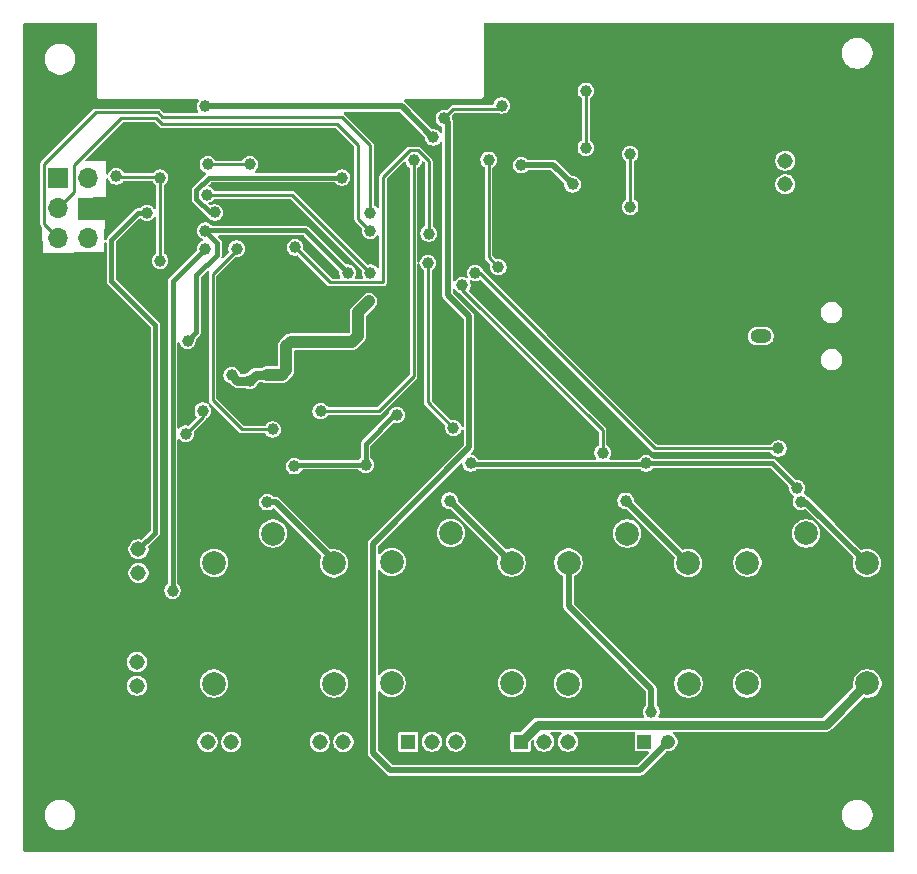
<source format=gbl>
G04 #@! TF.GenerationSoftware,KiCad,Pcbnew,9.0.3*
G04 #@! TF.CreationDate,2025-08-26T10:07:48-04:00*
G04 #@! TF.ProjectId,Water_controller_board,57617465-725f-4636-9f6e-74726f6c6c65,rev?*
G04 #@! TF.SameCoordinates,Original*
G04 #@! TF.FileFunction,Copper,L2,Bot*
G04 #@! TF.FilePolarity,Positive*
%FSLAX46Y46*%
G04 Gerber Fmt 4.6, Leading zero omitted, Abs format (unit mm)*
G04 Created by KiCad (PCBNEW 9.0.3) date 2025-08-26 10:07:48*
%MOMM*%
%LPD*%
G01*
G04 APERTURE LIST*
G04 #@! TA.AperFunction,ComponentPad*
%ADD10C,2.000000*%
G04 #@! TD*
G04 #@! TA.AperFunction,ComponentPad*
%ADD11R,1.700000X1.700000*%
G04 #@! TD*
G04 #@! TA.AperFunction,ComponentPad*
%ADD12O,1.700000X1.700000*%
G04 #@! TD*
G04 #@! TA.AperFunction,ComponentPad*
%ADD13R,1.308000X1.308000*%
G04 #@! TD*
G04 #@! TA.AperFunction,ComponentPad*
%ADD14C,1.308000*%
G04 #@! TD*
G04 #@! TA.AperFunction,ComponentPad*
%ADD15O,1.800000X1.200000*%
G04 #@! TD*
G04 #@! TA.AperFunction,ComponentPad*
%ADD16R,1.208000X1.208000*%
G04 #@! TD*
G04 #@! TA.AperFunction,ComponentPad*
%ADD17C,1.208000*%
G04 #@! TD*
G04 #@! TA.AperFunction,ViaPad*
%ADD18C,1.000000*%
G04 #@! TD*
G04 #@! TA.AperFunction,Conductor*
%ADD19C,0.250000*%
G04 #@! TD*
G04 #@! TA.AperFunction,Conductor*
%ADD20C,1.000000*%
G04 #@! TD*
G04 #@! TA.AperFunction,Conductor*
%ADD21C,0.800000*%
G04 #@! TD*
G04 #@! TA.AperFunction,Conductor*
%ADD22C,0.400000*%
G04 #@! TD*
G04 #@! TA.AperFunction,Conductor*
%ADD23C,0.500000*%
G04 #@! TD*
G04 #@! TA.AperFunction,Conductor*
%ADD24C,0.254000*%
G04 #@! TD*
G04 APERTURE END LIST*
D10*
G04 #@! TO.P,Rly2,1,+*
G04 #@! TO.N,/Vdc*
X170356254Y-101955200D03*
G04 #@! TO.P,Rly2,2,-*
G04 #@! TO.N,Net-(D6-A)*
X180490854Y-102006000D03*
G04 #@! TO.P,Rly2,3,C*
G04 #@! TO.N,/Vdc*
X175334654Y-99491400D03*
G04 #@! TO.P,Rly2,4,NO*
G04 #@! TO.N,Net-(Rly2-NO)*
X170330854Y-112191400D03*
G04 #@! TO.P,Rly2,5,NC*
G04 #@! TO.N,Net-(Rly2-NC)*
X180516254Y-112191400D03*
G04 #@! TD*
D11*
G04 #@! TO.P,Conn1,1,1*
G04 #@! TO.N,/EN*
X142083954Y-69422900D03*
D12*
G04 #@! TO.P,Conn1,2,2*
G04 #@! TO.N,unconnected-(Conn1-Pad2)*
X144623954Y-69422900D03*
G04 #@! TO.P,Conn1,3,3*
G04 #@! TO.N,/Tx*
X142083954Y-71962900D03*
G04 #@! TO.P,Conn1,4,4*
G04 #@! TO.N,GND*
X144623954Y-71962900D03*
G04 #@! TO.P,Conn1,5,5*
G04 #@! TO.N,/Rx*
X142083954Y-74502900D03*
G04 #@! TO.P,Conn1,6,6*
G04 #@! TO.N,/AUX1*
X144623954Y-74502900D03*
G04 #@! TD*
D13*
G04 #@! TO.P,Conn4,1,1*
G04 #@! TO.N,GND*
X148759656Y-108427900D03*
D14*
G04 #@! TO.P,Conn4,2,2*
G04 #@! TO.N,/Sensor2*
X148759656Y-110427900D03*
G04 #@! TO.P,Conn4,3,3*
G04 #@! TO.N,/+3V3*
X148759656Y-112427900D03*
G04 #@! TD*
D15*
G04 #@! TO.P,J1,2*
G04 #@! TO.N,GND*
X201578954Y-80817900D03*
G04 #@! TO.P,J1,3*
X201578954Y-84817900D03*
G04 #@! TO.P,J1,4*
G04 #@! TO.N,/+12V*
X201578954Y-82817900D03*
G04 #@! TD*
D13*
G04 #@! TO.P,Conn7,1,1*
G04 #@! TO.N,Net-(Rly3-NC)*
X171748954Y-117165400D03*
D14*
G04 #@! TO.P,Conn7,2,2*
G04 #@! TO.N,Net-(Rly3-C)*
X173748954Y-117165400D03*
G04 #@! TO.P,Conn7,3,3*
G04 #@! TO.N,Net-(Rly3-NO)*
X175748954Y-117165400D03*
G04 #@! TD*
D13*
G04 #@! TO.P,Conn2,1,1*
G04 #@! TO.N,GND*
X152748954Y-117185400D03*
D14*
G04 #@! TO.P,Conn2,2,2*
G04 #@! TO.N,Net-(Rly1-NC)*
X154748954Y-117185400D03*
G04 #@! TO.P,Conn2,3,3*
G04 #@! TO.N,Net-(Rly1-NO)*
X156748954Y-117185400D03*
G04 #@! TD*
D16*
G04 #@! TO.P,Conn5,1,1*
G04 #@! TO.N,/Vdc*
X191732164Y-117177900D03*
D17*
G04 #@! TO.P,Conn5,2,2*
G04 #@! TO.N,/WTR*
X193732164Y-117177900D03*
G04 #@! TO.P,Conn5,3,3*
G04 #@! TO.N,GND*
X195732164Y-117177900D03*
G04 #@! TO.P,Conn5,4,4*
X197732164Y-117177900D03*
G04 #@! TD*
D13*
G04 #@! TO.P,Conn8,1,1*
G04 #@! TO.N,Net-(Rly4-NC)*
X181248954Y-117165400D03*
D14*
G04 #@! TO.P,Conn8,2,2*
G04 #@! TO.N,Net-(Rly4-C)*
X183248954Y-117165400D03*
G04 #@! TO.P,Conn8,3,3*
G04 #@! TO.N,Net-(Rly4-NO)*
X185248954Y-117165400D03*
G04 #@! TD*
D13*
G04 #@! TO.P,Conn3,1,1*
G04 #@! TO.N,GND*
X148898954Y-98877900D03*
D14*
G04 #@! TO.P,Conn3,2,2*
G04 #@! TO.N,/Sensor1*
X148898954Y-100877900D03*
G04 #@! TO.P,Conn3,3,3*
G04 #@! TO.N,/+3V3*
X148898954Y-102877900D03*
G04 #@! TD*
D10*
G04 #@! TO.P,Rly3,1,+*
G04 #@! TO.N,/Vdc*
X185306254Y-102005200D03*
G04 #@! TO.P,Rly3,2,-*
G04 #@! TO.N,Net-(D8-A)*
X195440854Y-102056000D03*
G04 #@! TO.P,Rly3,3,C*
G04 #@! TO.N,Net-(Rly3-C)*
X190284654Y-99541400D03*
G04 #@! TO.P,Rly3,4,NO*
G04 #@! TO.N,Net-(Rly3-NO)*
X185280854Y-112241400D03*
G04 #@! TO.P,Rly3,5,NC*
G04 #@! TO.N,Net-(Rly3-NC)*
X195466254Y-112241400D03*
G04 #@! TD*
D13*
G04 #@! TO.P,Conn9,1,1*
G04 #@! TO.N,GND*
X203661454Y-71977900D03*
D14*
G04 #@! TO.P,Conn9,2,2*
G04 #@! TO.N,/Temp*
X203661454Y-69977900D03*
G04 #@! TO.P,Conn9,3,3*
G04 #@! TO.N,/+3V3*
X203661454Y-67977900D03*
G04 #@! TD*
D13*
G04 #@! TO.P,Conn6,1,1*
G04 #@! TO.N,GND*
X162248954Y-117177900D03*
D14*
G04 #@! TO.P,Conn6,2,2*
G04 #@! TO.N,Net-(Rly2-NC)*
X164248954Y-117177900D03*
G04 #@! TO.P,Conn6,3,3*
G04 #@! TO.N,Net-(Rly2-NO)*
X166248954Y-117177900D03*
G04 #@! TD*
D10*
G04 #@! TO.P,Rly1,1,+*
G04 #@! TO.N,/Vdc*
X155306254Y-102012276D03*
G04 #@! TO.P,Rly1,2,-*
G04 #@! TO.N,Net-(D1-A)*
X165440854Y-102063076D03*
G04 #@! TO.P,Rly1,3,C*
G04 #@! TO.N,/Vdc*
X160284654Y-99548476D03*
G04 #@! TO.P,Rly1,4,NO*
G04 #@! TO.N,Net-(Rly1-NO)*
X155280854Y-112248476D03*
G04 #@! TO.P,Rly1,5,NC*
G04 #@! TO.N,Net-(Rly1-NC)*
X165466254Y-112248476D03*
G04 #@! TD*
G04 #@! TO.P,Rly4,1,+*
G04 #@! TO.N,/Vdc*
X200448954Y-101997900D03*
G04 #@! TO.P,Rly4,2,-*
G04 #@! TO.N,Net-(D10-A)*
X210583554Y-102048700D03*
G04 #@! TO.P,Rly4,3,C*
G04 #@! TO.N,Net-(Rly4-C)*
X205427354Y-99534100D03*
G04 #@! TO.P,Rly4,4,NO*
G04 #@! TO.N,Net-(Rly4-NO)*
X200423554Y-112234100D03*
G04 #@! TO.P,Rly4,5,NC*
G04 #@! TO.N,Net-(Rly4-NC)*
X210608954Y-112234100D03*
G04 #@! TD*
D18*
G04 #@! TO.N,GND*
X164123954Y-79627900D03*
X162414954Y-81015900D03*
X165773954Y-79652900D03*
X162414954Y-79618900D03*
X165748954Y-81027900D03*
X164173954Y-81002900D03*
G04 #@! TO.N,Net-(U3-SW)*
X159747954Y-86095900D03*
X168398954Y-79877900D03*
X156788954Y-86127900D03*
X167448954Y-82802900D03*
X158328954Y-86607900D03*
G04 #@! TO.N,/EN*
X150730954Y-76443900D03*
X147023954Y-69302900D03*
X150723954Y-69402900D03*
G04 #@! TO.N,/+3V3*
X168129954Y-93715900D03*
X191878954Y-93588900D03*
X190528954Y-71867900D03*
X154540954Y-63362900D03*
X204650837Y-95673782D03*
X170769954Y-89497900D03*
X162098954Y-93837900D03*
X173866318Y-66008536D03*
X177019954Y-93588900D03*
X190528954Y-67397900D03*
G04 #@! TO.N,/RST*
X152908954Y-91087900D03*
X154344954Y-89143900D03*
X164328954Y-89177900D03*
X172193954Y-67934900D03*
G04 #@! TO.N,/Tx*
X168510954Y-73903900D03*
G04 #@! TO.N,/Rx*
X168510954Y-72379900D03*
G04 #@! TO.N,/Sensor1*
X149611275Y-72394536D03*
G04 #@! TO.N,/Sensor2*
X154540954Y-75427900D03*
X155363954Y-72357900D03*
X151778954Y-104367900D03*
X166128954Y-69397900D03*
G04 #@! TO.N,/WTR*
X174748954Y-64377900D03*
X179642318Y-63301264D03*
G04 #@! TO.N,Net-(D1-A)*
X159808954Y-96887900D03*
G04 #@! TO.N,Net-(D2-PadC)*
X186768954Y-62057900D03*
X186768954Y-66877900D03*
G04 #@! TO.N,/Vdc*
X178543954Y-67897900D03*
X192318954Y-114627900D03*
X179368954Y-76967900D03*
G04 #@! TO.N,Net-(D6-A)*
X175248954Y-96764100D03*
G04 #@! TO.N,/LED*
X162158954Y-75307900D03*
X158328954Y-68287900D03*
X154768954Y-68287900D03*
X173468954Y-74137900D03*
G04 #@! TO.N,/Valve1*
X157207954Y-75427900D03*
X160248954Y-90730900D03*
G04 #@! TO.N,/Valve2*
X175568954Y-90602902D03*
X173408952Y-76625902D03*
G04 #@! TO.N,/Temp*
X185648954Y-69977900D03*
X181308954Y-68347900D03*
G04 #@! TO.N,/AUX1*
X154540954Y-73903900D03*
X188195954Y-92699900D03*
X176308954Y-78507900D03*
X153048954Y-83202900D03*
X166605954Y-77459900D03*
G04 #@! TO.N,Net-(D8-A)*
X190152754Y-96767900D03*
G04 #@! TO.N,Net-(D10-A)*
X204973954Y-96834100D03*
G04 #@! TO.N,/AUX2*
X154698954Y-70837900D03*
X168510954Y-77459900D03*
X203068954Y-92337900D03*
X177398954Y-77467900D03*
G04 #@! TD*
D19*
G04 #@! TO.N,GND*
X148759656Y-108427900D02*
X152748954Y-112417198D01*
X152748954Y-118597900D02*
X154438954Y-120287900D01*
X148759656Y-108427900D02*
X148759656Y-107888602D01*
X159138954Y-120287900D02*
X162248954Y-117177900D01*
X195732164Y-117177900D02*
X197732164Y-117177900D01*
X147198954Y-100577900D02*
X148898954Y-98877900D01*
X162248954Y-117177900D02*
X165468954Y-120397900D01*
X147198954Y-106327900D02*
X147198954Y-100577900D01*
X152748954Y-112417198D02*
X152748954Y-118597900D01*
X154438954Y-120287900D02*
X159138954Y-120287900D01*
X192512164Y-120397900D02*
X195732164Y-117177900D01*
X148759656Y-107888602D02*
X147198954Y-106327900D01*
X165468954Y-120397900D02*
X192512164Y-120397900D01*
D20*
G04 #@! TO.N,Net-(U3-SW)*
X161398954Y-85714900D02*
X161017954Y-86095900D01*
X161017954Y-86095900D02*
X159747954Y-86095900D01*
X161398954Y-83682900D02*
X161398954Y-85714900D01*
D21*
X157268954Y-86607900D02*
X156788954Y-86127900D01*
X159747954Y-86095900D02*
X158840954Y-86095900D01*
X158328954Y-86607900D02*
X157268954Y-86607900D01*
D20*
X167494954Y-82756900D02*
X167494954Y-80781900D01*
X167494954Y-80781900D02*
X168398954Y-79877900D01*
D21*
X167448954Y-82802900D02*
X167494954Y-82756900D01*
D20*
X167448954Y-82802900D02*
X166949954Y-83301900D01*
X166949954Y-83301900D02*
X161779954Y-83301900D01*
D21*
X158840954Y-86095900D02*
X158328954Y-86607900D01*
D20*
X161779954Y-83301900D02*
X161398954Y-83682900D01*
D19*
G04 #@! TO.N,/EN*
X150730954Y-70973595D02*
X150730954Y-76443900D01*
X150723954Y-69402900D02*
X150652954Y-69331900D01*
X150723954Y-69402900D02*
X150723954Y-70966595D01*
X150652954Y-69331900D02*
X147052954Y-69331900D01*
X150723954Y-70966595D02*
X150730954Y-70973595D01*
X147052954Y-69331900D02*
X147023954Y-69302900D01*
G04 #@! TO.N,/+3V3*
X162098954Y-93837900D02*
X162220954Y-93715900D01*
D22*
X204650837Y-95673782D02*
X202565955Y-93588900D01*
X191789954Y-93677900D02*
X177108954Y-93677900D01*
X168129954Y-91926900D02*
X168129954Y-93715900D01*
X191878954Y-93588900D02*
X191789954Y-93677900D01*
X170558954Y-89497900D02*
X168129954Y-91926900D01*
D19*
X190528954Y-71867900D02*
X190528954Y-67397900D01*
D22*
X202565955Y-93588900D02*
X191878954Y-93588900D01*
D23*
X171177954Y-63362900D02*
X173844954Y-66029900D01*
D22*
X177108954Y-93677900D02*
X177019954Y-93588900D01*
X170769954Y-89497900D02*
X170558954Y-89497900D01*
D23*
X154540954Y-63362900D02*
X171177954Y-63362900D01*
D22*
X162220954Y-93715900D02*
X168129954Y-93715900D01*
D19*
G04 #@! TO.N,/RST*
X164328954Y-89177900D02*
X164362954Y-89143900D01*
X164362954Y-89143900D02*
X169272954Y-89143900D01*
X169272954Y-89143900D02*
X172193954Y-86222900D01*
X154344954Y-89143900D02*
X154344954Y-89651900D01*
X154344954Y-89651900D02*
X152908954Y-91087900D01*
X172193954Y-86222900D02*
X172193954Y-67934900D01*
G04 #@! TO.N,/Tx*
X165717954Y-64887900D02*
X150880096Y-64887900D01*
X167494954Y-72887900D02*
X167494954Y-66664900D01*
X150345096Y-64352900D02*
X147448954Y-64352900D01*
X147448954Y-64352900D02*
X143448954Y-68352900D01*
X168510954Y-73903900D02*
X167494954Y-72887900D01*
X143448954Y-70597900D02*
X142083954Y-71962900D01*
X167494954Y-66664900D02*
X165717954Y-64887900D01*
X143448954Y-68352900D02*
X143448954Y-70597900D01*
X150880096Y-64887900D02*
X150345096Y-64352900D01*
G04 #@! TO.N,/Rx*
X168510954Y-66664900D02*
X166097954Y-64251900D01*
X145268954Y-63887900D02*
X140908954Y-68247900D01*
X140908954Y-73327900D02*
X142083954Y-74502900D01*
X140908954Y-68247900D02*
X140908954Y-73327900D01*
X150516492Y-63887900D02*
X145268954Y-63887900D01*
X150880492Y-64251900D02*
X150516492Y-63887900D01*
X166097954Y-64251900D02*
X150880492Y-64251900D01*
X168510954Y-72379900D02*
X168510954Y-66664900D01*
D22*
G04 #@! TO.N,/Sensor1*
X146603954Y-74672900D02*
X146603954Y-78158900D01*
X146603954Y-78158900D02*
X150318954Y-81873900D01*
X150318954Y-81873900D02*
X150318954Y-99457900D01*
X150318954Y-99457900D02*
X148898954Y-100877900D01*
X148882318Y-72394536D02*
X146603954Y-74672900D01*
X149611275Y-72394536D02*
X148882318Y-72394536D01*
G04 #@! TO.N,/Sensor2*
X154946161Y-72357900D02*
X153798954Y-71210693D01*
X153798954Y-70457900D02*
X154858954Y-69397900D01*
X153798954Y-71210693D02*
X153798954Y-70457900D01*
X151778954Y-104367900D02*
X151783954Y-104362900D01*
X151783954Y-104362900D02*
X151783954Y-78184900D01*
X155363954Y-72357900D02*
X154946161Y-72357900D01*
X151783954Y-78184900D02*
X154540954Y-75427900D01*
X154858954Y-69397900D02*
X166128954Y-69397900D01*
D23*
G04 #@! TO.N,/WTR*
X168748954Y-118137900D02*
X170193954Y-119582900D01*
X170193954Y-119582900D02*
X191327164Y-119582900D01*
X176892954Y-81152205D02*
X176892954Y-92246267D01*
X175068954Y-64697900D02*
X175068954Y-79328205D01*
X175068954Y-79328205D02*
X176892954Y-81152205D01*
X168748954Y-100390267D02*
X168748954Y-118137900D01*
D19*
X179642318Y-63301264D02*
X179338605Y-63604977D01*
X175521877Y-63604977D02*
X174748954Y-64377900D01*
X179338605Y-63604977D02*
X175521877Y-63604977D01*
D23*
X176892954Y-92246267D02*
X168748954Y-100390267D01*
X174748954Y-64377900D02*
X175068954Y-64697900D01*
X191327164Y-119582900D02*
X193732164Y-117177900D01*
G04 #@! TO.N,Net-(D1-A)*
X159808954Y-96887900D02*
X160506954Y-96887900D01*
X165440854Y-101821800D02*
X165440854Y-102063076D01*
X160506954Y-96887900D02*
X165440854Y-101821800D01*
D19*
G04 #@! TO.N,Net-(D2-PadC)*
X186768954Y-66877900D02*
X186768954Y-62057900D01*
G04 #@! TO.N,/Vdc*
X178543954Y-67897900D02*
X178543954Y-76142900D01*
X178543954Y-76142900D02*
X179368954Y-76967900D01*
D23*
X185306254Y-105685200D02*
X185306254Y-102005200D01*
X192318954Y-112697900D02*
X185306254Y-105685200D01*
X192318954Y-114627900D02*
X192318954Y-112697900D01*
G04 #@! TO.N,Net-(D6-A)*
X175248954Y-96764100D02*
X180490854Y-102006000D01*
D19*
G04 #@! TO.N,/LED*
X158328954Y-68287900D02*
X154768954Y-68287900D01*
X173468954Y-74137900D02*
X173468954Y-68012900D01*
X169581954Y-69380173D02*
X169581954Y-78284900D01*
X165135954Y-78284900D02*
X162158954Y-75307900D01*
X172565954Y-67109900D02*
X171852227Y-67109900D01*
X173468954Y-68012900D02*
X172565954Y-67109900D01*
X171852227Y-67109900D02*
X169581954Y-69380173D01*
X169581954Y-78284900D02*
X165135954Y-78284900D01*
G04 #@! TO.N,/Valve1*
X157207954Y-75554900D02*
X157207954Y-75427900D01*
X155175954Y-88254900D02*
X155175954Y-77586900D01*
X157651954Y-90730900D02*
X155175954Y-88254900D01*
X160248954Y-90730900D02*
X157651954Y-90730900D01*
X155175954Y-77586900D02*
X157207954Y-75554900D01*
G04 #@! TO.N,/Valve2*
X173408952Y-76625902D02*
X173408952Y-88442900D01*
X173408952Y-88442900D02*
X175568954Y-90602902D01*
D23*
G04 #@! TO.N,/Temp*
X181308954Y-68347900D02*
X184018954Y-68347900D01*
X184018954Y-68347900D02*
X185648954Y-69977900D01*
D19*
G04 #@! TO.N,/AUX1*
X188195954Y-90794900D02*
X188195954Y-92699900D01*
X176308954Y-78907900D02*
X188195954Y-90794900D01*
D22*
X153808954Y-77683900D02*
X155556954Y-75935900D01*
X153048954Y-83202900D02*
X153808954Y-82442900D01*
D19*
X154540954Y-73903900D02*
X154566952Y-73877902D01*
D22*
X155556954Y-75935900D02*
X155556954Y-74919900D01*
X154566952Y-73877902D02*
X163023956Y-73877902D01*
X163023956Y-73877902D02*
X166605954Y-77459900D01*
D19*
X176308954Y-78507900D02*
X176308954Y-78907900D01*
D22*
X153808954Y-82442900D02*
X153808954Y-77683900D01*
X155556954Y-74919900D02*
X154540954Y-73903900D01*
D23*
G04 #@! TO.N,Net-(D8-A)*
X190152754Y-96767900D02*
X195440854Y-102056000D01*
D21*
G04 #@! TO.N,Net-(Rly4-NC)*
X210608954Y-112234100D02*
X207115154Y-115727900D01*
X182686454Y-115727900D02*
X181248954Y-117165400D01*
X207115154Y-115727900D02*
X182686454Y-115727900D01*
D23*
G04 #@! TO.N,Net-(D10-A)*
X205368954Y-96834100D02*
X210583554Y-102048700D01*
X204973954Y-96834100D02*
X205368954Y-96834100D01*
D24*
G04 #@! TO.N,/AUX2*
X154698954Y-70837900D02*
X154716954Y-70855900D01*
X161906954Y-70855900D02*
X168510954Y-77459900D01*
X192647820Y-92337900D02*
X203068954Y-92337900D01*
X177398954Y-77467900D02*
X177777820Y-77467900D01*
X154716954Y-70855900D02*
X161906954Y-70855900D01*
X177777820Y-77467900D02*
X192647820Y-92337900D01*
G04 #@! TD*
G04 #@! TA.AperFunction,Conductor*
G04 #@! TO.N,GND*
G36*
X145307645Y-56297307D02*
G01*
X145343609Y-56346807D01*
X145348454Y-56377400D01*
X145348454Y-62430627D01*
X145375747Y-62532487D01*
X145375748Y-62532489D01*
X145375748Y-62532490D01*
X145415888Y-62602014D01*
X145428474Y-62623813D01*
X145503041Y-62698380D01*
X145594367Y-62751107D01*
X145696227Y-62778400D01*
X145801681Y-62778400D01*
X153903805Y-62778400D01*
X153961996Y-62797307D01*
X153997960Y-62846807D01*
X153997960Y-62907993D01*
X153986120Y-62932402D01*
X153920182Y-63031082D01*
X153920176Y-63031093D01*
X153867374Y-63158570D01*
X153867374Y-63158572D01*
X153840454Y-63293904D01*
X153840454Y-63431895D01*
X153867374Y-63567227D01*
X153867374Y-63567229D01*
X153920176Y-63694706D01*
X153920182Y-63694717D01*
X153972088Y-63772398D01*
X153988697Y-63831286D01*
X153967520Y-63888690D01*
X153916646Y-63922683D01*
X153889773Y-63926400D01*
X151056325Y-63926400D01*
X150998134Y-63907493D01*
X150986321Y-63897403D01*
X150861316Y-63772398D01*
X150716354Y-63627435D01*
X150716349Y-63627431D01*
X150642134Y-63584583D01*
X150642136Y-63584583D01*
X150610013Y-63575976D01*
X150559345Y-63562400D01*
X145311807Y-63562400D01*
X145226101Y-63562400D01*
X145175432Y-63575976D01*
X145143310Y-63584583D01*
X145069096Y-63627431D01*
X140648485Y-68048042D01*
X140605637Y-68122257D01*
X140605635Y-68122261D01*
X140597353Y-68153168D01*
X140597354Y-68153169D01*
X140597354Y-68153170D01*
X140583454Y-68205047D01*
X140583454Y-73285047D01*
X140583454Y-73370753D01*
X140599970Y-73432394D01*
X140605637Y-73453543D01*
X140648485Y-73527757D01*
X140648489Y-73527762D01*
X140738563Y-73617837D01*
X140766340Y-73672354D01*
X140767554Y-73686822D01*
X140788953Y-75767899D01*
X140788954Y-75767899D01*
X140788954Y-75767900D01*
X145988954Y-75687900D01*
X146005478Y-74938793D01*
X146025664Y-74881035D01*
X146075945Y-74846172D01*
X146137116Y-74847521D01*
X146185811Y-74884568D01*
X146203454Y-74940978D01*
X146203454Y-78106173D01*
X146203454Y-78211627D01*
X146227524Y-78301459D01*
X146230748Y-78313492D01*
X146283470Y-78404808D01*
X146283472Y-78404810D01*
X146283474Y-78404813D01*
X149889459Y-82010798D01*
X149917235Y-82065313D01*
X149918454Y-82080800D01*
X149918454Y-99250998D01*
X149899547Y-99309189D01*
X149889458Y-99321002D01*
X149190641Y-100019818D01*
X149136124Y-100047595D01*
X149101324Y-100046912D01*
X148983120Y-100023400D01*
X148983115Y-100023400D01*
X148814793Y-100023400D01*
X148814790Y-100023400D01*
X148649705Y-100056238D01*
X148649703Y-100056238D01*
X148494198Y-100120650D01*
X148354245Y-100214163D01*
X148235217Y-100333191D01*
X148141704Y-100473144D01*
X148077292Y-100628649D01*
X148077292Y-100628651D01*
X148044454Y-100793736D01*
X148044454Y-100962063D01*
X148066346Y-101072119D01*
X148071212Y-101096585D01*
X148077292Y-101127148D01*
X148077292Y-101127150D01*
X148141704Y-101282655D01*
X148233142Y-101419503D01*
X148235220Y-101422612D01*
X148354242Y-101541634D01*
X148494196Y-101635148D01*
X148649705Y-101699562D01*
X148814793Y-101732400D01*
X148814794Y-101732400D01*
X148983114Y-101732400D01*
X148983115Y-101732400D01*
X149148203Y-101699562D01*
X149303712Y-101635148D01*
X149443666Y-101541634D01*
X149562688Y-101422612D01*
X149656202Y-101282658D01*
X149720616Y-101127149D01*
X149753454Y-100962061D01*
X149753454Y-100793739D01*
X149729940Y-100675527D01*
X149737132Y-100614768D01*
X149757031Y-100586214D01*
X150639434Y-99703813D01*
X150692161Y-99612488D01*
X150719454Y-99510627D01*
X150719454Y-99405173D01*
X150719454Y-81821173D01*
X150692161Y-81719313D01*
X150639434Y-81627987D01*
X150630904Y-81619457D01*
X150564867Y-81553419D01*
X150564867Y-81553420D01*
X147033450Y-78022003D01*
X147005673Y-77967486D01*
X147004454Y-77951999D01*
X147004454Y-74879800D01*
X147023361Y-74821609D01*
X147033444Y-74809802D01*
X148964662Y-72878583D01*
X149019177Y-72850808D01*
X149079609Y-72860379D01*
X149104668Y-72878585D01*
X149164733Y-72938650D01*
X149279457Y-73015307D01*
X149279468Y-73015313D01*
X149326558Y-73034818D01*
X149406947Y-73068116D01*
X149542282Y-73095036D01*
X149542283Y-73095036D01*
X149680267Y-73095036D01*
X149680268Y-73095036D01*
X149815603Y-73068116D01*
X149943086Y-73015311D01*
X150057817Y-72938650D01*
X150155389Y-72841078D01*
X150224139Y-72738187D01*
X150272189Y-72700308D01*
X150333327Y-72697906D01*
X150384201Y-72731899D01*
X150405378Y-72789303D01*
X150405454Y-72793189D01*
X150405454Y-75765991D01*
X150386547Y-75824182D01*
X150361456Y-75848306D01*
X150284412Y-75899785D01*
X150186839Y-75997358D01*
X150110182Y-76112082D01*
X150110176Y-76112093D01*
X150057374Y-76239570D01*
X150057374Y-76239572D01*
X150030454Y-76374904D01*
X150030454Y-76512895D01*
X150042728Y-76574598D01*
X150054959Y-76636089D01*
X150057374Y-76648227D01*
X150057374Y-76648229D01*
X150110176Y-76775706D01*
X150110182Y-76775717D01*
X150186839Y-76890441D01*
X150284412Y-76988014D01*
X150399136Y-77064671D01*
X150399147Y-77064677D01*
X150417899Y-77072444D01*
X150526626Y-77117480D01*
X150661961Y-77144400D01*
X150661962Y-77144400D01*
X150799946Y-77144400D01*
X150799947Y-77144400D01*
X150935282Y-77117480D01*
X151062765Y-77064675D01*
X151177496Y-76988014D01*
X151275068Y-76890442D01*
X151351729Y-76775711D01*
X151404534Y-76648228D01*
X151431454Y-76512893D01*
X151431454Y-76374907D01*
X151404534Y-76239572D01*
X151380610Y-76181813D01*
X151351731Y-76112093D01*
X151351725Y-76112082D01*
X151275068Y-75997358D01*
X151177495Y-75899785D01*
X151100452Y-75848306D01*
X151062573Y-75800255D01*
X151056454Y-75765991D01*
X151056454Y-70930743D01*
X151056453Y-70930739D01*
X151052827Y-70917204D01*
X151049454Y-70891583D01*
X151049454Y-70080808D01*
X151068361Y-70022617D01*
X151093452Y-69998493D01*
X151170496Y-69947014D01*
X151268068Y-69849442D01*
X151344729Y-69734711D01*
X151397534Y-69607228D01*
X151424454Y-69471893D01*
X151424454Y-69333907D01*
X151397534Y-69198572D01*
X151373274Y-69140002D01*
X151344731Y-69071093D01*
X151344725Y-69071082D01*
X151268068Y-68956358D01*
X151170495Y-68858785D01*
X151055771Y-68782128D01*
X151055760Y-68782122D01*
X150928282Y-68729320D01*
X150792949Y-68702400D01*
X150792947Y-68702400D01*
X150654961Y-68702400D01*
X150654958Y-68702400D01*
X150519626Y-68729320D01*
X150519624Y-68729320D01*
X150392147Y-68782122D01*
X150392136Y-68782128D01*
X150277412Y-68858785D01*
X150179843Y-68956354D01*
X150179840Y-68956358D01*
X150175802Y-68962402D01*
X150127752Y-69000281D01*
X150093487Y-69006400D01*
X147721240Y-69006400D01*
X147663049Y-68987493D01*
X147638925Y-68962402D01*
X147615856Y-68927877D01*
X147568068Y-68856358D01*
X147470496Y-68758786D01*
X147470495Y-68758785D01*
X147355771Y-68682128D01*
X147355760Y-68682122D01*
X147228282Y-68629320D01*
X147092949Y-68602400D01*
X147092947Y-68602400D01*
X146954961Y-68602400D01*
X146954958Y-68602400D01*
X146819626Y-68629320D01*
X146819624Y-68629320D01*
X146692147Y-68682122D01*
X146692136Y-68682128D01*
X146577412Y-68758785D01*
X146479839Y-68856358D01*
X146403182Y-68971082D01*
X146403178Y-68971090D01*
X146352484Y-69093477D01*
X146312747Y-69140002D01*
X146253252Y-69154286D01*
X146196725Y-69130871D01*
X146164755Y-69078702D01*
X146162022Y-69054946D01*
X146168954Y-67997900D01*
X146168953Y-67997899D01*
X144497397Y-68004160D01*
X144439136Y-67985471D01*
X144402987Y-67936106D01*
X144402757Y-67874921D01*
X144427020Y-67835159D01*
X147554785Y-64707396D01*
X147609302Y-64679619D01*
X147624789Y-64678400D01*
X150169261Y-64678400D01*
X150227452Y-64697307D01*
X150239264Y-64707396D01*
X150680233Y-65148364D01*
X150680238Y-65148368D01*
X150754453Y-65191216D01*
X150754451Y-65191216D01*
X150754455Y-65191217D01*
X150754457Y-65191218D01*
X150837243Y-65213400D01*
X150922949Y-65213400D01*
X165542119Y-65213400D01*
X165600310Y-65232307D01*
X165612123Y-65242396D01*
X167140458Y-66770730D01*
X167168235Y-66825247D01*
X167169454Y-66840734D01*
X167169454Y-72845047D01*
X167169454Y-72930753D01*
X167182295Y-72978677D01*
X167191637Y-73013543D01*
X167234485Y-73087757D01*
X167234486Y-73087758D01*
X167234487Y-73087759D01*
X167234489Y-73087762D01*
X167579121Y-73432394D01*
X167801437Y-73654710D01*
X167829214Y-73709227D01*
X167828531Y-73744028D01*
X167810454Y-73834904D01*
X167810454Y-73972895D01*
X167837374Y-74108227D01*
X167837374Y-74108229D01*
X167890176Y-74235706D01*
X167890182Y-74235717D01*
X167966839Y-74350441D01*
X168064412Y-74448014D01*
X168179136Y-74524671D01*
X168179147Y-74524677D01*
X168226237Y-74544182D01*
X168306626Y-74577480D01*
X168441961Y-74604400D01*
X168441962Y-74604400D01*
X168579946Y-74604400D01*
X168579947Y-74604400D01*
X168715282Y-74577480D01*
X168842765Y-74524675D01*
X168957496Y-74448014D01*
X169055068Y-74350442D01*
X169075139Y-74320402D01*
X169123189Y-74282524D01*
X169184327Y-74280122D01*
X169235201Y-74314115D01*
X169256378Y-74371519D01*
X169256454Y-74375405D01*
X169256454Y-76988394D01*
X169237547Y-77046585D01*
X169188047Y-77082549D01*
X169126861Y-77082549D01*
X169077361Y-77046585D01*
X169075139Y-77043397D01*
X169055068Y-77013358D01*
X168957496Y-76915786D01*
X168957495Y-76915785D01*
X168842771Y-76839128D01*
X168842760Y-76839122D01*
X168715282Y-76786320D01*
X168579949Y-76759400D01*
X168579947Y-76759400D01*
X168441961Y-76759400D01*
X168441955Y-76759400D01*
X168353439Y-76777007D01*
X168292678Y-76769815D01*
X168264122Y-76749913D01*
X165186563Y-73672354D01*
X162108044Y-70593835D01*
X162033364Y-70550719D01*
X162033363Y-70550718D01*
X162033360Y-70550717D01*
X161950072Y-70528400D01*
X161950070Y-70528400D01*
X155387553Y-70528400D01*
X155329362Y-70509493D01*
X155305238Y-70484402D01*
X155243068Y-70391358D01*
X155145496Y-70293786D01*
X155145495Y-70293785D01*
X155030771Y-70217128D01*
X155030760Y-70217122D01*
X154903283Y-70164320D01*
X154903277Y-70164318D01*
X154881122Y-70159911D01*
X154827739Y-70130012D01*
X154802126Y-70074446D01*
X154814065Y-70014437D01*
X154830437Y-69992810D01*
X154995852Y-69827396D01*
X155050368Y-69799619D01*
X155065855Y-69798400D01*
X165501159Y-69798400D01*
X165559350Y-69817307D01*
X165583474Y-69842398D01*
X165584840Y-69844442D01*
X165584841Y-69844443D01*
X165682403Y-69942006D01*
X165682412Y-69942014D01*
X165797136Y-70018671D01*
X165797147Y-70018677D01*
X165844237Y-70038182D01*
X165924626Y-70071480D01*
X166059961Y-70098400D01*
X166059962Y-70098400D01*
X166197946Y-70098400D01*
X166197947Y-70098400D01*
X166333282Y-70071480D01*
X166460765Y-70018675D01*
X166575496Y-69942014D01*
X166673068Y-69844442D01*
X166749729Y-69729711D01*
X166802534Y-69602228D01*
X166829454Y-69466893D01*
X166829454Y-69328907D01*
X166802534Y-69193572D01*
X166780345Y-69140002D01*
X166749731Y-69066093D01*
X166749725Y-69066082D01*
X166673068Y-68951358D01*
X166575495Y-68853785D01*
X166460771Y-68777128D01*
X166460760Y-68777122D01*
X166333282Y-68724320D01*
X166197949Y-68697400D01*
X166197947Y-68697400D01*
X166059961Y-68697400D01*
X166059958Y-68697400D01*
X165924626Y-68724320D01*
X165924624Y-68724320D01*
X165797147Y-68777122D01*
X165797136Y-68777128D01*
X165682412Y-68853785D01*
X165682403Y-68853793D01*
X165584841Y-68951356D01*
X165583476Y-68953400D01*
X165582591Y-68954097D01*
X165581752Y-68955120D01*
X165581527Y-68954935D01*
X165535427Y-68991280D01*
X165501159Y-68997400D01*
X158849118Y-68997400D01*
X158790927Y-68978493D01*
X158754963Y-68928993D01*
X158754963Y-68867807D01*
X158779114Y-68828396D01*
X158825388Y-68782122D01*
X158873068Y-68734442D01*
X158949729Y-68619711D01*
X159002534Y-68492228D01*
X159029454Y-68356893D01*
X159029454Y-68218907D01*
X159002534Y-68083572D01*
X158979903Y-68028936D01*
X158949731Y-67956093D01*
X158949725Y-67956082D01*
X158873068Y-67841358D01*
X158775495Y-67743785D01*
X158660771Y-67667128D01*
X158660760Y-67667122D01*
X158533282Y-67614320D01*
X158397949Y-67587400D01*
X158397947Y-67587400D01*
X158259961Y-67587400D01*
X158259958Y-67587400D01*
X158124626Y-67614320D01*
X158124624Y-67614320D01*
X157997147Y-67667122D01*
X157997136Y-67667128D01*
X157882412Y-67743785D01*
X157784843Y-67841354D01*
X157784840Y-67841358D01*
X157749840Y-67893740D01*
X157733361Y-67918402D01*
X157685311Y-67956281D01*
X157651046Y-67962400D01*
X155446862Y-67962400D01*
X155388671Y-67943493D01*
X155364547Y-67918402D01*
X155313068Y-67841358D01*
X155215496Y-67743786D01*
X155194442Y-67729718D01*
X155100771Y-67667128D01*
X155100760Y-67667122D01*
X154973282Y-67614320D01*
X154837949Y-67587400D01*
X154837947Y-67587400D01*
X154699961Y-67587400D01*
X154699958Y-67587400D01*
X154564626Y-67614320D01*
X154564624Y-67614320D01*
X154437147Y-67667122D01*
X154437136Y-67667128D01*
X154322412Y-67743785D01*
X154224839Y-67841358D01*
X154148182Y-67956082D01*
X154148176Y-67956093D01*
X154095374Y-68083570D01*
X154095374Y-68083572D01*
X154068454Y-68218904D01*
X154068454Y-68356895D01*
X154095374Y-68492227D01*
X154095374Y-68492229D01*
X154148176Y-68619706D01*
X154148182Y-68619717D01*
X154224839Y-68734441D01*
X154322412Y-68832014D01*
X154437136Y-68908671D01*
X154437147Y-68908677D01*
X154486195Y-68928993D01*
X154543956Y-68952918D01*
X154590482Y-68992654D01*
X154604766Y-69052149D01*
X154581352Y-69108677D01*
X154576075Y-69114386D01*
X153478470Y-70211991D01*
X153425748Y-70303308D01*
X153425746Y-70303312D01*
X153412933Y-70351129D01*
X153412934Y-70351130D01*
X153412934Y-70351131D01*
X153398454Y-70405173D01*
X153398454Y-71157966D01*
X153398454Y-71263420D01*
X153414629Y-71323786D01*
X153425748Y-71365285D01*
X153478470Y-71456601D01*
X153478472Y-71456603D01*
X153478474Y-71456606D01*
X154625679Y-72603810D01*
X154625681Y-72603813D01*
X154700248Y-72678380D01*
X154737823Y-72700073D01*
X154770641Y-72730810D01*
X154819839Y-72804441D01*
X154917403Y-72902006D01*
X154917412Y-72902014D01*
X155032136Y-72978671D01*
X155032147Y-72978677D01*
X155075348Y-72996571D01*
X155159626Y-73031480D01*
X155294961Y-73058400D01*
X155294962Y-73058400D01*
X155432946Y-73058400D01*
X155432947Y-73058400D01*
X155568282Y-73031480D01*
X155695765Y-72978675D01*
X155810496Y-72902014D01*
X155908068Y-72804442D01*
X155984729Y-72689711D01*
X156037534Y-72562228D01*
X156064454Y-72426893D01*
X156064454Y-72288907D01*
X156037534Y-72153572D01*
X155999904Y-72062725D01*
X155984731Y-72026093D01*
X155984725Y-72026082D01*
X155908068Y-71911358D01*
X155810495Y-71813785D01*
X155695771Y-71737128D01*
X155695760Y-71737122D01*
X155568282Y-71684320D01*
X155432949Y-71657400D01*
X155432947Y-71657400D01*
X155294961Y-71657400D01*
X155294958Y-71657400D01*
X155159626Y-71684320D01*
X155159624Y-71684320D01*
X155032142Y-71737124D01*
X155032140Y-71737125D01*
X155015550Y-71748210D01*
X155009756Y-71749843D01*
X155005498Y-71754102D01*
X154980758Y-71758020D01*
X154956661Y-71764815D01*
X154951013Y-71762731D01*
X154945066Y-71763673D01*
X154922749Y-71752302D01*
X154899259Y-71743635D01*
X154890549Y-71735896D01*
X154836446Y-71681793D01*
X154808669Y-71627276D01*
X154818240Y-71566844D01*
X154861505Y-71523579D01*
X154887136Y-71514691D01*
X154903282Y-71511480D01*
X155030765Y-71458675D01*
X155145496Y-71382014D01*
X155243068Y-71284442D01*
X155281183Y-71227397D01*
X155329232Y-71189519D01*
X155363498Y-71183400D01*
X161730291Y-71183400D01*
X161788482Y-71202307D01*
X161800295Y-71212396D01*
X167800967Y-77213068D01*
X167828744Y-77267585D01*
X167828061Y-77302385D01*
X167810454Y-77390901D01*
X167810454Y-77528895D01*
X167837374Y-77664227D01*
X167837374Y-77664229D01*
X167890176Y-77791706D01*
X167890183Y-77791719D01*
X167899323Y-77805397D01*
X167915933Y-77864285D01*
X167894757Y-77921689D01*
X167843884Y-77955683D01*
X167817009Y-77959400D01*
X167299899Y-77959400D01*
X167241708Y-77940493D01*
X167205744Y-77890993D01*
X167205744Y-77829807D01*
X167217585Y-77805397D01*
X167226724Y-77791719D01*
X167226725Y-77791716D01*
X167226729Y-77791711D01*
X167279534Y-77664228D01*
X167306454Y-77528893D01*
X167306454Y-77390907D01*
X167279534Y-77255572D01*
X167245012Y-77172228D01*
X167226731Y-77128093D01*
X167226725Y-77128082D01*
X167150068Y-77013358D01*
X167052495Y-76915785D01*
X166937771Y-76839128D01*
X166937760Y-76839122D01*
X166810282Y-76786320D01*
X166674949Y-76759400D01*
X166674947Y-76759400D01*
X166536961Y-76759400D01*
X166536955Y-76759400D01*
X166534545Y-76759880D01*
X166533428Y-76759747D01*
X166532117Y-76759877D01*
X166532088Y-76759589D01*
X166473784Y-76752685D01*
X166445232Y-76732785D01*
X164936017Y-75223570D01*
X163269869Y-73557422D01*
X163269866Y-73557420D01*
X163269865Y-73557419D01*
X163269864Y-73557418D01*
X163178547Y-73504696D01*
X163178549Y-73504696D01*
X163139026Y-73494106D01*
X163076683Y-73477402D01*
X163076681Y-73477402D01*
X155146120Y-73477402D01*
X155087929Y-73458495D01*
X155076116Y-73448406D01*
X154987495Y-73359785D01*
X154872771Y-73283128D01*
X154872760Y-73283122D01*
X154745282Y-73230320D01*
X154609949Y-73203400D01*
X154609947Y-73203400D01*
X154471961Y-73203400D01*
X154471958Y-73203400D01*
X154336626Y-73230320D01*
X154336624Y-73230320D01*
X154209147Y-73283122D01*
X154209136Y-73283128D01*
X154094412Y-73359785D01*
X153996839Y-73457358D01*
X153920182Y-73572082D01*
X153920176Y-73572093D01*
X153867374Y-73699570D01*
X153867374Y-73699572D01*
X153840454Y-73834904D01*
X153840454Y-73972895D01*
X153867374Y-74108227D01*
X153867374Y-74108229D01*
X153920176Y-74235706D01*
X153920182Y-74235717D01*
X153996839Y-74350441D01*
X154094412Y-74448014D01*
X154209136Y-74524671D01*
X154209147Y-74524677D01*
X154329277Y-74574436D01*
X154375803Y-74614172D01*
X154390087Y-74673667D01*
X154366672Y-74730195D01*
X154329277Y-74757364D01*
X154209147Y-74807122D01*
X154209136Y-74807128D01*
X154094412Y-74883785D01*
X153996839Y-74981358D01*
X153920182Y-75096082D01*
X153920176Y-75096093D01*
X153867374Y-75223570D01*
X153867374Y-75223572D01*
X153840454Y-75358904D01*
X153840454Y-75496891D01*
X153840455Y-75496903D01*
X153840933Y-75499306D01*
X153840801Y-75500418D01*
X153840931Y-75501737D01*
X153840641Y-75501765D01*
X153833740Y-75560067D01*
X153813839Y-75588621D01*
X151463471Y-77938990D01*
X151463470Y-77938991D01*
X151410749Y-78030306D01*
X151410745Y-78030315D01*
X151396084Y-78085037D01*
X151396084Y-78085038D01*
X151383454Y-78132173D01*
X151383454Y-103736764D01*
X151364547Y-103794955D01*
X151339458Y-103819077D01*
X151337032Y-103820699D01*
X151332410Y-103823787D01*
X151234847Y-103921349D01*
X151234839Y-103921358D01*
X151158182Y-104036082D01*
X151158176Y-104036093D01*
X151105374Y-104163570D01*
X151105374Y-104163572D01*
X151078454Y-104298904D01*
X151078454Y-104436895D01*
X151105374Y-104572227D01*
X151105374Y-104572229D01*
X151158176Y-104699706D01*
X151158182Y-104699717D01*
X151234839Y-104814441D01*
X151332412Y-104912014D01*
X151447136Y-104988671D01*
X151447147Y-104988677D01*
X151494237Y-105008182D01*
X151574626Y-105041480D01*
X151709961Y-105068400D01*
X151709962Y-105068400D01*
X151847946Y-105068400D01*
X151847947Y-105068400D01*
X151983282Y-105041480D01*
X152110765Y-104988675D01*
X152225496Y-104912014D01*
X152323068Y-104814442D01*
X152399729Y-104699711D01*
X152452534Y-104572228D01*
X152479454Y-104436893D01*
X152479454Y-104298907D01*
X152452534Y-104163572D01*
X152399729Y-104036089D01*
X152399728Y-104036087D01*
X152399725Y-104036082D01*
X152323068Y-103921358D01*
X152323060Y-103921349D01*
X152225494Y-103823784D01*
X152221735Y-103820699D01*
X152223125Y-103819004D01*
X152190573Y-103777710D01*
X152184454Y-103743446D01*
X152184454Y-101917791D01*
X154105754Y-101917791D01*
X154105754Y-102106760D01*
X154135312Y-102293389D01*
X154193707Y-102473108D01*
X154276294Y-102635196D01*
X154279494Y-102641475D01*
X154390564Y-102794349D01*
X154524181Y-102927966D01*
X154677055Y-103039036D01*
X154845422Y-103124823D01*
X155025136Y-103183216D01*
X155025137Y-103183216D01*
X155025140Y-103183217D01*
X155211770Y-103212776D01*
X155211773Y-103212776D01*
X155400738Y-103212776D01*
X155587367Y-103183217D01*
X155587368Y-103183216D01*
X155587372Y-103183216D01*
X155767086Y-103124823D01*
X155935453Y-103039036D01*
X156088327Y-102927966D01*
X156221944Y-102794349D01*
X156333014Y-102641475D01*
X156418801Y-102473108D01*
X156477194Y-102293394D01*
X156478316Y-102286313D01*
X156506754Y-102106760D01*
X156506754Y-101917791D01*
X156477195Y-101731162D01*
X156475156Y-101724886D01*
X156418801Y-101551444D01*
X156333014Y-101383077D01*
X156221944Y-101230203D01*
X156088327Y-101096586D01*
X155935453Y-100985516D01*
X155935452Y-100985515D01*
X155935450Y-100985514D01*
X155767086Y-100899729D01*
X155587367Y-100841334D01*
X155400738Y-100811776D01*
X155400735Y-100811776D01*
X155211773Y-100811776D01*
X155211770Y-100811776D01*
X155025140Y-100841334D01*
X154845421Y-100899729D01*
X154677057Y-100985514D01*
X154524182Y-101096585D01*
X154390563Y-101230204D01*
X154279492Y-101383079D01*
X154193707Y-101551443D01*
X154135312Y-101731162D01*
X154105754Y-101917791D01*
X152184454Y-101917791D01*
X152184454Y-99453991D01*
X159084154Y-99453991D01*
X159084154Y-99642960D01*
X159113712Y-99829589D01*
X159172107Y-100009308D01*
X159254288Y-100170599D01*
X159257894Y-100177675D01*
X159368964Y-100330549D01*
X159502581Y-100464166D01*
X159655455Y-100575236D01*
X159823822Y-100661023D01*
X160003536Y-100719416D01*
X160003537Y-100719416D01*
X160003540Y-100719417D01*
X160190170Y-100748976D01*
X160190173Y-100748976D01*
X160379138Y-100748976D01*
X160565767Y-100719417D01*
X160565768Y-100719416D01*
X160565772Y-100719416D01*
X160745486Y-100661023D01*
X160913853Y-100575236D01*
X161066727Y-100464166D01*
X161200344Y-100330549D01*
X161311414Y-100177675D01*
X161397201Y-100009308D01*
X161455594Y-99829594D01*
X161464635Y-99772513D01*
X161485154Y-99642960D01*
X161485154Y-99453991D01*
X161455595Y-99267362D01*
X161437050Y-99210286D01*
X161397201Y-99087644D01*
X161311414Y-98919277D01*
X161200344Y-98766403D01*
X161066727Y-98632786D01*
X160913853Y-98521716D01*
X160913852Y-98521715D01*
X160913850Y-98521714D01*
X160745486Y-98435929D01*
X160565767Y-98377534D01*
X160379138Y-98347976D01*
X160379135Y-98347976D01*
X160190173Y-98347976D01*
X160190170Y-98347976D01*
X160003540Y-98377534D01*
X159823821Y-98435929D01*
X159655457Y-98521714D01*
X159502582Y-98632785D01*
X159368963Y-98766404D01*
X159257892Y-98919279D01*
X159172107Y-99087643D01*
X159113712Y-99267362D01*
X159084154Y-99453991D01*
X152184454Y-99453991D01*
X152184454Y-96818904D01*
X159108454Y-96818904D01*
X159108454Y-96956895D01*
X159135374Y-97092227D01*
X159135374Y-97092229D01*
X159188176Y-97219706D01*
X159188182Y-97219717D01*
X159264839Y-97334441D01*
X159362412Y-97432014D01*
X159477136Y-97508671D01*
X159477147Y-97508677D01*
X159524237Y-97528182D01*
X159604626Y-97561480D01*
X159739961Y-97588400D01*
X159739962Y-97588400D01*
X159877946Y-97588400D01*
X159877947Y-97588400D01*
X160013282Y-97561480D01*
X160140765Y-97508675D01*
X160140767Y-97508673D01*
X160140772Y-97508671D01*
X160186970Y-97477801D01*
X160255496Y-97432014D01*
X160264723Y-97422786D01*
X160319234Y-97395006D01*
X160379667Y-97404573D01*
X160404733Y-97422782D01*
X164363818Y-101381867D01*
X164391595Y-101436384D01*
X164382024Y-101496815D01*
X164328308Y-101602240D01*
X164269912Y-101781962D01*
X164240354Y-101968591D01*
X164240354Y-102157560D01*
X164269912Y-102344189D01*
X164328307Y-102523908D01*
X164410488Y-102685199D01*
X164414094Y-102692275D01*
X164525164Y-102845149D01*
X164658781Y-102978766D01*
X164811655Y-103089836D01*
X164980022Y-103175623D01*
X165159736Y-103234016D01*
X165159737Y-103234016D01*
X165159740Y-103234017D01*
X165346370Y-103263576D01*
X165346373Y-103263576D01*
X165535338Y-103263576D01*
X165721967Y-103234017D01*
X165721968Y-103234016D01*
X165721972Y-103234016D01*
X165901686Y-103175623D01*
X166070053Y-103089836D01*
X166222927Y-102978766D01*
X166356544Y-102845149D01*
X166467614Y-102692275D01*
X166553401Y-102523908D01*
X166611794Y-102344194D01*
X166620961Y-102286318D01*
X166641354Y-102157560D01*
X166641354Y-101968591D01*
X166611795Y-101781962D01*
X166607123Y-101767582D01*
X166553401Y-101602244D01*
X166467614Y-101433877D01*
X166356544Y-101281003D01*
X166222927Y-101147386D01*
X166070053Y-101036316D01*
X166070052Y-101036315D01*
X166070050Y-101036314D01*
X165901686Y-100950529D01*
X165721967Y-100892134D01*
X165535338Y-100862576D01*
X165535335Y-100862576D01*
X165346373Y-100862576D01*
X165346370Y-100862576D01*
X165199680Y-100885809D01*
X165139248Y-100876238D01*
X165114189Y-100858032D01*
X162965484Y-98709327D01*
X160783568Y-96527411D01*
X160783565Y-96527409D01*
X160783564Y-96527408D01*
X160783563Y-96527407D01*
X160680844Y-96468102D01*
X160680840Y-96468100D01*
X160656627Y-96461612D01*
X160656627Y-96461613D01*
X160566263Y-96437400D01*
X160566261Y-96437400D01*
X160390118Y-96437400D01*
X160331927Y-96418493D01*
X160320114Y-96408404D01*
X160255495Y-96343785D01*
X160140771Y-96267128D01*
X160140760Y-96267122D01*
X160013282Y-96214320D01*
X159877949Y-96187400D01*
X159877947Y-96187400D01*
X159739961Y-96187400D01*
X159739958Y-96187400D01*
X159604626Y-96214320D01*
X159604624Y-96214320D01*
X159477147Y-96267122D01*
X159477136Y-96267128D01*
X159362412Y-96343785D01*
X159264839Y-96441358D01*
X159188182Y-96556082D01*
X159188176Y-96556093D01*
X159135374Y-96683570D01*
X159135374Y-96683572D01*
X159108454Y-96818904D01*
X152184454Y-96818904D01*
X152184454Y-93768904D01*
X161398454Y-93768904D01*
X161398454Y-93906895D01*
X161414866Y-93989400D01*
X161424024Y-94035443D01*
X161425374Y-94042227D01*
X161425374Y-94042229D01*
X161478176Y-94169706D01*
X161478182Y-94169717D01*
X161554839Y-94284441D01*
X161652412Y-94382014D01*
X161767136Y-94458671D01*
X161767147Y-94458677D01*
X161814237Y-94478182D01*
X161894626Y-94511480D01*
X162029961Y-94538400D01*
X162029962Y-94538400D01*
X162167946Y-94538400D01*
X162167947Y-94538400D01*
X162303282Y-94511480D01*
X162430765Y-94458675D01*
X162545496Y-94382014D01*
X162643068Y-94284442D01*
X162719729Y-94169711D01*
X162719731Y-94169704D01*
X162720250Y-94168736D01*
X162720617Y-94168382D01*
X162722432Y-94165667D01*
X162723027Y-94166065D01*
X162764354Y-94126327D01*
X162807563Y-94116400D01*
X167502159Y-94116400D01*
X167560350Y-94135307D01*
X167584474Y-94160398D01*
X167585840Y-94162442D01*
X167585841Y-94162443D01*
X167683403Y-94260006D01*
X167683412Y-94260014D01*
X167798136Y-94336671D01*
X167798147Y-94336677D01*
X167845237Y-94356182D01*
X167925626Y-94389480D01*
X168060961Y-94416400D01*
X168060962Y-94416400D01*
X168198946Y-94416400D01*
X168198947Y-94416400D01*
X168334282Y-94389480D01*
X168461765Y-94336675D01*
X168576496Y-94260014D01*
X168674068Y-94162442D01*
X168750729Y-94047711D01*
X168803534Y-93920228D01*
X168830454Y-93784893D01*
X168830454Y-93646907D01*
X168803534Y-93511572D01*
X168750729Y-93384089D01*
X168750728Y-93384087D01*
X168750725Y-93384082D01*
X168674068Y-93269358D01*
X168674060Y-93269349D01*
X168576497Y-93171787D01*
X168576496Y-93171786D01*
X168574450Y-93170419D01*
X168573752Y-93169534D01*
X168572735Y-93168699D01*
X168572918Y-93168475D01*
X168536573Y-93122369D01*
X168530454Y-93088105D01*
X168530454Y-92133799D01*
X168549361Y-92075608D01*
X168559444Y-92063801D01*
X170438341Y-90184903D01*
X170492856Y-90157128D01*
X170546227Y-90163444D01*
X170565626Y-90171480D01*
X170700961Y-90198400D01*
X170700962Y-90198400D01*
X170838946Y-90198400D01*
X170838947Y-90198400D01*
X170974282Y-90171480D01*
X171101765Y-90118675D01*
X171216496Y-90042014D01*
X171314068Y-89944442D01*
X171390729Y-89829711D01*
X171443534Y-89702228D01*
X171470454Y-89566893D01*
X171470454Y-89428907D01*
X171443534Y-89293572D01*
X171390729Y-89166089D01*
X171390728Y-89166087D01*
X171390725Y-89166082D01*
X171314068Y-89051358D01*
X171216495Y-88953785D01*
X171101771Y-88877128D01*
X171101760Y-88877122D01*
X170974282Y-88824320D01*
X170838949Y-88797400D01*
X170838947Y-88797400D01*
X170700961Y-88797400D01*
X170700958Y-88797400D01*
X170565626Y-88824320D01*
X170565624Y-88824320D01*
X170438147Y-88877122D01*
X170438136Y-88877128D01*
X170323412Y-88953785D01*
X170225839Y-89051358D01*
X170149182Y-89166082D01*
X170149176Y-89166093D01*
X170096374Y-89293570D01*
X170077274Y-89389591D01*
X170050180Y-89440280D01*
X167809471Y-91680990D01*
X167809470Y-91680991D01*
X167756748Y-91772308D01*
X167756747Y-91772310D01*
X167750992Y-91793784D01*
X167750993Y-91793785D01*
X167729454Y-91874173D01*
X167729454Y-93088105D01*
X167710547Y-93146296D01*
X167700458Y-93158109D01*
X167693565Y-93165001D01*
X167683412Y-93171786D01*
X167585840Y-93269358D01*
X167579056Y-93279510D01*
X167572163Y-93286404D01*
X167553167Y-93296082D01*
X167536427Y-93309280D01*
X167522320Y-93311799D01*
X167517646Y-93314181D01*
X167513055Y-93313453D01*
X167502159Y-93315400D01*
X162607255Y-93315400D01*
X162549064Y-93296493D01*
X162545976Y-93294107D01*
X162545494Y-93293785D01*
X162507527Y-93268416D01*
X162430771Y-93217128D01*
X162430760Y-93217122D01*
X162303282Y-93164320D01*
X162167949Y-93137400D01*
X162167947Y-93137400D01*
X162029961Y-93137400D01*
X162029958Y-93137400D01*
X161894626Y-93164320D01*
X161894624Y-93164320D01*
X161767147Y-93217122D01*
X161767136Y-93217128D01*
X161652412Y-93293785D01*
X161554839Y-93391358D01*
X161478182Y-93506082D01*
X161478176Y-93506093D01*
X161425374Y-93633570D01*
X161425374Y-93633572D01*
X161398454Y-93768904D01*
X152184454Y-93768904D01*
X152184454Y-91590833D01*
X152203361Y-91532642D01*
X152252861Y-91496678D01*
X152314047Y-91496678D01*
X152361339Y-91531038D01*
X152361763Y-91530691D01*
X152363093Y-91532312D01*
X152363547Y-91532642D01*
X152364577Y-91534121D01*
X152364837Y-91534438D01*
X152364840Y-91534442D01*
X152364843Y-91534445D01*
X152462412Y-91632014D01*
X152577136Y-91708671D01*
X152577147Y-91708677D01*
X152597543Y-91717125D01*
X152704626Y-91761480D01*
X152839961Y-91788400D01*
X152839962Y-91788400D01*
X152977946Y-91788400D01*
X152977947Y-91788400D01*
X153113282Y-91761480D01*
X153240765Y-91708675D01*
X153355496Y-91632014D01*
X153453068Y-91534442D01*
X153529729Y-91419711D01*
X153582534Y-91292228D01*
X153609454Y-91156893D01*
X153609454Y-91018907D01*
X153591376Y-90928024D01*
X153598567Y-90867265D01*
X153618467Y-90838711D01*
X154544813Y-89912366D01*
X154544816Y-89912365D01*
X154605419Y-89851762D01*
X154636069Y-89798675D01*
X154636327Y-89798227D01*
X154641459Y-89791970D01*
X154660732Y-89779622D01*
X154673229Y-89768369D01*
X154672479Y-89766965D01*
X154676758Y-89764677D01*
X154676765Y-89764675D01*
X154791496Y-89688014D01*
X154889068Y-89590442D01*
X154965729Y-89475711D01*
X155018534Y-89348228D01*
X155045454Y-89212893D01*
X155045454Y-89074907D01*
X155018534Y-88939572D01*
X154992668Y-88877125D01*
X154965731Y-88812093D01*
X154965725Y-88812082D01*
X154905795Y-88722392D01*
X154889186Y-88663504D01*
X154910363Y-88606100D01*
X154961237Y-88572107D01*
X155022375Y-88574509D01*
X155058111Y-88597384D01*
X157391487Y-90930759D01*
X157391489Y-90930762D01*
X157452092Y-90991365D01*
X157489201Y-91012789D01*
X157489203Y-91012791D01*
X157499798Y-91018908D01*
X157526315Y-91034218D01*
X157609101Y-91056400D01*
X159571046Y-91056400D01*
X159629237Y-91075307D01*
X159653360Y-91100397D01*
X159704840Y-91177442D01*
X159704843Y-91177445D01*
X159802412Y-91275014D01*
X159917136Y-91351671D01*
X159917147Y-91351677D01*
X159964237Y-91371182D01*
X160044626Y-91404480D01*
X160179961Y-91431400D01*
X160179962Y-91431400D01*
X160317946Y-91431400D01*
X160317947Y-91431400D01*
X160453282Y-91404480D01*
X160580765Y-91351675D01*
X160695496Y-91275014D01*
X160793068Y-91177442D01*
X160869729Y-91062711D01*
X160922534Y-90935228D01*
X160949454Y-90799893D01*
X160949454Y-90661907D01*
X160922534Y-90526572D01*
X160869729Y-90399089D01*
X160869728Y-90399087D01*
X160869725Y-90399082D01*
X160793068Y-90284358D01*
X160695495Y-90186785D01*
X160580771Y-90110128D01*
X160580760Y-90110122D01*
X160453282Y-90057320D01*
X160317949Y-90030400D01*
X160317947Y-90030400D01*
X160179961Y-90030400D01*
X160179958Y-90030400D01*
X160044626Y-90057320D01*
X160044624Y-90057320D01*
X159917147Y-90110122D01*
X159917136Y-90110128D01*
X159802412Y-90186785D01*
X159704843Y-90284354D01*
X159704840Y-90284358D01*
X159653361Y-90361402D01*
X159605311Y-90399281D01*
X159571046Y-90405400D01*
X157827788Y-90405400D01*
X157769597Y-90386493D01*
X157757784Y-90376404D01*
X155530450Y-88149069D01*
X155502673Y-88094552D01*
X155501454Y-88079065D01*
X155501454Y-86058904D01*
X156088454Y-86058904D01*
X156088454Y-86196895D01*
X156115374Y-86332227D01*
X156115374Y-86332229D01*
X156168176Y-86459706D01*
X156168182Y-86459717D01*
X156244839Y-86574441D01*
X156342412Y-86672014D01*
X156457136Y-86748671D01*
X156457147Y-86748677D01*
X156524162Y-86776435D01*
X156584626Y-86801480D01*
X156590957Y-86802739D01*
X156641650Y-86829833D01*
X156866259Y-87054441D01*
X156900238Y-87088420D01*
X157037170Y-87167477D01*
X157037172Y-87167477D01*
X157037173Y-87167478D01*
X157113533Y-87187939D01*
X157189894Y-87208400D01*
X157189896Y-87208401D01*
X157189897Y-87208401D01*
X157354075Y-87208401D01*
X157354091Y-87208400D01*
X157936768Y-87208400D01*
X157991770Y-87225085D01*
X157997143Y-87228675D01*
X158124626Y-87281480D01*
X158259961Y-87308400D01*
X158259962Y-87308400D01*
X158397946Y-87308400D01*
X158397947Y-87308400D01*
X158533282Y-87281480D01*
X158660765Y-87228675D01*
X158775496Y-87152014D01*
X158873068Y-87054442D01*
X158949729Y-86939711D01*
X159002534Y-86812228D01*
X159003794Y-86805891D01*
X159030889Y-86755198D01*
X159060695Y-86725394D01*
X159115212Y-86697618D01*
X159130696Y-86696400D01*
X159355768Y-86696400D01*
X159410770Y-86713085D01*
X159416143Y-86716675D01*
X159543626Y-86769480D01*
X159678961Y-86796400D01*
X159678962Y-86796400D01*
X161086947Y-86796400D01*
X161086948Y-86796400D01*
X161222282Y-86769480D01*
X161349765Y-86716675D01*
X161464497Y-86640014D01*
X161943067Y-86161443D01*
X161958878Y-86137781D01*
X161972717Y-86117069D01*
X162019725Y-86046718D01*
X162019726Y-86046714D01*
X162019729Y-86046711D01*
X162055910Y-85959363D01*
X162070735Y-85923573D01*
X162071204Y-85922438D01*
X162072534Y-85919229D01*
X162078035Y-85891572D01*
X162099454Y-85783893D01*
X162099454Y-84101400D01*
X162118361Y-84043209D01*
X162167861Y-84007245D01*
X162198454Y-84002400D01*
X167018947Y-84002400D01*
X167018948Y-84002400D01*
X167154282Y-83975480D01*
X167281765Y-83922675D01*
X167396497Y-83846014D01*
X167993068Y-83249443D01*
X167993069Y-83249440D01*
X167998711Y-83243799D01*
X167998713Y-83243795D01*
X168039068Y-83203442D01*
X168088781Y-83129042D01*
X168115725Y-83088718D01*
X168115731Y-83088706D01*
X168168534Y-82961228D01*
X168195454Y-82825893D01*
X168195454Y-81113064D01*
X168214361Y-81054873D01*
X168224444Y-81043066D01*
X168943068Y-80324443D01*
X169019729Y-80209711D01*
X169072534Y-80082228D01*
X169099454Y-79946894D01*
X169099454Y-79808906D01*
X169072534Y-79673572D01*
X169019729Y-79546089D01*
X168943068Y-79431357D01*
X168845497Y-79333786D01*
X168730765Y-79257125D01*
X168730764Y-79257124D01*
X168730762Y-79257123D01*
X168603282Y-79204320D01*
X168467950Y-79177400D01*
X168467948Y-79177400D01*
X168329960Y-79177400D01*
X168329957Y-79177400D01*
X168194626Y-79204320D01*
X168194624Y-79204320D01*
X168067145Y-79257123D01*
X167952414Y-79333783D01*
X166950837Y-80335360D01*
X166892938Y-80422014D01*
X166874177Y-80450091D01*
X166821374Y-80577570D01*
X166821374Y-80577572D01*
X166794454Y-80712904D01*
X166794454Y-82425735D01*
X166791985Y-82433332D01*
X166793235Y-82441222D01*
X166782710Y-82461877D01*
X166775547Y-82483926D01*
X166765458Y-82495739D01*
X166688793Y-82572404D01*
X166634276Y-82600181D01*
X166618789Y-82601400D01*
X161710958Y-82601400D01*
X161602545Y-82622964D01*
X161602545Y-82622965D01*
X161597191Y-82624030D01*
X161575626Y-82628319D01*
X161522818Y-82650193D01*
X161448145Y-82681123D01*
X161335557Y-82756353D01*
X161335550Y-82756358D01*
X161333411Y-82757786D01*
X161333410Y-82757787D01*
X160854844Y-83236351D01*
X160854839Y-83236357D01*
X160778177Y-83351091D01*
X160725376Y-83478565D01*
X160725373Y-83478575D01*
X160715683Y-83527293D01*
X160715683Y-83527294D01*
X160698454Y-83613906D01*
X160698454Y-85296400D01*
X160679547Y-85354591D01*
X160630047Y-85390555D01*
X160599454Y-85395400D01*
X159678958Y-85395400D01*
X159543626Y-85422320D01*
X159543624Y-85422320D01*
X159416144Y-85475124D01*
X159410770Y-85478715D01*
X159355768Y-85495400D01*
X158761896Y-85495400D01*
X158720972Y-85506365D01*
X158720971Y-85506364D01*
X158609173Y-85536321D01*
X158609172Y-85536321D01*
X158472235Y-85615382D01*
X158360433Y-85727183D01*
X158360434Y-85727184D01*
X158360432Y-85727186D01*
X158360431Y-85727186D01*
X158181651Y-85905965D01*
X158149534Y-85927425D01*
X158140522Y-85931157D01*
X158124626Y-85934320D01*
X157997143Y-85987125D01*
X157983661Y-85996132D01*
X157974654Y-85999864D01*
X157957040Y-86001250D01*
X157936768Y-86007400D01*
X157560455Y-86007400D01*
X157502264Y-85988493D01*
X157466300Y-85938993D01*
X157463359Y-85927723D01*
X157462534Y-85923572D01*
X157409729Y-85796089D01*
X157409728Y-85796087D01*
X157409725Y-85796082D01*
X157333068Y-85681358D01*
X157235495Y-85583785D01*
X157120771Y-85507128D01*
X157120760Y-85507122D01*
X156993282Y-85454320D01*
X156857949Y-85427400D01*
X156857947Y-85427400D01*
X156719961Y-85427400D01*
X156719958Y-85427400D01*
X156584626Y-85454320D01*
X156584624Y-85454320D01*
X156457147Y-85507122D01*
X156457136Y-85507128D01*
X156342412Y-85583785D01*
X156244839Y-85681358D01*
X156168182Y-85796082D01*
X156168176Y-85796093D01*
X156115374Y-85923570D01*
X156115374Y-85923572D01*
X156088454Y-86058904D01*
X155501454Y-86058904D01*
X155501454Y-77762734D01*
X155520361Y-77704543D01*
X155530444Y-77692736D01*
X157065784Y-76157395D01*
X157120301Y-76129619D01*
X157135788Y-76128400D01*
X157276946Y-76128400D01*
X157276947Y-76128400D01*
X157412282Y-76101480D01*
X157539765Y-76048675D01*
X157654496Y-75972014D01*
X157752068Y-75874442D01*
X157828729Y-75759711D01*
X157881534Y-75632228D01*
X157908454Y-75496893D01*
X157908454Y-75358907D01*
X157881534Y-75223572D01*
X157828729Y-75096089D01*
X157828728Y-75096087D01*
X157828725Y-75096082D01*
X157752068Y-74981358D01*
X157654495Y-74883785D01*
X157539771Y-74807128D01*
X157539760Y-74807122D01*
X157412282Y-74754320D01*
X157276949Y-74727400D01*
X157276947Y-74727400D01*
X157138961Y-74727400D01*
X157138958Y-74727400D01*
X157003626Y-74754320D01*
X157003624Y-74754320D01*
X156876147Y-74807122D01*
X156876136Y-74807128D01*
X156761412Y-74883785D01*
X156663839Y-74981358D01*
X156587182Y-75096082D01*
X156587176Y-75096093D01*
X156534374Y-75223570D01*
X156534374Y-75223572D01*
X156507454Y-75358904D01*
X156507454Y-75496895D01*
X156534373Y-75632226D01*
X156548871Y-75667227D01*
X156553670Y-75728224D01*
X156527410Y-75775115D01*
X156076839Y-76225686D01*
X156060625Y-76233946D01*
X156047106Y-76246121D01*
X156034033Y-76247495D01*
X156022322Y-76253463D01*
X156004352Y-76250617D01*
X155986256Y-76252520D01*
X155974872Y-76245948D01*
X155961890Y-76243892D01*
X155949023Y-76231025D01*
X155933267Y-76221929D01*
X155927920Y-76209922D01*
X155918625Y-76200627D01*
X155915778Y-76182654D01*
X155908378Y-76166035D01*
X155911110Y-76153182D01*
X155909054Y-76140195D01*
X155921094Y-76106190D01*
X155923814Y-76101480D01*
X155930161Y-76090487D01*
X155957454Y-75988627D01*
X155957454Y-74867173D01*
X155953299Y-74851666D01*
X155941953Y-74809318D01*
X155941953Y-74809317D01*
X155930161Y-74765312D01*
X155930159Y-74765308D01*
X155877437Y-74673991D01*
X155877433Y-74673986D01*
X155650853Y-74447405D01*
X155623076Y-74392889D01*
X155632647Y-74332457D01*
X155675912Y-74289192D01*
X155720857Y-74278402D01*
X162817055Y-74278402D01*
X162875246Y-74297309D01*
X162887059Y-74307398D01*
X165878839Y-77299178D01*
X165906616Y-77353695D01*
X165905934Y-77388491D01*
X165905454Y-77390901D01*
X165905454Y-77528895D01*
X165932374Y-77664227D01*
X165932374Y-77664229D01*
X165985176Y-77791706D01*
X165985183Y-77791719D01*
X165994323Y-77805397D01*
X166010933Y-77864285D01*
X165989757Y-77921689D01*
X165938884Y-77955683D01*
X165912009Y-77959400D01*
X165311788Y-77959400D01*
X165253597Y-77940493D01*
X165241784Y-77930404D01*
X162868470Y-75557090D01*
X162840693Y-75502573D01*
X162841375Y-75467777D01*
X162859454Y-75376893D01*
X162859454Y-75238907D01*
X162832534Y-75103572D01*
X162814932Y-75061077D01*
X162779731Y-74976093D01*
X162779725Y-74976082D01*
X162703068Y-74861358D01*
X162605495Y-74763785D01*
X162490771Y-74687128D01*
X162490760Y-74687122D01*
X162363282Y-74634320D01*
X162227949Y-74607400D01*
X162227947Y-74607400D01*
X162089961Y-74607400D01*
X162089958Y-74607400D01*
X161954626Y-74634320D01*
X161954624Y-74634320D01*
X161827147Y-74687122D01*
X161827136Y-74687128D01*
X161712412Y-74763785D01*
X161614839Y-74861358D01*
X161538182Y-74976082D01*
X161538176Y-74976093D01*
X161485374Y-75103570D01*
X161485374Y-75103572D01*
X161458454Y-75238904D01*
X161458454Y-75238907D01*
X161458454Y-75376893D01*
X161483453Y-75502573D01*
X161485374Y-75512227D01*
X161485374Y-75512229D01*
X161538176Y-75639706D01*
X161538182Y-75639717D01*
X161614839Y-75754441D01*
X161712412Y-75852014D01*
X161827136Y-75928671D01*
X161827147Y-75928677D01*
X161874237Y-75948182D01*
X161954626Y-75981480D01*
X162089961Y-76008400D01*
X162089962Y-76008400D01*
X162227946Y-76008400D01*
X162227947Y-76008400D01*
X162318828Y-75990322D01*
X162379586Y-75997513D01*
X162408144Y-76017416D01*
X164875487Y-78484759D01*
X164875489Y-78484762D01*
X164936092Y-78545365D01*
X164973201Y-78566789D01*
X164973203Y-78566791D01*
X165004230Y-78584705D01*
X165010315Y-78588218D01*
X165093101Y-78610401D01*
X165093103Y-78610401D01*
X165184870Y-78610401D01*
X165184886Y-78610400D01*
X169624805Y-78610400D01*
X169624807Y-78610400D01*
X169707592Y-78588218D01*
X169781816Y-78545365D01*
X169842419Y-78484762D01*
X169885272Y-78410538D01*
X169907454Y-78327753D01*
X169907454Y-69556008D01*
X169926361Y-69497817D01*
X169936450Y-69486004D01*
X170640332Y-68782122D01*
X171350062Y-68072391D01*
X171404577Y-68044616D01*
X171465009Y-68054187D01*
X171508274Y-68097452D01*
X171517161Y-68123080D01*
X171520372Y-68139222D01*
X171520374Y-68139229D01*
X171573176Y-68266706D01*
X171573182Y-68266717D01*
X171633438Y-68356895D01*
X171649840Y-68381442D01*
X171747412Y-68479014D01*
X171806769Y-68518675D01*
X171824456Y-68530493D01*
X171862335Y-68578543D01*
X171868454Y-68612808D01*
X171868454Y-86047065D01*
X171849547Y-86105256D01*
X171839458Y-86117069D01*
X169167123Y-88789404D01*
X169112606Y-88817181D01*
X169097119Y-88818400D01*
X164984144Y-88818400D01*
X164925953Y-88799493D01*
X164901829Y-88774403D01*
X164873068Y-88731358D01*
X164775496Y-88633786D01*
X164775495Y-88633785D01*
X164660771Y-88557128D01*
X164660760Y-88557122D01*
X164533282Y-88504320D01*
X164397949Y-88477400D01*
X164397947Y-88477400D01*
X164259961Y-88477400D01*
X164259958Y-88477400D01*
X164124626Y-88504320D01*
X164124624Y-88504320D01*
X163997147Y-88557122D01*
X163997136Y-88557128D01*
X163882412Y-88633785D01*
X163784839Y-88731358D01*
X163708182Y-88846082D01*
X163708176Y-88846093D01*
X163655374Y-88973570D01*
X163655374Y-88973572D01*
X163628454Y-89108904D01*
X163628454Y-89246895D01*
X163655374Y-89382227D01*
X163655374Y-89382229D01*
X163708176Y-89509706D01*
X163708182Y-89509717D01*
X163784839Y-89624441D01*
X163882412Y-89722014D01*
X163997136Y-89798671D01*
X163997147Y-89798677D01*
X164044237Y-89818182D01*
X164124626Y-89851480D01*
X164259961Y-89878400D01*
X164259962Y-89878400D01*
X164397946Y-89878400D01*
X164397947Y-89878400D01*
X164533282Y-89851480D01*
X164660765Y-89798675D01*
X164775496Y-89722014D01*
X164873068Y-89624442D01*
X164928100Y-89542080D01*
X164947266Y-89513398D01*
X164995316Y-89475519D01*
X165029581Y-89469400D01*
X169315805Y-89469400D01*
X169315807Y-89469400D01*
X169398593Y-89447218D01*
X169398595Y-89447216D01*
X169398597Y-89447216D01*
X169472811Y-89404368D01*
X169472811Y-89404367D01*
X169472816Y-89404365D01*
X172393813Y-86483366D01*
X172393816Y-86483365D01*
X172454419Y-86422762D01*
X172481351Y-86376115D01*
X172497272Y-86348539D01*
X172519454Y-86265753D01*
X172519454Y-86180047D01*
X172519454Y-76749903D01*
X172538361Y-76691712D01*
X172587861Y-76655748D01*
X172649047Y-76655748D01*
X172698547Y-76691712D01*
X172715552Y-76730589D01*
X172735372Y-76830229D01*
X172735372Y-76830231D01*
X172788174Y-76957708D01*
X172788180Y-76957719D01*
X172859644Y-77064671D01*
X172864838Y-77072444D01*
X172962410Y-77170016D01*
X173026842Y-77213068D01*
X173039454Y-77221495D01*
X173077333Y-77269545D01*
X173083452Y-77303810D01*
X173083452Y-88400047D01*
X173083452Y-88485753D01*
X173103014Y-88558763D01*
X173105635Y-88568543D01*
X173148483Y-88642757D01*
X173148484Y-88642758D01*
X173148485Y-88642759D01*
X173148487Y-88642762D01*
X174015431Y-89509706D01*
X174859437Y-90353712D01*
X174887214Y-90408229D01*
X174886531Y-90443030D01*
X174868454Y-90533906D01*
X174868454Y-90671897D01*
X174895374Y-90807229D01*
X174895374Y-90807231D01*
X174948176Y-90934708D01*
X174948182Y-90934719D01*
X175024839Y-91049443D01*
X175122412Y-91147016D01*
X175237136Y-91223673D01*
X175237147Y-91223679D01*
X175284237Y-91243184D01*
X175364626Y-91276482D01*
X175499961Y-91303402D01*
X175499962Y-91303402D01*
X175637946Y-91303402D01*
X175637947Y-91303402D01*
X175773282Y-91276482D01*
X175900765Y-91223677D01*
X176015496Y-91147016D01*
X176113068Y-91049444D01*
X176189729Y-90934713D01*
X176242534Y-90807230D01*
X176246356Y-90788014D01*
X176276253Y-90734631D01*
X176331818Y-90709015D01*
X176391828Y-90720952D01*
X176433360Y-90765882D01*
X176442454Y-90807329D01*
X176442454Y-92018656D01*
X176423547Y-92076847D01*
X176413458Y-92088660D01*
X168388461Y-100113657D01*
X168329154Y-100216379D01*
X168329154Y-100216380D01*
X168329155Y-100216381D01*
X168298454Y-100330958D01*
X168298454Y-118197209D01*
X168322667Y-118287573D01*
X168322666Y-118287573D01*
X168329154Y-118311786D01*
X168329156Y-118311790D01*
X168388461Y-118414509D01*
X168388462Y-118414510D01*
X168388463Y-118414511D01*
X168388465Y-118414514D01*
X169917340Y-119943390D01*
X170020068Y-120002699D01*
X170134645Y-120033400D01*
X170134647Y-120033400D01*
X191386473Y-120033400D01*
X191476833Y-120009187D01*
X191476836Y-120009187D01*
X191490067Y-120005641D01*
X191501051Y-120002699D01*
X191603778Y-119943389D01*
X193541978Y-118005188D01*
X193596493Y-117977413D01*
X193631295Y-117978096D01*
X193643975Y-117980619D01*
X193652922Y-117982399D01*
X193652925Y-117982399D01*
X193652928Y-117982400D01*
X193652929Y-117982400D01*
X193811399Y-117982400D01*
X193811400Y-117982400D01*
X193966828Y-117951484D01*
X194113238Y-117890839D01*
X194245003Y-117802796D01*
X194357060Y-117690739D01*
X194445103Y-117558974D01*
X194505748Y-117412564D01*
X194536664Y-117257136D01*
X194536664Y-117098664D01*
X194505748Y-116943236D01*
X194445103Y-116796826D01*
X194357060Y-116665061D01*
X194245003Y-116553004D01*
X194180215Y-116509713D01*
X194142337Y-116461665D01*
X194139935Y-116400527D01*
X194173928Y-116349653D01*
X194231332Y-116328476D01*
X194235218Y-116328400D01*
X207030018Y-116328400D01*
X207030034Y-116328401D01*
X207036097Y-116328401D01*
X207194210Y-116328401D01*
X207194211Y-116328401D01*
X207346939Y-116287477D01*
X207397058Y-116258539D01*
X207483870Y-116208420D01*
X207595674Y-116096616D01*
X207595675Y-116096613D01*
X210257130Y-113435157D01*
X210311645Y-113407382D01*
X210342619Y-113407382D01*
X210514470Y-113434600D01*
X210514473Y-113434600D01*
X210703438Y-113434600D01*
X210890067Y-113405041D01*
X210890068Y-113405040D01*
X210890072Y-113405040D01*
X211069786Y-113346647D01*
X211238153Y-113260860D01*
X211391027Y-113149790D01*
X211524644Y-113016173D01*
X211635714Y-112863299D01*
X211721501Y-112694932D01*
X211779894Y-112515218D01*
X211780394Y-112512061D01*
X211809454Y-112328584D01*
X211809454Y-112139615D01*
X211779895Y-111952986D01*
X211766021Y-111910286D01*
X211721501Y-111773268D01*
X211635714Y-111604901D01*
X211524644Y-111452027D01*
X211391027Y-111318410D01*
X211238153Y-111207340D01*
X211238152Y-111207339D01*
X211238150Y-111207338D01*
X211069786Y-111121553D01*
X210890067Y-111063158D01*
X210703438Y-111033600D01*
X210703435Y-111033600D01*
X210514473Y-111033600D01*
X210514470Y-111033600D01*
X210327840Y-111063158D01*
X210148121Y-111121553D01*
X209979757Y-111207338D01*
X209826882Y-111318409D01*
X209693263Y-111452028D01*
X209582192Y-111604903D01*
X209496407Y-111773267D01*
X209438012Y-111952986D01*
X209408454Y-112139615D01*
X209408454Y-112328585D01*
X209435671Y-112500433D01*
X209426099Y-112560865D01*
X209407894Y-112585923D01*
X206895415Y-115098404D01*
X206840898Y-115126181D01*
X206825411Y-115127400D01*
X193012899Y-115127400D01*
X192954708Y-115108493D01*
X192918744Y-115058993D01*
X192918744Y-114997807D01*
X192930585Y-114973397D01*
X192939724Y-114959719D01*
X192939725Y-114959716D01*
X192939729Y-114959711D01*
X192992534Y-114832228D01*
X193019454Y-114696893D01*
X193019454Y-114558907D01*
X192992534Y-114423572D01*
X192939729Y-114296089D01*
X192939728Y-114296087D01*
X192939725Y-114296082D01*
X192863068Y-114181358D01*
X192798450Y-114116740D01*
X192770673Y-114062223D01*
X192769454Y-114046736D01*
X192769454Y-112638592D01*
X192769454Y-112638591D01*
X192738753Y-112524014D01*
X192699042Y-112455233D01*
X192679443Y-112421286D01*
X192405072Y-112146915D01*
X194265754Y-112146915D01*
X194265754Y-112335884D01*
X194295312Y-112522513D01*
X194353707Y-112702232D01*
X194435772Y-112863296D01*
X194439494Y-112870599D01*
X194550564Y-113023473D01*
X194684181Y-113157090D01*
X194837055Y-113268160D01*
X195005422Y-113353947D01*
X195185136Y-113412340D01*
X195185137Y-113412340D01*
X195185140Y-113412341D01*
X195371770Y-113441900D01*
X195371773Y-113441900D01*
X195560738Y-113441900D01*
X195747367Y-113412341D01*
X195747368Y-113412340D01*
X195747372Y-113412340D01*
X195927086Y-113353947D01*
X196095453Y-113268160D01*
X196248327Y-113157090D01*
X196381944Y-113023473D01*
X196493014Y-112870599D01*
X196578801Y-112702232D01*
X196637194Y-112522518D01*
X196647851Y-112455232D01*
X196666754Y-112335884D01*
X196666754Y-112146915D01*
X196665598Y-112139615D01*
X199223054Y-112139615D01*
X199223054Y-112328584D01*
X199252612Y-112515213D01*
X199311007Y-112694932D01*
X199381181Y-112832658D01*
X199396794Y-112863299D01*
X199507864Y-113016173D01*
X199641481Y-113149790D01*
X199794355Y-113260860D01*
X199962722Y-113346647D01*
X200142436Y-113405040D01*
X200142437Y-113405040D01*
X200142440Y-113405041D01*
X200329070Y-113434600D01*
X200329073Y-113434600D01*
X200518038Y-113434600D01*
X200704667Y-113405041D01*
X200704668Y-113405040D01*
X200704672Y-113405040D01*
X200884386Y-113346647D01*
X201052753Y-113260860D01*
X201205627Y-113149790D01*
X201339244Y-113016173D01*
X201450314Y-112863299D01*
X201536101Y-112694932D01*
X201594494Y-112515218D01*
X201594994Y-112512061D01*
X201624054Y-112328584D01*
X201624054Y-112139615D01*
X201594495Y-111952986D01*
X201580621Y-111910286D01*
X201536101Y-111773268D01*
X201450314Y-111604901D01*
X201339244Y-111452027D01*
X201205627Y-111318410D01*
X201052753Y-111207340D01*
X201052752Y-111207339D01*
X201052750Y-111207338D01*
X200884386Y-111121553D01*
X200704667Y-111063158D01*
X200518038Y-111033600D01*
X200518035Y-111033600D01*
X200329073Y-111033600D01*
X200329070Y-111033600D01*
X200142440Y-111063158D01*
X199962721Y-111121553D01*
X199794357Y-111207338D01*
X199641482Y-111318409D01*
X199507863Y-111452028D01*
X199396792Y-111604903D01*
X199311007Y-111773267D01*
X199252612Y-111952986D01*
X199223054Y-112139615D01*
X196665598Y-112139615D01*
X196637195Y-111960286D01*
X196612144Y-111883188D01*
X196578801Y-111780568D01*
X196493014Y-111612201D01*
X196381944Y-111459327D01*
X196248327Y-111325710D01*
X196095453Y-111214640D01*
X196095452Y-111214639D01*
X196095450Y-111214638D01*
X195927086Y-111128853D01*
X195747367Y-111070458D01*
X195560738Y-111040900D01*
X195560735Y-111040900D01*
X195371773Y-111040900D01*
X195371770Y-111040900D01*
X195185140Y-111070458D01*
X195005421Y-111128853D01*
X194837057Y-111214638D01*
X194684182Y-111325709D01*
X194550563Y-111459328D01*
X194439492Y-111612203D01*
X194353707Y-111780567D01*
X194295312Y-111960286D01*
X194265754Y-112146915D01*
X192405072Y-112146915D01*
X185785750Y-105527593D01*
X185757973Y-105473076D01*
X185756754Y-105457589D01*
X185756754Y-103183679D01*
X185775661Y-103125488D01*
X185810809Y-103095469D01*
X185935453Y-103031960D01*
X186088327Y-102920890D01*
X186221944Y-102787273D01*
X186333014Y-102634399D01*
X186418801Y-102466032D01*
X186477194Y-102286318D01*
X186497587Y-102157560D01*
X186506754Y-102099684D01*
X186506754Y-101910715D01*
X186477195Y-101724086D01*
X186469227Y-101699562D01*
X186418801Y-101544368D01*
X186333014Y-101376001D01*
X186221944Y-101223127D01*
X186088327Y-101089510D01*
X185935453Y-100978440D01*
X185935452Y-100978439D01*
X185935450Y-100978438D01*
X185767086Y-100892653D01*
X185587367Y-100834258D01*
X185400738Y-100804700D01*
X185400735Y-100804700D01*
X185211773Y-100804700D01*
X185211770Y-100804700D01*
X185025140Y-100834258D01*
X184845421Y-100892653D01*
X184677057Y-100978438D01*
X184524182Y-101089509D01*
X184390563Y-101223128D01*
X184279492Y-101376003D01*
X184193707Y-101544367D01*
X184135312Y-101724086D01*
X184105754Y-101910715D01*
X184105754Y-102099684D01*
X184135312Y-102286313D01*
X184193707Y-102466032D01*
X184275772Y-102627096D01*
X184279494Y-102634399D01*
X184390564Y-102787273D01*
X184524181Y-102920890D01*
X184677055Y-103031960D01*
X184790645Y-103089837D01*
X184801699Y-103095469D01*
X184844964Y-103138734D01*
X184855754Y-103183679D01*
X184855754Y-105744509D01*
X184879967Y-105834873D01*
X184879966Y-105834873D01*
X184886454Y-105859086D01*
X184886456Y-105859090D01*
X184945761Y-105961809D01*
X184945763Y-105961811D01*
X184945765Y-105961814D01*
X191839459Y-112855508D01*
X191867235Y-112910023D01*
X191868454Y-112925510D01*
X191868454Y-114046736D01*
X191849547Y-114104927D01*
X191839458Y-114116740D01*
X191774843Y-114181354D01*
X191774839Y-114181358D01*
X191698182Y-114296082D01*
X191698176Y-114296093D01*
X191645374Y-114423570D01*
X191645374Y-114423572D01*
X191618454Y-114558904D01*
X191618454Y-114696895D01*
X191645374Y-114832227D01*
X191645374Y-114832229D01*
X191698176Y-114959706D01*
X191698183Y-114959719D01*
X191707323Y-114973397D01*
X191723933Y-115032285D01*
X191702757Y-115089689D01*
X191651884Y-115123683D01*
X191625009Y-115127400D01*
X182771590Y-115127400D01*
X182771574Y-115127399D01*
X182765511Y-115127399D01*
X182607397Y-115127399D01*
X182454669Y-115168323D01*
X182454667Y-115168323D01*
X182454663Y-115168325D01*
X182404549Y-115197259D01*
X182317738Y-115247379D01*
X182205933Y-115359183D01*
X182205934Y-115359184D01*
X182205932Y-115359186D01*
X181283215Y-116281904D01*
X181228698Y-116309681D01*
X181213211Y-116310900D01*
X180575206Y-116310900D01*
X180575205Y-116310900D01*
X180575195Y-116310901D01*
X180516726Y-116322532D01*
X180516720Y-116322534D01*
X180450405Y-116366845D01*
X180450399Y-116366851D01*
X180406088Y-116433166D01*
X180406086Y-116433172D01*
X180394455Y-116491641D01*
X180394454Y-116491653D01*
X180394454Y-117839146D01*
X180394455Y-117839158D01*
X180406086Y-117897627D01*
X180406088Y-117897633D01*
X180441945Y-117951296D01*
X180450402Y-117963952D01*
X180516723Y-118008267D01*
X180561185Y-118017111D01*
X180575195Y-118019898D01*
X180575200Y-118019898D01*
X180575206Y-118019900D01*
X180575207Y-118019900D01*
X181922701Y-118019900D01*
X181922702Y-118019900D01*
X181981185Y-118008267D01*
X182047506Y-117963952D01*
X182091821Y-117897631D01*
X182103454Y-117839148D01*
X182103454Y-117201141D01*
X182105922Y-117193543D01*
X182104673Y-117185654D01*
X182115197Y-117164998D01*
X182122361Y-117142950D01*
X182132438Y-117131150D01*
X182225453Y-117038135D01*
X182279967Y-117010360D01*
X182340399Y-117019931D01*
X182383664Y-117063196D01*
X182394454Y-117108141D01*
X182394454Y-117249563D01*
X182410587Y-117330669D01*
X182426877Y-117412565D01*
X182427292Y-117414648D01*
X182427292Y-117414650D01*
X182491704Y-117570155D01*
X182572274Y-117690738D01*
X182585220Y-117710112D01*
X182704242Y-117829134D01*
X182844196Y-117922648D01*
X182844197Y-117922648D01*
X182844198Y-117922649D01*
X182853384Y-117926454D01*
X182999705Y-117987062D01*
X183164793Y-118019900D01*
X183164794Y-118019900D01*
X183333114Y-118019900D01*
X183333115Y-118019900D01*
X183498203Y-117987062D01*
X183653712Y-117922648D01*
X183793666Y-117829134D01*
X183912688Y-117710112D01*
X184006202Y-117570158D01*
X184070616Y-117414649D01*
X184103454Y-117249561D01*
X184103454Y-117081239D01*
X184070616Y-116916151D01*
X184006202Y-116760642D01*
X183912688Y-116620688D01*
X183793666Y-116501666D01*
X183793662Y-116501663D01*
X183790226Y-116498227D01*
X183791779Y-116496673D01*
X183763437Y-116452405D01*
X183767034Y-116391325D01*
X183805845Y-116344025D01*
X183859227Y-116328400D01*
X184638681Y-116328400D01*
X184696872Y-116347307D01*
X184732836Y-116396807D01*
X184732836Y-116457993D01*
X184706310Y-116496855D01*
X184707682Y-116498227D01*
X184704246Y-116501663D01*
X184704242Y-116501666D01*
X184585220Y-116620688D01*
X184585217Y-116620691D01*
X184491704Y-116760644D01*
X184427292Y-116916149D01*
X184427292Y-116916151D01*
X184394454Y-117081236D01*
X184394454Y-117249563D01*
X184410587Y-117330669D01*
X184426877Y-117412565D01*
X184427292Y-117414648D01*
X184427292Y-117414650D01*
X184491704Y-117570155D01*
X184572274Y-117690738D01*
X184585220Y-117710112D01*
X184704242Y-117829134D01*
X184844196Y-117922648D01*
X184844197Y-117922648D01*
X184844198Y-117922649D01*
X184853384Y-117926454D01*
X184999705Y-117987062D01*
X185164793Y-118019900D01*
X185164794Y-118019900D01*
X185333114Y-118019900D01*
X185333115Y-118019900D01*
X185498203Y-117987062D01*
X185653712Y-117922648D01*
X185793666Y-117829134D01*
X185912688Y-117710112D01*
X186006202Y-117570158D01*
X186070616Y-117414649D01*
X186103454Y-117249561D01*
X186103454Y-117081239D01*
X186070616Y-116916151D01*
X186006202Y-116760642D01*
X185912688Y-116620688D01*
X185793666Y-116501666D01*
X185793662Y-116501663D01*
X185790226Y-116498227D01*
X185791779Y-116496673D01*
X185763437Y-116452405D01*
X185767034Y-116391325D01*
X185805845Y-116344025D01*
X185859227Y-116328400D01*
X190865847Y-116328400D01*
X190924038Y-116347307D01*
X190960002Y-116396807D01*
X190960002Y-116457993D01*
X190948162Y-116482402D01*
X190939298Y-116495666D01*
X190939296Y-116495672D01*
X190927665Y-116554141D01*
X190927664Y-116554153D01*
X190927664Y-117801646D01*
X190927665Y-117801658D01*
X190939296Y-117860127D01*
X190939298Y-117860133D01*
X190983609Y-117926448D01*
X190983612Y-117926452D01*
X191049933Y-117970767D01*
X191094395Y-117979611D01*
X191108405Y-117982398D01*
X191108410Y-117982398D01*
X191108416Y-117982400D01*
X192051552Y-117982400D01*
X192109743Y-118001307D01*
X192145707Y-118050807D01*
X192145707Y-118111993D01*
X192121556Y-118151404D01*
X191169557Y-119103404D01*
X191115040Y-119131181D01*
X191099553Y-119132400D01*
X170421566Y-119132400D01*
X170363375Y-119113493D01*
X170351562Y-119103404D01*
X169228450Y-117980292D01*
X169200673Y-117925775D01*
X169199454Y-117910288D01*
X169199454Y-116491653D01*
X170894454Y-116491653D01*
X170894454Y-117839146D01*
X170894455Y-117839158D01*
X170906086Y-117897627D01*
X170906088Y-117897633D01*
X170941945Y-117951296D01*
X170950402Y-117963952D01*
X171016723Y-118008267D01*
X171061185Y-118017111D01*
X171075195Y-118019898D01*
X171075200Y-118019898D01*
X171075206Y-118019900D01*
X171075207Y-118019900D01*
X172422701Y-118019900D01*
X172422702Y-118019900D01*
X172481185Y-118008267D01*
X172547506Y-117963952D01*
X172591821Y-117897631D01*
X172603454Y-117839148D01*
X172603454Y-117081236D01*
X172894454Y-117081236D01*
X172894454Y-117249563D01*
X172910587Y-117330669D01*
X172926877Y-117412565D01*
X172927292Y-117414648D01*
X172927292Y-117414650D01*
X172991704Y-117570155D01*
X173072274Y-117690738D01*
X173085220Y-117710112D01*
X173204242Y-117829134D01*
X173344196Y-117922648D01*
X173344197Y-117922648D01*
X173344198Y-117922649D01*
X173353384Y-117926454D01*
X173499705Y-117987062D01*
X173664793Y-118019900D01*
X173664794Y-118019900D01*
X173833114Y-118019900D01*
X173833115Y-118019900D01*
X173998203Y-117987062D01*
X174153712Y-117922648D01*
X174293666Y-117829134D01*
X174412688Y-117710112D01*
X174506202Y-117570158D01*
X174570616Y-117414649D01*
X174603454Y-117249561D01*
X174603454Y-117081239D01*
X174603453Y-117081236D01*
X174894454Y-117081236D01*
X174894454Y-117249563D01*
X174910587Y-117330669D01*
X174926877Y-117412565D01*
X174927292Y-117414648D01*
X174927292Y-117414650D01*
X174991704Y-117570155D01*
X175072274Y-117690738D01*
X175085220Y-117710112D01*
X175204242Y-117829134D01*
X175344196Y-117922648D01*
X175344197Y-117922648D01*
X175344198Y-117922649D01*
X175353384Y-117926454D01*
X175499705Y-117987062D01*
X175664793Y-118019900D01*
X175664794Y-118019900D01*
X175833114Y-118019900D01*
X175833115Y-118019900D01*
X175998203Y-117987062D01*
X176153712Y-117922648D01*
X176293666Y-117829134D01*
X176412688Y-117710112D01*
X176506202Y-117570158D01*
X176570616Y-117414649D01*
X176603454Y-117249561D01*
X176603454Y-117081239D01*
X176570616Y-116916151D01*
X176506202Y-116760642D01*
X176412688Y-116620688D01*
X176293666Y-116501666D01*
X176288519Y-116498227D01*
X176153709Y-116408150D01*
X175998203Y-116343738D01*
X175833117Y-116310900D01*
X175833115Y-116310900D01*
X175664793Y-116310900D01*
X175664790Y-116310900D01*
X175499705Y-116343738D01*
X175499703Y-116343738D01*
X175344198Y-116408150D01*
X175204245Y-116501663D01*
X175085217Y-116620691D01*
X174991704Y-116760644D01*
X174927292Y-116916149D01*
X174927292Y-116916151D01*
X174894454Y-117081236D01*
X174603453Y-117081236D01*
X174570616Y-116916151D01*
X174506202Y-116760642D01*
X174412688Y-116620688D01*
X174293666Y-116501666D01*
X174288519Y-116498227D01*
X174153709Y-116408150D01*
X173998203Y-116343738D01*
X173833117Y-116310900D01*
X173833115Y-116310900D01*
X173664793Y-116310900D01*
X173664790Y-116310900D01*
X173499705Y-116343738D01*
X173499703Y-116343738D01*
X173344198Y-116408150D01*
X173204245Y-116501663D01*
X173085217Y-116620691D01*
X172991704Y-116760644D01*
X172927292Y-116916149D01*
X172927292Y-116916151D01*
X172894454Y-117081236D01*
X172603454Y-117081236D01*
X172603454Y-116491652D01*
X172591821Y-116433169D01*
X172547506Y-116366848D01*
X172547502Y-116366845D01*
X172481187Y-116322534D01*
X172481185Y-116322533D01*
X172481182Y-116322532D01*
X172481181Y-116322532D01*
X172422712Y-116310901D01*
X172422702Y-116310900D01*
X171075206Y-116310900D01*
X171075205Y-116310900D01*
X171075195Y-116310901D01*
X171016726Y-116322532D01*
X171016720Y-116322534D01*
X170950405Y-116366845D01*
X170950399Y-116366851D01*
X170906088Y-116433166D01*
X170906086Y-116433172D01*
X170894455Y-116491641D01*
X170894454Y-116491653D01*
X169199454Y-116491653D01*
X169199454Y-112981264D01*
X169218361Y-112923073D01*
X169267861Y-112887109D01*
X169329047Y-112887109D01*
X169378545Y-112923071D01*
X169415164Y-112973473D01*
X169548781Y-113107090D01*
X169701655Y-113218160D01*
X169870022Y-113303947D01*
X170049736Y-113362340D01*
X170049737Y-113362340D01*
X170049740Y-113362341D01*
X170236370Y-113391900D01*
X170236373Y-113391900D01*
X170425338Y-113391900D01*
X170611967Y-113362341D01*
X170611968Y-113362340D01*
X170611972Y-113362340D01*
X170791686Y-113303947D01*
X170960053Y-113218160D01*
X171112927Y-113107090D01*
X171246544Y-112973473D01*
X171357614Y-112820599D01*
X171443401Y-112652232D01*
X171501794Y-112472518D01*
X171501795Y-112472513D01*
X171531354Y-112285884D01*
X171531354Y-112096915D01*
X179315754Y-112096915D01*
X179315754Y-112285884D01*
X179345312Y-112472513D01*
X179403707Y-112652232D01*
X179432788Y-112709308D01*
X179489494Y-112820599D01*
X179600564Y-112973473D01*
X179734181Y-113107090D01*
X179887055Y-113218160D01*
X180055422Y-113303947D01*
X180235136Y-113362340D01*
X180235137Y-113362340D01*
X180235140Y-113362341D01*
X180421770Y-113391900D01*
X180421773Y-113391900D01*
X180610738Y-113391900D01*
X180797367Y-113362341D01*
X180797368Y-113362340D01*
X180797372Y-113362340D01*
X180977086Y-113303947D01*
X181145453Y-113218160D01*
X181298327Y-113107090D01*
X181431944Y-112973473D01*
X181543014Y-112820599D01*
X181628801Y-112652232D01*
X181687194Y-112472518D01*
X181687195Y-112472513D01*
X181716754Y-112285884D01*
X181716754Y-112146915D01*
X184080354Y-112146915D01*
X184080354Y-112335884D01*
X184109912Y-112522513D01*
X184168307Y-112702232D01*
X184250372Y-112863296D01*
X184254094Y-112870599D01*
X184365164Y-113023473D01*
X184498781Y-113157090D01*
X184651655Y-113268160D01*
X184820022Y-113353947D01*
X184999736Y-113412340D01*
X184999737Y-113412340D01*
X184999740Y-113412341D01*
X185186370Y-113441900D01*
X185186373Y-113441900D01*
X185375338Y-113441900D01*
X185561967Y-113412341D01*
X185561968Y-113412340D01*
X185561972Y-113412340D01*
X185741686Y-113353947D01*
X185910053Y-113268160D01*
X186062927Y-113157090D01*
X186196544Y-113023473D01*
X186307614Y-112870599D01*
X186393401Y-112702232D01*
X186451794Y-112522518D01*
X186462451Y-112455232D01*
X186481354Y-112335884D01*
X186481354Y-112146915D01*
X186451795Y-111960286D01*
X186426744Y-111883188D01*
X186393401Y-111780568D01*
X186307614Y-111612201D01*
X186196544Y-111459327D01*
X186062927Y-111325710D01*
X185910053Y-111214640D01*
X185910052Y-111214639D01*
X185910050Y-111214638D01*
X185741686Y-111128853D01*
X185561967Y-111070458D01*
X185375338Y-111040900D01*
X185375335Y-111040900D01*
X185186373Y-111040900D01*
X185186370Y-111040900D01*
X184999740Y-111070458D01*
X184820021Y-111128853D01*
X184651657Y-111214638D01*
X184498782Y-111325709D01*
X184365163Y-111459328D01*
X184254092Y-111612203D01*
X184168307Y-111780567D01*
X184109912Y-111960286D01*
X184080354Y-112146915D01*
X181716754Y-112146915D01*
X181716754Y-112096915D01*
X181687195Y-111910286D01*
X181687194Y-111910282D01*
X181628801Y-111730568D01*
X181543014Y-111562201D01*
X181431944Y-111409327D01*
X181298327Y-111275710D01*
X181145453Y-111164640D01*
X181145452Y-111164639D01*
X181145450Y-111164638D01*
X180977086Y-111078853D01*
X180797367Y-111020458D01*
X180610738Y-110990900D01*
X180610735Y-110990900D01*
X180421773Y-110990900D01*
X180421770Y-110990900D01*
X180235140Y-111020458D01*
X180055421Y-111078853D01*
X179887057Y-111164638D01*
X179734182Y-111275709D01*
X179600563Y-111409328D01*
X179489492Y-111562203D01*
X179403707Y-111730567D01*
X179345312Y-111910286D01*
X179315754Y-112096915D01*
X171531354Y-112096915D01*
X171501795Y-111910286D01*
X171501794Y-111910282D01*
X171443401Y-111730568D01*
X171357614Y-111562201D01*
X171246544Y-111409327D01*
X171112927Y-111275710D01*
X170960053Y-111164640D01*
X170960052Y-111164639D01*
X170960050Y-111164638D01*
X170791686Y-111078853D01*
X170611967Y-111020458D01*
X170425338Y-110990900D01*
X170425335Y-110990900D01*
X170236373Y-110990900D01*
X170236370Y-110990900D01*
X170049740Y-111020458D01*
X169870021Y-111078853D01*
X169701657Y-111164638D01*
X169548782Y-111275709D01*
X169415159Y-111409332D01*
X169378546Y-111459726D01*
X169329046Y-111495690D01*
X169267861Y-111495689D01*
X169218361Y-111459725D01*
X169199454Y-111401535D01*
X169199454Y-102710104D01*
X169218361Y-102651913D01*
X169267861Y-102615949D01*
X169329047Y-102615949D01*
X169378544Y-102651911D01*
X169440564Y-102737273D01*
X169574181Y-102870890D01*
X169727055Y-102981960D01*
X169895422Y-103067747D01*
X170075136Y-103126140D01*
X170075137Y-103126140D01*
X170075140Y-103126141D01*
X170261770Y-103155700D01*
X170261773Y-103155700D01*
X170450738Y-103155700D01*
X170637367Y-103126141D01*
X170637368Y-103126140D01*
X170637372Y-103126140D01*
X170817086Y-103067747D01*
X170985453Y-102981960D01*
X171138327Y-102870890D01*
X171271944Y-102737273D01*
X171383014Y-102584399D01*
X171468801Y-102416032D01*
X171527194Y-102236318D01*
X171527195Y-102236313D01*
X171556754Y-102049684D01*
X171556754Y-101860715D01*
X171527195Y-101674086D01*
X171527194Y-101674082D01*
X171468801Y-101494368D01*
X171383014Y-101326001D01*
X171271944Y-101173127D01*
X171138327Y-101039510D01*
X170985453Y-100928440D01*
X170985452Y-100928439D01*
X170985450Y-100928438D01*
X170817086Y-100842653D01*
X170637367Y-100784258D01*
X170450738Y-100754700D01*
X170450735Y-100754700D01*
X170261773Y-100754700D01*
X170261770Y-100754700D01*
X170075140Y-100784258D01*
X169895421Y-100842653D01*
X169727057Y-100928438D01*
X169574182Y-101039509D01*
X169440559Y-101173132D01*
X169378546Y-101258486D01*
X169329046Y-101294450D01*
X169267861Y-101294449D01*
X169218361Y-101258485D01*
X169199454Y-101200295D01*
X169199454Y-100617877D01*
X169218361Y-100559686D01*
X169228444Y-100547879D01*
X170379408Y-99396915D01*
X174134154Y-99396915D01*
X174134154Y-99585884D01*
X174163712Y-99772513D01*
X174222107Y-99952232D01*
X174304356Y-100113657D01*
X174307894Y-100120599D01*
X174418964Y-100273473D01*
X174552581Y-100407090D01*
X174705455Y-100518160D01*
X174873822Y-100603947D01*
X175053536Y-100662340D01*
X175053537Y-100662340D01*
X175053540Y-100662341D01*
X175240170Y-100691900D01*
X175240173Y-100691900D01*
X175429138Y-100691900D01*
X175615767Y-100662341D01*
X175615768Y-100662340D01*
X175615772Y-100662340D01*
X175795486Y-100603947D01*
X175963853Y-100518160D01*
X176116727Y-100407090D01*
X176250344Y-100273473D01*
X176361414Y-100120599D01*
X176447201Y-99952232D01*
X176505594Y-99772518D01*
X176516476Y-99703813D01*
X176535154Y-99585884D01*
X176535154Y-99396915D01*
X176505595Y-99210286D01*
X176465746Y-99087644D01*
X176447201Y-99030568D01*
X176361414Y-98862201D01*
X176250344Y-98709327D01*
X176116727Y-98575710D01*
X175963853Y-98464640D01*
X175963852Y-98464639D01*
X175963850Y-98464638D01*
X175795486Y-98378853D01*
X175615767Y-98320458D01*
X175429138Y-98290900D01*
X175429135Y-98290900D01*
X175240173Y-98290900D01*
X175240170Y-98290900D01*
X175053540Y-98320458D01*
X174873821Y-98378853D01*
X174705457Y-98464638D01*
X174552582Y-98575709D01*
X174418963Y-98709328D01*
X174307892Y-98862203D01*
X174222107Y-99030567D01*
X174163712Y-99210286D01*
X174134154Y-99396915D01*
X170379408Y-99396915D01*
X173081219Y-96695104D01*
X174548454Y-96695104D01*
X174548454Y-96833095D01*
X174575374Y-96968427D01*
X174575374Y-96968429D01*
X174628176Y-97095906D01*
X174628182Y-97095917D01*
X174704839Y-97210641D01*
X174802412Y-97308214D01*
X174917136Y-97384871D01*
X174917147Y-97384877D01*
X174941601Y-97395006D01*
X175044626Y-97437680D01*
X175179961Y-97464600D01*
X175271343Y-97464600D01*
X175329534Y-97483507D01*
X175341347Y-97493596D01*
X179338992Y-101491241D01*
X179366769Y-101545758D01*
X179363143Y-101591838D01*
X179319912Y-101724886D01*
X179290354Y-101911515D01*
X179290354Y-102100484D01*
X179319912Y-102287113D01*
X179378307Y-102466832D01*
X179463684Y-102634396D01*
X179464094Y-102635199D01*
X179575164Y-102788073D01*
X179708781Y-102921690D01*
X179861655Y-103032760D01*
X180030022Y-103118547D01*
X180209736Y-103176940D01*
X180209737Y-103176940D01*
X180209740Y-103176941D01*
X180396370Y-103206500D01*
X180396373Y-103206500D01*
X180585338Y-103206500D01*
X180771967Y-103176941D01*
X180771968Y-103176940D01*
X180771972Y-103176940D01*
X180951686Y-103118547D01*
X181120053Y-103032760D01*
X181272927Y-102921690D01*
X181406544Y-102788073D01*
X181517614Y-102635199D01*
X181603401Y-102466832D01*
X181661794Y-102287118D01*
X181661921Y-102286318D01*
X181691354Y-102100484D01*
X181691354Y-101911515D01*
X181661795Y-101724886D01*
X181653567Y-101699562D01*
X181603401Y-101545168D01*
X181517614Y-101376801D01*
X181406544Y-101223927D01*
X181272927Y-101090310D01*
X181120053Y-100979240D01*
X181120052Y-100979239D01*
X181120050Y-100979238D01*
X180951686Y-100893453D01*
X180771967Y-100835058D01*
X180585338Y-100805500D01*
X180585335Y-100805500D01*
X180396373Y-100805500D01*
X180396370Y-100805500D01*
X180209740Y-100835058D01*
X180076692Y-100878289D01*
X180015506Y-100878289D01*
X179976095Y-100854138D01*
X178568872Y-99446915D01*
X189084154Y-99446915D01*
X189084154Y-99635884D01*
X189113712Y-99822513D01*
X189172107Y-100002232D01*
X189254172Y-100163296D01*
X189257894Y-100170599D01*
X189368964Y-100323473D01*
X189502581Y-100457090D01*
X189655455Y-100568160D01*
X189823822Y-100653947D01*
X190003536Y-100712340D01*
X190003537Y-100712340D01*
X190003540Y-100712341D01*
X190190170Y-100741900D01*
X190190173Y-100741900D01*
X190379138Y-100741900D01*
X190565767Y-100712341D01*
X190565768Y-100712340D01*
X190565772Y-100712340D01*
X190745486Y-100653947D01*
X190913853Y-100568160D01*
X191066727Y-100457090D01*
X191200344Y-100323473D01*
X191311414Y-100170599D01*
X191397201Y-100002232D01*
X191455594Y-99822518D01*
X191484033Y-99642960D01*
X191485154Y-99635884D01*
X191485154Y-99446915D01*
X191455595Y-99260286D01*
X191439348Y-99210282D01*
X191397201Y-99080568D01*
X191311414Y-98912201D01*
X191200344Y-98759327D01*
X191066727Y-98625710D01*
X190913853Y-98514640D01*
X190913852Y-98514639D01*
X190913850Y-98514638D01*
X190745486Y-98428853D01*
X190565767Y-98370458D01*
X190379138Y-98340900D01*
X190379135Y-98340900D01*
X190190173Y-98340900D01*
X190190170Y-98340900D01*
X190003540Y-98370458D01*
X189823821Y-98428853D01*
X189655457Y-98514638D01*
X189502582Y-98625709D01*
X189368963Y-98759328D01*
X189257892Y-98912203D01*
X189172107Y-99080567D01*
X189113712Y-99260286D01*
X189084154Y-99446915D01*
X178568872Y-99446915D01*
X175978450Y-96856493D01*
X175974823Y-96849375D01*
X175968361Y-96844680D01*
X175961197Y-96822631D01*
X175950673Y-96801976D01*
X175949454Y-96786489D01*
X175949454Y-96698904D01*
X189452254Y-96698904D01*
X189452254Y-96836895D01*
X189456908Y-96860292D01*
X189478418Y-96968429D01*
X189479174Y-96972227D01*
X189479174Y-96972229D01*
X189531976Y-97099706D01*
X189531982Y-97099717D01*
X189608639Y-97214441D01*
X189706212Y-97312014D01*
X189820936Y-97388671D01*
X189820947Y-97388677D01*
X189836227Y-97395006D01*
X189948426Y-97441480D01*
X190083761Y-97468400D01*
X190175143Y-97468400D01*
X190233334Y-97487307D01*
X190245147Y-97497396D01*
X194288992Y-101541242D01*
X194316769Y-101595759D01*
X194313142Y-101641839D01*
X194269913Y-101774880D01*
X194240354Y-101961515D01*
X194240354Y-102150484D01*
X194269912Y-102337113D01*
X194328307Y-102516832D01*
X194410372Y-102677896D01*
X194414094Y-102685199D01*
X194525164Y-102838073D01*
X194658781Y-102971690D01*
X194811655Y-103082760D01*
X194980022Y-103168547D01*
X195159736Y-103226940D01*
X195159737Y-103226940D01*
X195159740Y-103226941D01*
X195346370Y-103256500D01*
X195346373Y-103256500D01*
X195535338Y-103256500D01*
X195721967Y-103226941D01*
X195721968Y-103226940D01*
X195721972Y-103226940D01*
X195901686Y-103168547D01*
X196070053Y-103082760D01*
X196222927Y-102971690D01*
X196356544Y-102838073D01*
X196467614Y-102685199D01*
X196553401Y-102516832D01*
X196611794Y-102337118D01*
X196612416Y-102333191D01*
X196641354Y-102150484D01*
X196641354Y-101961515D01*
X196633989Y-101915016D01*
X196632152Y-101903415D01*
X199248454Y-101903415D01*
X199248454Y-102092384D01*
X199278012Y-102279013D01*
X199336407Y-102458732D01*
X199416512Y-102615949D01*
X199422194Y-102627099D01*
X199533264Y-102779973D01*
X199666881Y-102913590D01*
X199819755Y-103024660D01*
X199988122Y-103110447D01*
X200167836Y-103168840D01*
X200167837Y-103168840D01*
X200167840Y-103168841D01*
X200354470Y-103198400D01*
X200354473Y-103198400D01*
X200543438Y-103198400D01*
X200730067Y-103168841D01*
X200730068Y-103168840D01*
X200730072Y-103168840D01*
X200909786Y-103110447D01*
X201078153Y-103024660D01*
X201231027Y-102913590D01*
X201364644Y-102779973D01*
X201475714Y-102627099D01*
X201561501Y-102458732D01*
X201619894Y-102279018D01*
X201626658Y-102236313D01*
X201649454Y-102092384D01*
X201649454Y-101903415D01*
X201619895Y-101716786D01*
X201614299Y-101699562D01*
X201561501Y-101537068D01*
X201475714Y-101368701D01*
X201364644Y-101215827D01*
X201231027Y-101082210D01*
X201078153Y-100971140D01*
X201078152Y-100971139D01*
X201078150Y-100971138D01*
X200909786Y-100885353D01*
X200730067Y-100826958D01*
X200543438Y-100797400D01*
X200543435Y-100797400D01*
X200354473Y-100797400D01*
X200354470Y-100797400D01*
X200167840Y-100826958D01*
X199988121Y-100885353D01*
X199819757Y-100971138D01*
X199666882Y-101082209D01*
X199533263Y-101215828D01*
X199422192Y-101368703D01*
X199336407Y-101537067D01*
X199278012Y-101716786D01*
X199248454Y-101903415D01*
X196632152Y-101903415D01*
X196611795Y-101774886D01*
X196609422Y-101767582D01*
X196553401Y-101595168D01*
X196467614Y-101426801D01*
X196356544Y-101273927D01*
X196222927Y-101140310D01*
X196070053Y-101029240D01*
X196070052Y-101029239D01*
X196070050Y-101029238D01*
X195901686Y-100943453D01*
X195721967Y-100885058D01*
X195535338Y-100855500D01*
X195535335Y-100855500D01*
X195346373Y-100855500D01*
X195346370Y-100855500D01*
X195159734Y-100885059D01*
X195026693Y-100928288D01*
X194965508Y-100928289D01*
X194926096Y-100904138D01*
X193461573Y-99439615D01*
X204226854Y-99439615D01*
X204226854Y-99628584D01*
X204256412Y-99815213D01*
X204314807Y-99994932D01*
X204378835Y-100120596D01*
X204400594Y-100163299D01*
X204511664Y-100316173D01*
X204645281Y-100449790D01*
X204798155Y-100560860D01*
X204966522Y-100646647D01*
X205146236Y-100705040D01*
X205146237Y-100705040D01*
X205146240Y-100705041D01*
X205332870Y-100734600D01*
X205332873Y-100734600D01*
X205521838Y-100734600D01*
X205708467Y-100705041D01*
X205708468Y-100705040D01*
X205708472Y-100705040D01*
X205888186Y-100646647D01*
X206056553Y-100560860D01*
X206209427Y-100449790D01*
X206343044Y-100316173D01*
X206454114Y-100163299D01*
X206539901Y-99994932D01*
X206598294Y-99815218D01*
X206615939Y-99703813D01*
X206627854Y-99628584D01*
X206627854Y-99439615D01*
X206598295Y-99252986D01*
X206584421Y-99210286D01*
X206539901Y-99073268D01*
X206454114Y-98904901D01*
X206343044Y-98752027D01*
X206209427Y-98618410D01*
X206056553Y-98507340D01*
X206056552Y-98507339D01*
X206056550Y-98507338D01*
X205888186Y-98421553D01*
X205708467Y-98363158D01*
X205521838Y-98333600D01*
X205521835Y-98333600D01*
X205332873Y-98333600D01*
X205332870Y-98333600D01*
X205146240Y-98363158D01*
X204966521Y-98421553D01*
X204798157Y-98507338D01*
X204645282Y-98618409D01*
X204511663Y-98752028D01*
X204400592Y-98904903D01*
X204314807Y-99073267D01*
X204256412Y-99252986D01*
X204226854Y-99439615D01*
X193461573Y-99439615D01*
X190882250Y-96860292D01*
X190854473Y-96805775D01*
X190853254Y-96790288D01*
X190853254Y-96698908D01*
X190853253Y-96698904D01*
X190852498Y-96695107D01*
X190826334Y-96563572D01*
X190808732Y-96521077D01*
X190773531Y-96436093D01*
X190773525Y-96436082D01*
X190696868Y-96321358D01*
X190599295Y-96223785D01*
X190484571Y-96147128D01*
X190484560Y-96147122D01*
X190357082Y-96094320D01*
X190221749Y-96067400D01*
X190221747Y-96067400D01*
X190083761Y-96067400D01*
X190083758Y-96067400D01*
X189948426Y-96094320D01*
X189948424Y-96094320D01*
X189820947Y-96147122D01*
X189820936Y-96147128D01*
X189706212Y-96223785D01*
X189608639Y-96321358D01*
X189531982Y-96436082D01*
X189531976Y-96436093D01*
X189479174Y-96563570D01*
X189479174Y-96563572D01*
X189452254Y-96698904D01*
X175949454Y-96698904D01*
X175949454Y-96695108D01*
X175949453Y-96695104D01*
X175922534Y-96559772D01*
X175886844Y-96473608D01*
X175869731Y-96432293D01*
X175869725Y-96432282D01*
X175793068Y-96317558D01*
X175695495Y-96219985D01*
X175580771Y-96143328D01*
X175580760Y-96143322D01*
X175453282Y-96090520D01*
X175317949Y-96063600D01*
X175317947Y-96063600D01*
X175179961Y-96063600D01*
X175179958Y-96063600D01*
X175044626Y-96090520D01*
X175044624Y-96090520D01*
X174917147Y-96143322D01*
X174917136Y-96143328D01*
X174802412Y-96219985D01*
X174704839Y-96317558D01*
X174628182Y-96432282D01*
X174628176Y-96432293D01*
X174575374Y-96559770D01*
X174575374Y-96559772D01*
X174548454Y-96695104D01*
X173081219Y-96695104D01*
X176155135Y-93621187D01*
X176209650Y-93593412D01*
X176270082Y-93602983D01*
X176313347Y-93646248D01*
X176322235Y-93671878D01*
X176346374Y-93793229D01*
X176399176Y-93920706D01*
X176399182Y-93920717D01*
X176475839Y-94035441D01*
X176573412Y-94133014D01*
X176688136Y-94209671D01*
X176688147Y-94209677D01*
X176735237Y-94229182D01*
X176815626Y-94262480D01*
X176950961Y-94289400D01*
X176950962Y-94289400D01*
X177088946Y-94289400D01*
X177088947Y-94289400D01*
X177224282Y-94262480D01*
X177351765Y-94209675D01*
X177466496Y-94133014D01*
X177492114Y-94107396D01*
X177546631Y-94079619D01*
X177562118Y-94078400D01*
X191336790Y-94078400D01*
X191394981Y-94097307D01*
X191406794Y-94107396D01*
X191432412Y-94133014D01*
X191547136Y-94209671D01*
X191547147Y-94209677D01*
X191594237Y-94229182D01*
X191674626Y-94262480D01*
X191809961Y-94289400D01*
X191809962Y-94289400D01*
X191947946Y-94289400D01*
X191947947Y-94289400D01*
X192083282Y-94262480D01*
X192210765Y-94209675D01*
X192325496Y-94133014D01*
X192423068Y-94035442D01*
X192424432Y-94033399D01*
X192425316Y-94032702D01*
X192426156Y-94031680D01*
X192426380Y-94031864D01*
X192472481Y-93995520D01*
X192506749Y-93989400D01*
X202359054Y-93989400D01*
X202417245Y-94008307D01*
X202429058Y-94018396D01*
X203923722Y-95513060D01*
X203951499Y-95567577D01*
X203950817Y-95602373D01*
X203950337Y-95604783D01*
X203950337Y-95742777D01*
X203977257Y-95878109D01*
X203977257Y-95878111D01*
X204030059Y-96005588D01*
X204030065Y-96005599D01*
X204106722Y-96120323D01*
X204204295Y-96217896D01*
X204319019Y-96294553D01*
X204319023Y-96294555D01*
X204319026Y-96294557D01*
X204343038Y-96304503D01*
X204389563Y-96344238D01*
X204403848Y-96403733D01*
X204387469Y-96450967D01*
X204353184Y-96502278D01*
X204353176Y-96502293D01*
X204300374Y-96629770D01*
X204300374Y-96629772D01*
X204273454Y-96765104D01*
X204273454Y-96903095D01*
X204300374Y-97038427D01*
X204300374Y-97038429D01*
X204353176Y-97165906D01*
X204353182Y-97165917D01*
X204429839Y-97280641D01*
X204527412Y-97378214D01*
X204642136Y-97454871D01*
X204642147Y-97454877D01*
X204665621Y-97464600D01*
X204769626Y-97507680D01*
X204904961Y-97534600D01*
X204904962Y-97534600D01*
X205042946Y-97534600D01*
X205042947Y-97534600D01*
X205178282Y-97507680D01*
X205277786Y-97466463D01*
X205338782Y-97461663D01*
X205385675Y-97487924D01*
X209431692Y-101533941D01*
X209459469Y-101588458D01*
X209455843Y-101634538D01*
X209412612Y-101767586D01*
X209383054Y-101954215D01*
X209383054Y-102143184D01*
X209412612Y-102329813D01*
X209471007Y-102509532D01*
X209543553Y-102651913D01*
X209556794Y-102677899D01*
X209667864Y-102830773D01*
X209801481Y-102964390D01*
X209954355Y-103075460D01*
X210122722Y-103161247D01*
X210302436Y-103219640D01*
X210302437Y-103219640D01*
X210302440Y-103219641D01*
X210489070Y-103249200D01*
X210489073Y-103249200D01*
X210678038Y-103249200D01*
X210864667Y-103219641D01*
X210864668Y-103219640D01*
X210864672Y-103219640D01*
X211044386Y-103161247D01*
X211212753Y-103075460D01*
X211365627Y-102964390D01*
X211499244Y-102830773D01*
X211610314Y-102677899D01*
X211696101Y-102509532D01*
X211754494Y-102329818D01*
X211761384Y-102286318D01*
X211784054Y-102143184D01*
X211784054Y-101954215D01*
X211754495Y-101767586D01*
X211754494Y-101767582D01*
X211696101Y-101587868D01*
X211610314Y-101419501D01*
X211499244Y-101266627D01*
X211365627Y-101133010D01*
X211212753Y-101021940D01*
X211212752Y-101021939D01*
X211212750Y-101021938D01*
X211044386Y-100936153D01*
X210864667Y-100877758D01*
X210678038Y-100848200D01*
X210678035Y-100848200D01*
X210489073Y-100848200D01*
X210489070Y-100848200D01*
X210302440Y-100877758D01*
X210169392Y-100920989D01*
X210108206Y-100920989D01*
X210068795Y-100896838D01*
X207881284Y-98709327D01*
X205645568Y-96473611D01*
X205645565Y-96473609D01*
X205645564Y-96473608D01*
X205645563Y-96473607D01*
X205551591Y-96419352D01*
X205521413Y-96391088D01*
X205521145Y-96391309D01*
X205519475Y-96389274D01*
X205518778Y-96388621D01*
X205518068Y-96387558D01*
X205420496Y-96289986D01*
X205386287Y-96267128D01*
X205305771Y-96213328D01*
X205305763Y-96213324D01*
X205281751Y-96203378D01*
X205235226Y-96163641D01*
X205220942Y-96104147D01*
X205237322Y-96056912D01*
X205271608Y-96005599D01*
X205271608Y-96005598D01*
X205271612Y-96005593D01*
X205324417Y-95878110D01*
X205351337Y-95742775D01*
X205351337Y-95604789D01*
X205324417Y-95469454D01*
X205271612Y-95341971D01*
X205271611Y-95341969D01*
X205271608Y-95341964D01*
X205194951Y-95227240D01*
X205097378Y-95129667D01*
X204982654Y-95053010D01*
X204982643Y-95053004D01*
X204855165Y-95000202D01*
X204719832Y-94973282D01*
X204719830Y-94973282D01*
X204581844Y-94973282D01*
X204581838Y-94973282D01*
X204579428Y-94973762D01*
X204578311Y-94973629D01*
X204577000Y-94973759D01*
X204576971Y-94973471D01*
X204518667Y-94966567D01*
X204490115Y-94946667D01*
X203659848Y-94116400D01*
X202811868Y-93268420D01*
X202811865Y-93268418D01*
X202811864Y-93268417D01*
X202811863Y-93268416D01*
X202720546Y-93215694D01*
X202720548Y-93215694D01*
X202681025Y-93205104D01*
X202618682Y-93188400D01*
X202618680Y-93188400D01*
X192506749Y-93188400D01*
X192448558Y-93169493D01*
X192424432Y-93144400D01*
X192423068Y-93142358D01*
X192403079Y-93122369D01*
X192325504Y-93044793D01*
X192325495Y-93044785D01*
X192210771Y-92968128D01*
X192210760Y-92968122D01*
X192083282Y-92915320D01*
X191947949Y-92888400D01*
X191947947Y-92888400D01*
X191809961Y-92888400D01*
X191809958Y-92888400D01*
X191674626Y-92915320D01*
X191674624Y-92915320D01*
X191547147Y-92968122D01*
X191547136Y-92968128D01*
X191432412Y-93044785D01*
X191334843Y-93142354D01*
X191334840Y-93142358D01*
X191274006Y-93233402D01*
X191225956Y-93271281D01*
X191191691Y-93277400D01*
X188837780Y-93277400D01*
X188779589Y-93258493D01*
X188743625Y-93208993D01*
X188743625Y-93147807D01*
X188755463Y-93123400D01*
X188816729Y-93031711D01*
X188869534Y-92904228D01*
X188896454Y-92768893D01*
X188896454Y-92630907D01*
X188869534Y-92495572D01*
X188816729Y-92368089D01*
X188816728Y-92368087D01*
X188816725Y-92368082D01*
X188740068Y-92253358D01*
X188642495Y-92155785D01*
X188565452Y-92104306D01*
X188527573Y-92056255D01*
X188521454Y-92021991D01*
X188521454Y-90845740D01*
X188521455Y-90845727D01*
X188521455Y-90752046D01*
X188521454Y-90752044D01*
X188499273Y-90669264D01*
X188499272Y-90669262D01*
X188495026Y-90661908D01*
X188485700Y-90645755D01*
X188456419Y-90595038D01*
X188395816Y-90534435D01*
X188395813Y-90534433D01*
X176895600Y-79034219D01*
X176867823Y-78979702D01*
X176877394Y-78919270D01*
X176883289Y-78909213D01*
X176929725Y-78839717D01*
X176929725Y-78839716D01*
X176929729Y-78839711D01*
X176982534Y-78712228D01*
X177009454Y-78576893D01*
X177009454Y-78438907D01*
X176982534Y-78303572D01*
X176949025Y-78222675D01*
X176944225Y-78161681D01*
X176976195Y-78109512D01*
X177032722Y-78086097D01*
X177078375Y-78093328D01*
X177117448Y-78109512D01*
X177194626Y-78141480D01*
X177329961Y-78168400D01*
X177329962Y-78168400D01*
X177467946Y-78168400D01*
X177467947Y-78168400D01*
X177603282Y-78141480D01*
X177730765Y-78088675D01*
X177771654Y-78061354D01*
X177785903Y-78051833D01*
X177844791Y-78035224D01*
X177902195Y-78056401D01*
X177910909Y-78064144D01*
X192446730Y-92599965D01*
X192521410Y-92643081D01*
X192521412Y-92643081D01*
X192521413Y-92643082D01*
X192563057Y-92654240D01*
X192604701Y-92665399D01*
X192604703Y-92665400D01*
X192604704Y-92665400D01*
X192690936Y-92665400D01*
X202392382Y-92665400D01*
X202450573Y-92684307D01*
X202474697Y-92709398D01*
X202524840Y-92784442D01*
X202524843Y-92784445D01*
X202622412Y-92882014D01*
X202737136Y-92958671D01*
X202737147Y-92958677D01*
X202784237Y-92978182D01*
X202864626Y-93011480D01*
X202999961Y-93038400D01*
X202999962Y-93038400D01*
X203137946Y-93038400D01*
X203137947Y-93038400D01*
X203273282Y-93011480D01*
X203400765Y-92958675D01*
X203515496Y-92882014D01*
X203613068Y-92784442D01*
X203689729Y-92669711D01*
X203742534Y-92542228D01*
X203769454Y-92406893D01*
X203769454Y-92268907D01*
X203742534Y-92133572D01*
X203713632Y-92063795D01*
X203689731Y-92006093D01*
X203689725Y-92006082D01*
X203613068Y-91891358D01*
X203515495Y-91793785D01*
X203400771Y-91717128D01*
X203400760Y-91717122D01*
X203273282Y-91664320D01*
X203137949Y-91637400D01*
X203137947Y-91637400D01*
X202999961Y-91637400D01*
X202999958Y-91637400D01*
X202864626Y-91664320D01*
X202864624Y-91664320D01*
X202737147Y-91717122D01*
X202737136Y-91717128D01*
X202622412Y-91793785D01*
X202622410Y-91793788D01*
X202524843Y-91891354D01*
X202524840Y-91891358D01*
X202474697Y-91966402D01*
X202426647Y-92004281D01*
X202392382Y-92010400D01*
X192824483Y-92010400D01*
X192766292Y-91991493D01*
X192754479Y-91981404D01*
X185501887Y-84728812D01*
X206674454Y-84728812D01*
X206674454Y-84906987D01*
X206709214Y-85081732D01*
X206709214Y-85081734D01*
X206777395Y-85246338D01*
X206777396Y-85246340D01*
X206777397Y-85246341D01*
X206876383Y-85394485D01*
X207002369Y-85520471D01*
X207150513Y-85619457D01*
X207315121Y-85687640D01*
X207489869Y-85722400D01*
X207489870Y-85722400D01*
X207668038Y-85722400D01*
X207668039Y-85722400D01*
X207842787Y-85687640D01*
X208007395Y-85619457D01*
X208155539Y-85520471D01*
X208281525Y-85394485D01*
X208380511Y-85246341D01*
X208448694Y-85081733D01*
X208483454Y-84906985D01*
X208483454Y-84728815D01*
X208448694Y-84554067D01*
X208380511Y-84389459D01*
X208281525Y-84241315D01*
X208155539Y-84115329D01*
X208007395Y-84016343D01*
X208007394Y-84016342D01*
X208007392Y-84016341D01*
X207842787Y-83948160D01*
X207668041Y-83913400D01*
X207668039Y-83913400D01*
X207489869Y-83913400D01*
X207489866Y-83913400D01*
X207315121Y-83948160D01*
X207315119Y-83948160D01*
X207150515Y-84016341D01*
X207002372Y-84115326D01*
X206876380Y-84241318D01*
X206777395Y-84389461D01*
X206709214Y-84554065D01*
X206709214Y-84554067D01*
X206674454Y-84728812D01*
X185501887Y-84728812D01*
X183512130Y-82739055D01*
X200478454Y-82739055D01*
X200478454Y-82896744D01*
X200509217Y-83051396D01*
X200509217Y-83051398D01*
X200569557Y-83197074D01*
X200569563Y-83197085D01*
X200622266Y-83275959D01*
X200657165Y-83328189D01*
X200768665Y-83439689D01*
X200826862Y-83478575D01*
X200899768Y-83527290D01*
X200899779Y-83527296D01*
X200953592Y-83549585D01*
X201045457Y-83587637D01*
X201200112Y-83618400D01*
X201200113Y-83618400D01*
X201957795Y-83618400D01*
X201957796Y-83618400D01*
X202112451Y-83587637D01*
X202258133Y-83527294D01*
X202389243Y-83439689D01*
X202500743Y-83328189D01*
X202588348Y-83197079D01*
X202648691Y-83051397D01*
X202679454Y-82896742D01*
X202679454Y-82739058D01*
X202648691Y-82584403D01*
X202614725Y-82502400D01*
X202588350Y-82438725D01*
X202588344Y-82438714D01*
X202552971Y-82385776D01*
X202500743Y-82307611D01*
X202389243Y-82196111D01*
X202337013Y-82161212D01*
X202258139Y-82108509D01*
X202258128Y-82108503D01*
X202112451Y-82048163D01*
X201957798Y-82017400D01*
X201957796Y-82017400D01*
X201200112Y-82017400D01*
X201200109Y-82017400D01*
X201045457Y-82048163D01*
X201045455Y-82048163D01*
X200899779Y-82108503D01*
X200899768Y-82108509D01*
X200768665Y-82196111D01*
X200768661Y-82196114D01*
X200657168Y-82307607D01*
X200657165Y-82307611D01*
X200569563Y-82438714D01*
X200569557Y-82438725D01*
X200509217Y-82584401D01*
X200509217Y-82584403D01*
X200478454Y-82739055D01*
X183512130Y-82739055D01*
X181501887Y-80728812D01*
X206674454Y-80728812D01*
X206674454Y-80906987D01*
X206709214Y-81081732D01*
X206709214Y-81081734D01*
X206777395Y-81246338D01*
X206777396Y-81246340D01*
X206777397Y-81246341D01*
X206876383Y-81394485D01*
X207002369Y-81520471D01*
X207150513Y-81619457D01*
X207315121Y-81687640D01*
X207489869Y-81722400D01*
X207489870Y-81722400D01*
X207668038Y-81722400D01*
X207668039Y-81722400D01*
X207842787Y-81687640D01*
X208007395Y-81619457D01*
X208155539Y-81520471D01*
X208281525Y-81394485D01*
X208380511Y-81246341D01*
X208448694Y-81081733D01*
X208483454Y-80906985D01*
X208483454Y-80728815D01*
X208448694Y-80554067D01*
X208380511Y-80389459D01*
X208281525Y-80241315D01*
X208155539Y-80115329D01*
X208007395Y-80016343D01*
X208007394Y-80016342D01*
X208007392Y-80016341D01*
X207842787Y-79948160D01*
X207668041Y-79913400D01*
X207668039Y-79913400D01*
X207489869Y-79913400D01*
X207489866Y-79913400D01*
X207315121Y-79948160D01*
X207315119Y-79948160D01*
X207150515Y-80016341D01*
X207002372Y-80115326D01*
X206876380Y-80241318D01*
X206777395Y-80389461D01*
X206709214Y-80554065D01*
X206709214Y-80554067D01*
X206674454Y-80728812D01*
X181501887Y-80728812D01*
X178102679Y-77329604D01*
X178075585Y-77278912D01*
X178072535Y-77263578D01*
X178072534Y-77263572D01*
X178033782Y-77170015D01*
X178019731Y-77136093D01*
X178019725Y-77136082D01*
X177943068Y-77021358D01*
X177845495Y-76923785D01*
X177730771Y-76847128D01*
X177730760Y-76847122D01*
X177603282Y-76794320D01*
X177467949Y-76767400D01*
X177467947Y-76767400D01*
X177329961Y-76767400D01*
X177329958Y-76767400D01*
X177194626Y-76794320D01*
X177194624Y-76794320D01*
X177067147Y-76847122D01*
X177067136Y-76847128D01*
X176952412Y-76923785D01*
X176854839Y-77021358D01*
X176778182Y-77136082D01*
X176778176Y-77136093D01*
X176725374Y-77263570D01*
X176725374Y-77263572D01*
X176698454Y-77398904D01*
X176698454Y-77398907D01*
X176698454Y-77536893D01*
X176724613Y-77668399D01*
X176725374Y-77672227D01*
X176725374Y-77672229D01*
X176758881Y-77753122D01*
X176763682Y-77814119D01*
X176731712Y-77866287D01*
X176675184Y-77889702D01*
X176629532Y-77882471D01*
X176513282Y-77834320D01*
X176377949Y-77807400D01*
X176377947Y-77807400D01*
X176239961Y-77807400D01*
X176239958Y-77807400D01*
X176104626Y-77834320D01*
X176104624Y-77834320D01*
X175977147Y-77887122D01*
X175977136Y-77887128D01*
X175862412Y-77963785D01*
X175764843Y-78061354D01*
X175764840Y-78061357D01*
X175764840Y-78061358D01*
X175748310Y-78086097D01*
X175700769Y-78157246D01*
X175652718Y-78195124D01*
X175591580Y-78197526D01*
X175540707Y-78163532D01*
X175519530Y-78106128D01*
X175519454Y-78102243D01*
X175519454Y-67828904D01*
X177843454Y-67828904D01*
X177843454Y-67966895D01*
X177855795Y-68028936D01*
X177867108Y-68085811D01*
X177870374Y-68102227D01*
X177870374Y-68102229D01*
X177923176Y-68229706D01*
X177923182Y-68229717D01*
X177999839Y-68344441D01*
X177999840Y-68344442D01*
X178097412Y-68442014D01*
X178172564Y-68492229D01*
X178174456Y-68493493D01*
X178212335Y-68541543D01*
X178218454Y-68575808D01*
X178218454Y-76100047D01*
X178218454Y-76185753D01*
X178237810Y-76257993D01*
X178240637Y-76268543D01*
X178283485Y-76342757D01*
X178283489Y-76342762D01*
X178659437Y-76718711D01*
X178687214Y-76773227D01*
X178686531Y-76808028D01*
X178668454Y-76898904D01*
X178668454Y-77036895D01*
X178684484Y-77117479D01*
X178689838Y-77144399D01*
X178695374Y-77172227D01*
X178695374Y-77172229D01*
X178748176Y-77299706D01*
X178748182Y-77299717D01*
X178824839Y-77414441D01*
X178824840Y-77414442D01*
X178922412Y-77512014D01*
X178959646Y-77536893D01*
X179037136Y-77588671D01*
X179037147Y-77588677D01*
X179084237Y-77608182D01*
X179164626Y-77641480D01*
X179299961Y-77668400D01*
X179299962Y-77668400D01*
X179437946Y-77668400D01*
X179437947Y-77668400D01*
X179573282Y-77641480D01*
X179700765Y-77588675D01*
X179815496Y-77512014D01*
X179913068Y-77414442D01*
X179989729Y-77299711D01*
X180042534Y-77172228D01*
X180069454Y-77036893D01*
X180069454Y-76898907D01*
X180042534Y-76763572D01*
X179989729Y-76636089D01*
X179989728Y-76636087D01*
X179989725Y-76636082D01*
X179913068Y-76521358D01*
X179815495Y-76423785D01*
X179700771Y-76347128D01*
X179700760Y-76347122D01*
X179573282Y-76294320D01*
X179437949Y-76267400D01*
X179437947Y-76267400D01*
X179299961Y-76267400D01*
X179299958Y-76267400D01*
X179209082Y-76285477D01*
X179148321Y-76278285D01*
X179119764Y-76258383D01*
X178898450Y-76037069D01*
X178870673Y-75982552D01*
X178869454Y-75967065D01*
X178869454Y-68575808D01*
X178888361Y-68517617D01*
X178913452Y-68493493D01*
X178915344Y-68492229D01*
X178990496Y-68442014D01*
X179088068Y-68344442D01*
X179131859Y-68278904D01*
X180608454Y-68278904D01*
X180608454Y-68416895D01*
X180635374Y-68552227D01*
X180635374Y-68552229D01*
X180688176Y-68679706D01*
X180688182Y-68679717D01*
X180764839Y-68794441D01*
X180862412Y-68892014D01*
X180977136Y-68968671D01*
X180977147Y-68968677D01*
X181020442Y-68986610D01*
X181104626Y-69021480D01*
X181239961Y-69048400D01*
X181239962Y-69048400D01*
X181377946Y-69048400D01*
X181377947Y-69048400D01*
X181513282Y-69021480D01*
X181640765Y-68968675D01*
X181755496Y-68892014D01*
X181820114Y-68827396D01*
X181874631Y-68799619D01*
X181890118Y-68798400D01*
X183791343Y-68798400D01*
X183849534Y-68817307D01*
X183861347Y-68827396D01*
X184919458Y-69885507D01*
X184947235Y-69940024D01*
X184948454Y-69955511D01*
X184948454Y-70046895D01*
X184966400Y-70137116D01*
X184971811Y-70164318D01*
X184975374Y-70182227D01*
X184975374Y-70182229D01*
X185028176Y-70309706D01*
X185028182Y-70309717D01*
X185104839Y-70424441D01*
X185202412Y-70522014D01*
X185317136Y-70598671D01*
X185317147Y-70598677D01*
X185364237Y-70618182D01*
X185444626Y-70651480D01*
X185579961Y-70678400D01*
X185579962Y-70678400D01*
X185717946Y-70678400D01*
X185717947Y-70678400D01*
X185853282Y-70651480D01*
X185980765Y-70598675D01*
X186095496Y-70522014D01*
X186193068Y-70424442D01*
X186269729Y-70309711D01*
X186322534Y-70182228D01*
X186349454Y-70046893D01*
X186349454Y-69908907D01*
X186322534Y-69773572D01*
X186269729Y-69646089D01*
X186269728Y-69646087D01*
X186269725Y-69646082D01*
X186193068Y-69531358D01*
X186095495Y-69433785D01*
X185980771Y-69357128D01*
X185980760Y-69357122D01*
X185853282Y-69304320D01*
X185717949Y-69277400D01*
X185717947Y-69277400D01*
X185626565Y-69277400D01*
X185568374Y-69258493D01*
X185556561Y-69248404D01*
X184927676Y-68619519D01*
X184295568Y-67987411D01*
X184295565Y-67987409D01*
X184295564Y-67987408D01*
X184295563Y-67987407D01*
X184192844Y-67928102D01*
X184192840Y-67928100D01*
X184168627Y-67921612D01*
X184168627Y-67921613D01*
X184078263Y-67897400D01*
X184078261Y-67897400D01*
X181890118Y-67897400D01*
X181831927Y-67878493D01*
X181820114Y-67868404D01*
X181755495Y-67803785D01*
X181640771Y-67727128D01*
X181640760Y-67727122D01*
X181513282Y-67674320D01*
X181377949Y-67647400D01*
X181377947Y-67647400D01*
X181239961Y-67647400D01*
X181239958Y-67647400D01*
X181104626Y-67674320D01*
X181104624Y-67674320D01*
X180977147Y-67727122D01*
X180977136Y-67727128D01*
X180862412Y-67803785D01*
X180764839Y-67901358D01*
X180688182Y-68016082D01*
X180688176Y-68016093D01*
X180635374Y-68143570D01*
X180635374Y-68143572D01*
X180608454Y-68278904D01*
X179131859Y-68278904D01*
X179164729Y-68229711D01*
X179217534Y-68102228D01*
X179244454Y-67966893D01*
X179244454Y-67828907D01*
X179217534Y-67693572D01*
X179179698Y-67602227D01*
X179164731Y-67566093D01*
X179164725Y-67566082D01*
X179088068Y-67451358D01*
X178990495Y-67353785D01*
X178875771Y-67277128D01*
X178875760Y-67277122D01*
X178748282Y-67224320D01*
X178612949Y-67197400D01*
X178612947Y-67197400D01*
X178474961Y-67197400D01*
X178474958Y-67197400D01*
X178339626Y-67224320D01*
X178339624Y-67224320D01*
X178212147Y-67277122D01*
X178212136Y-67277128D01*
X178097412Y-67353785D01*
X177999839Y-67451358D01*
X177923182Y-67566082D01*
X177923176Y-67566093D01*
X177870374Y-67693570D01*
X177870374Y-67693572D01*
X177843454Y-67828904D01*
X175519454Y-67828904D01*
X175519454Y-64638592D01*
X175519454Y-64638591D01*
X175488753Y-64524014D01*
X175462717Y-64478920D01*
X175449454Y-64429420D01*
X175449454Y-64308908D01*
X175449454Y-64308907D01*
X175431376Y-64218024D01*
X175438567Y-64157265D01*
X175458468Y-64128711D01*
X175627708Y-63959473D01*
X175682225Y-63931696D01*
X175697711Y-63930477D01*
X179295752Y-63930477D01*
X179311187Y-63930477D01*
X179349070Y-63938012D01*
X179437990Y-63974844D01*
X179573325Y-64001764D01*
X179573326Y-64001764D01*
X179711310Y-64001764D01*
X179711311Y-64001764D01*
X179846646Y-63974844D01*
X179974129Y-63922039D01*
X180088860Y-63845378D01*
X180186432Y-63747806D01*
X180263093Y-63633075D01*
X180315898Y-63505592D01*
X180342818Y-63370257D01*
X180342818Y-63232271D01*
X180315898Y-63096936D01*
X180288623Y-63031089D01*
X180263095Y-62969457D01*
X180263089Y-62969446D01*
X180186432Y-62854722D01*
X180088859Y-62757149D01*
X179974135Y-62680492D01*
X179974124Y-62680486D01*
X179846646Y-62627684D01*
X179711313Y-62600764D01*
X179711311Y-62600764D01*
X179573325Y-62600764D01*
X179573322Y-62600764D01*
X179437990Y-62627684D01*
X179437988Y-62627684D01*
X179310511Y-62680486D01*
X179310500Y-62680492D01*
X179195776Y-62757149D01*
X179098203Y-62854722D01*
X179021546Y-62969446D01*
X179021540Y-62969457D01*
X178968738Y-63096934D01*
X178968738Y-63096936D01*
X178948279Y-63199791D01*
X178918382Y-63253175D01*
X178862817Y-63278791D01*
X178851181Y-63279477D01*
X175564730Y-63279477D01*
X175479024Y-63279477D01*
X175428355Y-63293053D01*
X175396233Y-63301660D01*
X175322019Y-63344508D01*
X175322014Y-63344512D01*
X174998143Y-63668383D01*
X174943627Y-63696160D01*
X174908826Y-63695477D01*
X174817949Y-63677400D01*
X174817947Y-63677400D01*
X174679961Y-63677400D01*
X174679958Y-63677400D01*
X174544626Y-63704320D01*
X174544624Y-63704320D01*
X174417147Y-63757122D01*
X174417136Y-63757128D01*
X174302412Y-63833785D01*
X174204839Y-63931358D01*
X174128182Y-64046082D01*
X174128176Y-64046093D01*
X174075374Y-64173570D01*
X174075374Y-64173572D01*
X174048454Y-64308904D01*
X174048454Y-64446895D01*
X174075374Y-64582227D01*
X174075374Y-64582229D01*
X174128176Y-64709706D01*
X174128182Y-64709717D01*
X174204839Y-64824441D01*
X174302412Y-64922014D01*
X174417136Y-64998671D01*
X174417147Y-64998677D01*
X174488243Y-65028125D01*
X174544626Y-65051480D01*
X174544638Y-65051482D01*
X174548187Y-65052559D01*
X174598385Y-65087541D01*
X174618435Y-65145349D01*
X174618454Y-65147298D01*
X174618454Y-65546961D01*
X174599547Y-65605152D01*
X174550047Y-65641116D01*
X174488861Y-65641116D01*
X174439361Y-65605152D01*
X174437139Y-65601964D01*
X174410432Y-65561994D01*
X174312860Y-65464422D01*
X174312859Y-65464421D01*
X174198135Y-65387764D01*
X174198124Y-65387758D01*
X174070646Y-65334956D01*
X173935313Y-65308036D01*
X173935311Y-65308036D01*
X173801202Y-65308036D01*
X173743011Y-65289129D01*
X173731198Y-65279040D01*
X173276599Y-64824441D01*
X171454568Y-63002411D01*
X171397484Y-62969453D01*
X171386543Y-62963136D01*
X171345603Y-62917666D01*
X171339208Y-62856816D01*
X171369801Y-62803828D01*
X171425696Y-62778942D01*
X171436044Y-62778400D01*
X177801679Y-62778400D01*
X177801681Y-62778400D01*
X177903541Y-62751107D01*
X177994867Y-62698380D01*
X178069434Y-62623813D01*
X178122161Y-62532487D01*
X178149454Y-62430627D01*
X178149454Y-61988904D01*
X186068454Y-61988904D01*
X186068454Y-62126895D01*
X186095374Y-62262227D01*
X186095374Y-62262229D01*
X186148176Y-62389706D01*
X186148182Y-62389717D01*
X186224839Y-62504441D01*
X186224840Y-62504442D01*
X186322412Y-62602014D01*
X186399456Y-62653493D01*
X186437335Y-62701543D01*
X186443454Y-62735808D01*
X186443454Y-66199991D01*
X186424547Y-66258182D01*
X186399456Y-66282306D01*
X186322412Y-66333785D01*
X186224839Y-66431358D01*
X186148182Y-66546082D01*
X186148176Y-66546093D01*
X186095374Y-66673570D01*
X186095374Y-66673572D01*
X186068454Y-66808904D01*
X186068454Y-66946895D01*
X186095374Y-67082227D01*
X186095374Y-67082229D01*
X186148176Y-67209706D01*
X186148182Y-67209717D01*
X186224839Y-67324441D01*
X186322412Y-67422014D01*
X186437136Y-67498671D01*
X186437147Y-67498677D01*
X186484237Y-67518182D01*
X186564626Y-67551480D01*
X186699961Y-67578400D01*
X186699962Y-67578400D01*
X186837946Y-67578400D01*
X186837947Y-67578400D01*
X186973282Y-67551480D01*
X187100765Y-67498675D01*
X187215496Y-67422014D01*
X187308606Y-67328904D01*
X189828454Y-67328904D01*
X189828454Y-67466895D01*
X189855374Y-67602227D01*
X189855374Y-67602229D01*
X189908176Y-67729706D01*
X189908182Y-67729717D01*
X189982779Y-67841358D01*
X189984840Y-67844442D01*
X190082412Y-67942014D01*
X190159456Y-67993493D01*
X190197335Y-68041543D01*
X190203454Y-68075808D01*
X190203454Y-71189991D01*
X190184547Y-71248182D01*
X190159456Y-71272306D01*
X190082412Y-71323785D01*
X189984839Y-71421358D01*
X189908182Y-71536082D01*
X189908176Y-71536093D01*
X189855374Y-71663570D01*
X189855374Y-71663572D01*
X189828454Y-71798904D01*
X189828454Y-71936895D01*
X189840188Y-71995882D01*
X189850572Y-72048089D01*
X189855374Y-72072227D01*
X189855374Y-72072229D01*
X189908176Y-72199706D01*
X189908182Y-72199717D01*
X189984839Y-72314441D01*
X190082412Y-72412014D01*
X190197136Y-72488671D01*
X190197147Y-72488677D01*
X190244237Y-72508182D01*
X190324626Y-72541480D01*
X190459961Y-72568400D01*
X190459962Y-72568400D01*
X190597946Y-72568400D01*
X190597947Y-72568400D01*
X190733282Y-72541480D01*
X190860765Y-72488675D01*
X190975496Y-72412014D01*
X191073068Y-72314442D01*
X191149729Y-72199711D01*
X191202534Y-72072228D01*
X191229454Y-71936893D01*
X191229454Y-71798907D01*
X191202534Y-71663572D01*
X191162468Y-71566844D01*
X191149731Y-71536093D01*
X191149725Y-71536082D01*
X191073068Y-71421358D01*
X190975495Y-71323785D01*
X190898452Y-71272306D01*
X190860573Y-71224255D01*
X190854454Y-71189991D01*
X190854454Y-69893736D01*
X202806954Y-69893736D01*
X202806954Y-70062063D01*
X202810683Y-70080808D01*
X202830856Y-70182227D01*
X202839792Y-70227148D01*
X202839792Y-70227150D01*
X202904204Y-70382655D01*
X202986679Y-70506089D01*
X202997720Y-70522612D01*
X203116742Y-70641634D01*
X203256696Y-70735148D01*
X203412205Y-70799562D01*
X203577293Y-70832400D01*
X203577294Y-70832400D01*
X203745614Y-70832400D01*
X203745615Y-70832400D01*
X203910703Y-70799562D01*
X204066212Y-70735148D01*
X204206166Y-70641634D01*
X204325188Y-70522612D01*
X204418702Y-70382658D01*
X204483116Y-70227149D01*
X204515954Y-70062061D01*
X204515954Y-69893739D01*
X204483116Y-69728651D01*
X204432821Y-69607228D01*
X204418703Y-69573144D01*
X204368371Y-69497817D01*
X204325188Y-69433188D01*
X204206166Y-69314166D01*
X204191430Y-69304320D01*
X204066209Y-69220650D01*
X203910703Y-69156238D01*
X203745617Y-69123400D01*
X203745615Y-69123400D01*
X203577293Y-69123400D01*
X203577290Y-69123400D01*
X203412205Y-69156238D01*
X203412203Y-69156238D01*
X203256698Y-69220650D01*
X203116745Y-69314163D01*
X202997717Y-69433191D01*
X202904204Y-69573144D01*
X202839792Y-69728649D01*
X202839792Y-69728651D01*
X202806954Y-69893736D01*
X190854454Y-69893736D01*
X190854454Y-68075808D01*
X190873361Y-68017617D01*
X190898452Y-67993493D01*
X190975496Y-67942014D01*
X191023774Y-67893736D01*
X202806954Y-67893736D01*
X202806954Y-68062063D01*
X202839792Y-68227148D01*
X202839792Y-68227150D01*
X202904204Y-68382655D01*
X202943865Y-68442013D01*
X202997720Y-68522612D01*
X203116742Y-68641634D01*
X203256696Y-68735148D01*
X203412205Y-68799562D01*
X203577293Y-68832400D01*
X203577294Y-68832400D01*
X203745614Y-68832400D01*
X203745615Y-68832400D01*
X203910703Y-68799562D01*
X204066212Y-68735148D01*
X204206166Y-68641634D01*
X204325188Y-68522612D01*
X204418702Y-68382658D01*
X204483116Y-68227149D01*
X204515954Y-68062061D01*
X204515954Y-67893739D01*
X204483116Y-67728651D01*
X204430750Y-67602228D01*
X204418703Y-67573144D01*
X204413984Y-67566082D01*
X204325188Y-67433188D01*
X204206166Y-67314166D01*
X204138631Y-67269041D01*
X204066209Y-67220650D01*
X203910703Y-67156238D01*
X203745617Y-67123400D01*
X203745615Y-67123400D01*
X203577293Y-67123400D01*
X203577290Y-67123400D01*
X203412205Y-67156238D01*
X203412203Y-67156238D01*
X203256698Y-67220650D01*
X203116745Y-67314163D01*
X202997717Y-67433191D01*
X202904204Y-67573144D01*
X202839792Y-67728649D01*
X202839792Y-67728651D01*
X202806954Y-67893736D01*
X191023774Y-67893736D01*
X191073068Y-67844442D01*
X191121668Y-67771706D01*
X191149725Y-67729718D01*
X191149731Y-67729706D01*
X191164699Y-67693570D01*
X191202534Y-67602228D01*
X191229454Y-67466893D01*
X191229454Y-67328907D01*
X191202534Y-67193572D01*
X191173468Y-67123400D01*
X191149731Y-67066093D01*
X191149725Y-67066082D01*
X191073068Y-66951358D01*
X190975495Y-66853785D01*
X190860771Y-66777128D01*
X190860760Y-66777122D01*
X190733282Y-66724320D01*
X190597949Y-66697400D01*
X190597947Y-66697400D01*
X190459961Y-66697400D01*
X190459958Y-66697400D01*
X190324626Y-66724320D01*
X190324624Y-66724320D01*
X190197147Y-66777122D01*
X190197136Y-66777128D01*
X190082412Y-66853785D01*
X189984839Y-66951358D01*
X189908182Y-67066082D01*
X189908176Y-67066093D01*
X189855374Y-67193570D01*
X189855374Y-67193572D01*
X189828454Y-67328904D01*
X187308606Y-67328904D01*
X187313068Y-67324442D01*
X187389729Y-67209711D01*
X187442534Y-67082228D01*
X187469454Y-66946893D01*
X187469454Y-66808907D01*
X187442534Y-66673572D01*
X187415510Y-66608329D01*
X187389731Y-66546093D01*
X187389725Y-66546082D01*
X187313068Y-66431358D01*
X187215495Y-66333785D01*
X187138452Y-66282306D01*
X187100573Y-66234255D01*
X187094454Y-66199991D01*
X187094454Y-62735808D01*
X187113361Y-62677617D01*
X187138452Y-62653493D01*
X187215496Y-62602014D01*
X187313068Y-62504442D01*
X187389729Y-62389711D01*
X187442534Y-62262228D01*
X187469454Y-62126893D01*
X187469454Y-61988907D01*
X187442534Y-61853572D01*
X187389729Y-61726089D01*
X187389728Y-61726087D01*
X187389725Y-61726082D01*
X187313068Y-61611358D01*
X187215495Y-61513785D01*
X187100771Y-61437128D01*
X187100760Y-61437122D01*
X186973282Y-61384320D01*
X186837949Y-61357400D01*
X186837947Y-61357400D01*
X186699961Y-61357400D01*
X186699958Y-61357400D01*
X186564626Y-61384320D01*
X186564624Y-61384320D01*
X186437147Y-61437122D01*
X186437136Y-61437128D01*
X186322412Y-61513785D01*
X186224839Y-61611358D01*
X186148182Y-61726082D01*
X186148176Y-61726093D01*
X186095374Y-61853570D01*
X186095374Y-61853572D01*
X186068454Y-61988904D01*
X178149454Y-61988904D01*
X178149454Y-58775230D01*
X208444454Y-58775230D01*
X208444454Y-58980569D01*
X208476573Y-59183366D01*
X208540026Y-59378654D01*
X208591952Y-59480566D01*
X208633245Y-59561607D01*
X208753937Y-59727725D01*
X208899129Y-59872917D01*
X209065247Y-59993609D01*
X209248200Y-60086828D01*
X209443483Y-60150279D01*
X209443484Y-60150279D01*
X209443487Y-60150280D01*
X209646285Y-60182400D01*
X209646288Y-60182400D01*
X209851623Y-60182400D01*
X210054420Y-60150280D01*
X210054421Y-60150279D01*
X210054425Y-60150279D01*
X210249708Y-60086828D01*
X210432661Y-59993609D01*
X210598779Y-59872917D01*
X210743971Y-59727725D01*
X210864663Y-59561607D01*
X210957882Y-59378654D01*
X211021333Y-59183371D01*
X211038904Y-59072433D01*
X211053454Y-58980569D01*
X211053454Y-58775230D01*
X211021334Y-58572433D01*
X211006922Y-58528076D01*
X210957882Y-58377146D01*
X210864663Y-58194193D01*
X210743971Y-58028075D01*
X210598779Y-57882883D01*
X210432661Y-57762191D01*
X210432660Y-57762190D01*
X210432658Y-57762189D01*
X210249708Y-57668972D01*
X210054420Y-57605519D01*
X209851623Y-57573400D01*
X209851620Y-57573400D01*
X209646288Y-57573400D01*
X209646285Y-57573400D01*
X209443487Y-57605519D01*
X209248199Y-57668972D01*
X209065249Y-57762189D01*
X208899130Y-57882882D01*
X208753936Y-58028076D01*
X208633243Y-58194195D01*
X208540026Y-58377145D01*
X208476573Y-58572433D01*
X208444454Y-58775230D01*
X178149454Y-58775230D01*
X178149454Y-56377400D01*
X178168361Y-56319209D01*
X178217861Y-56283245D01*
X178248454Y-56278400D01*
X212749454Y-56278400D01*
X212807645Y-56297307D01*
X212843609Y-56346807D01*
X212848454Y-56377400D01*
X212848454Y-126378400D01*
X212829547Y-126436591D01*
X212780047Y-126472555D01*
X212749454Y-126477400D01*
X139248454Y-126477400D01*
X139190263Y-126458493D01*
X139154299Y-126408993D01*
X139149454Y-126378400D01*
X139149454Y-123275230D01*
X140944454Y-123275230D01*
X140944454Y-123480569D01*
X140976573Y-123683366D01*
X140976575Y-123683371D01*
X141040026Y-123878654D01*
X141133245Y-124061607D01*
X141253937Y-124227725D01*
X141399129Y-124372917D01*
X141565247Y-124493609D01*
X141748200Y-124586828D01*
X141943483Y-124650279D01*
X141943484Y-124650279D01*
X141943487Y-124650280D01*
X142146285Y-124682400D01*
X142146288Y-124682400D01*
X142351623Y-124682400D01*
X142554420Y-124650280D01*
X142554421Y-124650279D01*
X142554425Y-124650279D01*
X142749708Y-124586828D01*
X142932661Y-124493609D01*
X143098779Y-124372917D01*
X143243971Y-124227725D01*
X143364663Y-124061607D01*
X143457882Y-123878654D01*
X143521333Y-123683371D01*
X143553454Y-123480566D01*
X143553454Y-123275234D01*
X143553454Y-123275230D01*
X208444454Y-123275230D01*
X208444454Y-123480569D01*
X208476573Y-123683366D01*
X208476575Y-123683371D01*
X208540026Y-123878654D01*
X208633245Y-124061607D01*
X208753937Y-124227725D01*
X208899129Y-124372917D01*
X209065247Y-124493609D01*
X209248200Y-124586828D01*
X209443483Y-124650279D01*
X209443484Y-124650279D01*
X209443487Y-124650280D01*
X209646285Y-124682400D01*
X209646288Y-124682400D01*
X209851623Y-124682400D01*
X210054420Y-124650280D01*
X210054421Y-124650279D01*
X210054425Y-124650279D01*
X210249708Y-124586828D01*
X210432661Y-124493609D01*
X210598779Y-124372917D01*
X210743971Y-124227725D01*
X210864663Y-124061607D01*
X210957882Y-123878654D01*
X211021333Y-123683371D01*
X211053454Y-123480566D01*
X211053454Y-123275234D01*
X211053454Y-123275230D01*
X211021334Y-123072433D01*
X211021333Y-123072429D01*
X210957882Y-122877146D01*
X210864663Y-122694193D01*
X210743971Y-122528075D01*
X210598779Y-122382883D01*
X210432661Y-122262191D01*
X210432660Y-122262190D01*
X210432658Y-122262189D01*
X210249708Y-122168972D01*
X210054420Y-122105519D01*
X209851623Y-122073400D01*
X209851620Y-122073400D01*
X209646288Y-122073400D01*
X209646285Y-122073400D01*
X209443487Y-122105519D01*
X209248199Y-122168972D01*
X209065249Y-122262189D01*
X208899130Y-122382882D01*
X208753936Y-122528076D01*
X208633243Y-122694195D01*
X208540026Y-122877145D01*
X208476573Y-123072433D01*
X208444454Y-123275230D01*
X143553454Y-123275230D01*
X143521334Y-123072433D01*
X143521333Y-123072429D01*
X143457882Y-122877146D01*
X143364663Y-122694193D01*
X143243971Y-122528075D01*
X143098779Y-122382883D01*
X142932661Y-122262191D01*
X142932660Y-122262190D01*
X142932658Y-122262189D01*
X142749708Y-122168972D01*
X142554420Y-122105519D01*
X142351623Y-122073400D01*
X142351620Y-122073400D01*
X142146288Y-122073400D01*
X142146285Y-122073400D01*
X141943487Y-122105519D01*
X141748199Y-122168972D01*
X141565249Y-122262189D01*
X141399130Y-122382882D01*
X141253936Y-122528076D01*
X141133243Y-122694195D01*
X141040026Y-122877145D01*
X140976573Y-123072433D01*
X140944454Y-123275230D01*
X139149454Y-123275230D01*
X139149454Y-117101236D01*
X153894454Y-117101236D01*
X153894454Y-117101238D01*
X153894454Y-117101239D01*
X153894454Y-117269561D01*
X153925800Y-117427150D01*
X153927292Y-117434648D01*
X153927292Y-117434650D01*
X153991704Y-117590155D01*
X154080208Y-117722612D01*
X154085220Y-117730112D01*
X154204242Y-117849134D01*
X154344196Y-117942648D01*
X154344197Y-117942648D01*
X154344198Y-117942649D01*
X154365528Y-117951484D01*
X154499705Y-118007062D01*
X154664793Y-118039900D01*
X154664794Y-118039900D01*
X154833114Y-118039900D01*
X154833115Y-118039900D01*
X154998203Y-118007062D01*
X155153712Y-117942648D01*
X155293666Y-117849134D01*
X155412688Y-117730112D01*
X155506202Y-117590158D01*
X155570616Y-117434649D01*
X155603454Y-117269561D01*
X155603454Y-117101239D01*
X155603453Y-117101236D01*
X155894454Y-117101236D01*
X155894454Y-117101238D01*
X155894454Y-117101239D01*
X155894454Y-117269561D01*
X155925800Y-117427150D01*
X155927292Y-117434648D01*
X155927292Y-117434650D01*
X155991704Y-117590155D01*
X156080208Y-117722612D01*
X156085220Y-117730112D01*
X156204242Y-117849134D01*
X156344196Y-117942648D01*
X156344197Y-117942648D01*
X156344198Y-117942649D01*
X156365528Y-117951484D01*
X156499705Y-118007062D01*
X156664793Y-118039900D01*
X156664794Y-118039900D01*
X156833114Y-118039900D01*
X156833115Y-118039900D01*
X156998203Y-118007062D01*
X157153712Y-117942648D01*
X157293666Y-117849134D01*
X157412688Y-117730112D01*
X157506202Y-117590158D01*
X157570616Y-117434649D01*
X157603454Y-117269561D01*
X157603454Y-117101239D01*
X157603453Y-117101236D01*
X157601961Y-117093736D01*
X163394454Y-117093736D01*
X163394454Y-117262063D01*
X163395946Y-117269563D01*
X163424805Y-117414648D01*
X163427292Y-117427148D01*
X163427292Y-117427150D01*
X163491704Y-117582655D01*
X163576867Y-117710112D01*
X163585220Y-117722612D01*
X163704242Y-117841634D01*
X163844196Y-117935148D01*
X163844197Y-117935148D01*
X163844198Y-117935149D01*
X163862305Y-117942649D01*
X163999705Y-117999562D01*
X164164793Y-118032400D01*
X164164794Y-118032400D01*
X164333114Y-118032400D01*
X164333115Y-118032400D01*
X164498203Y-117999562D01*
X164653712Y-117935148D01*
X164793666Y-117841634D01*
X164912688Y-117722612D01*
X165006202Y-117582658D01*
X165070616Y-117427149D01*
X165103454Y-117262061D01*
X165103454Y-117093739D01*
X165103453Y-117093736D01*
X165394454Y-117093736D01*
X165394454Y-117262063D01*
X165395946Y-117269563D01*
X165424805Y-117414648D01*
X165427292Y-117427148D01*
X165427292Y-117427150D01*
X165491704Y-117582655D01*
X165576867Y-117710112D01*
X165585220Y-117722612D01*
X165704242Y-117841634D01*
X165844196Y-117935148D01*
X165844197Y-117935148D01*
X165844198Y-117935149D01*
X165862305Y-117942649D01*
X165999705Y-117999562D01*
X166164793Y-118032400D01*
X166164794Y-118032400D01*
X166333114Y-118032400D01*
X166333115Y-118032400D01*
X166498203Y-117999562D01*
X166653712Y-117935148D01*
X166793666Y-117841634D01*
X166912688Y-117722612D01*
X167006202Y-117582658D01*
X167070616Y-117427149D01*
X167103454Y-117262061D01*
X167103454Y-117093739D01*
X167070616Y-116928651D01*
X167016012Y-116796826D01*
X167006203Y-116773144D01*
X166997849Y-116760642D01*
X166912688Y-116633188D01*
X166793666Y-116514166D01*
X166783679Y-116507493D01*
X166653709Y-116420650D01*
X166498203Y-116356238D01*
X166333117Y-116323400D01*
X166333115Y-116323400D01*
X166164793Y-116323400D01*
X166164790Y-116323400D01*
X165999705Y-116356238D01*
X165999703Y-116356238D01*
X165844198Y-116420650D01*
X165704245Y-116514163D01*
X165585217Y-116633191D01*
X165491704Y-116773144D01*
X165427292Y-116928649D01*
X165427292Y-116928651D01*
X165394454Y-117093736D01*
X165103453Y-117093736D01*
X165070616Y-116928651D01*
X165016012Y-116796826D01*
X165006203Y-116773144D01*
X164997849Y-116760642D01*
X164912688Y-116633188D01*
X164793666Y-116514166D01*
X164783679Y-116507493D01*
X164653709Y-116420650D01*
X164498203Y-116356238D01*
X164333117Y-116323400D01*
X164333115Y-116323400D01*
X164164793Y-116323400D01*
X164164790Y-116323400D01*
X163999705Y-116356238D01*
X163999703Y-116356238D01*
X163844198Y-116420650D01*
X163704245Y-116514163D01*
X163585217Y-116633191D01*
X163491704Y-116773144D01*
X163427292Y-116928649D01*
X163427292Y-116928651D01*
X163394454Y-117093736D01*
X157601961Y-117093736D01*
X157590902Y-117038137D01*
X157570616Y-116936151D01*
X157538409Y-116858396D01*
X157506203Y-116780644D01*
X157501190Y-116773142D01*
X157412688Y-116640688D01*
X157293666Y-116521666D01*
X157282441Y-116514166D01*
X157153709Y-116428150D01*
X156998203Y-116363738D01*
X156833117Y-116330900D01*
X156833115Y-116330900D01*
X156664793Y-116330900D01*
X156664790Y-116330900D01*
X156499705Y-116363738D01*
X156499703Y-116363738D01*
X156344198Y-116428150D01*
X156204245Y-116521663D01*
X156085217Y-116640691D01*
X155991704Y-116780644D01*
X155927292Y-116936149D01*
X155927292Y-116936151D01*
X155894454Y-117101236D01*
X155603453Y-117101236D01*
X155570616Y-116936151D01*
X155538409Y-116858396D01*
X155506203Y-116780644D01*
X155501190Y-116773142D01*
X155412688Y-116640688D01*
X155293666Y-116521666D01*
X155282441Y-116514166D01*
X155153709Y-116428150D01*
X154998203Y-116363738D01*
X154833117Y-116330900D01*
X154833115Y-116330900D01*
X154664793Y-116330900D01*
X154664790Y-116330900D01*
X154499705Y-116363738D01*
X154499703Y-116363738D01*
X154344198Y-116428150D01*
X154204245Y-116521663D01*
X154085217Y-116640691D01*
X153991704Y-116780644D01*
X153927292Y-116936149D01*
X153927292Y-116936151D01*
X153894454Y-117101236D01*
X139149454Y-117101236D01*
X139149454Y-112343736D01*
X147905156Y-112343736D01*
X147905156Y-112512063D01*
X147937994Y-112677148D01*
X147937994Y-112677150D01*
X148002406Y-112832655D01*
X148064449Y-112925510D01*
X148095922Y-112972612D01*
X148214944Y-113091634D01*
X148354898Y-113185148D01*
X148510407Y-113249562D01*
X148675495Y-113282400D01*
X148675496Y-113282400D01*
X148843816Y-113282400D01*
X148843817Y-113282400D01*
X149008905Y-113249562D01*
X149164414Y-113185148D01*
X149304368Y-113091634D01*
X149423390Y-112972612D01*
X149516904Y-112832658D01*
X149581318Y-112677149D01*
X149614156Y-112512061D01*
X149614156Y-112343739D01*
X149581318Y-112178651D01*
X149571103Y-112153991D01*
X154080354Y-112153991D01*
X154080354Y-112342960D01*
X154109912Y-112529589D01*
X154168307Y-112709308D01*
X154250488Y-112870599D01*
X154254094Y-112877675D01*
X154365164Y-113030549D01*
X154498781Y-113164166D01*
X154651655Y-113275236D01*
X154820022Y-113361023D01*
X154999736Y-113419416D01*
X154999737Y-113419416D01*
X154999740Y-113419417D01*
X155186370Y-113448976D01*
X155186373Y-113448976D01*
X155375338Y-113448976D01*
X155561967Y-113419417D01*
X155561968Y-113419416D01*
X155561972Y-113419416D01*
X155741686Y-113361023D01*
X155910053Y-113275236D01*
X156062927Y-113164166D01*
X156196544Y-113030549D01*
X156307614Y-112877675D01*
X156393401Y-112709308D01*
X156451794Y-112529594D01*
X156460835Y-112472513D01*
X156481354Y-112342960D01*
X156481354Y-112153991D01*
X164265754Y-112153991D01*
X164265754Y-112342960D01*
X164295312Y-112529589D01*
X164353707Y-112709308D01*
X164435888Y-112870599D01*
X164439494Y-112877675D01*
X164550564Y-113030549D01*
X164684181Y-113164166D01*
X164837055Y-113275236D01*
X165005422Y-113361023D01*
X165185136Y-113419416D01*
X165185137Y-113419416D01*
X165185140Y-113419417D01*
X165371770Y-113448976D01*
X165371773Y-113448976D01*
X165560738Y-113448976D01*
X165747367Y-113419417D01*
X165747368Y-113419416D01*
X165747372Y-113419416D01*
X165927086Y-113361023D01*
X166095453Y-113275236D01*
X166248327Y-113164166D01*
X166381944Y-113030549D01*
X166493014Y-112877675D01*
X166578801Y-112709308D01*
X166637194Y-112529594D01*
X166646235Y-112472513D01*
X166666754Y-112342960D01*
X166666754Y-112153991D01*
X166637195Y-111967362D01*
X166618650Y-111910286D01*
X166578801Y-111787644D01*
X166493014Y-111619277D01*
X166381944Y-111466403D01*
X166248327Y-111332786D01*
X166095453Y-111221716D01*
X166095452Y-111221715D01*
X166095450Y-111221714D01*
X165927086Y-111135929D01*
X165747367Y-111077534D01*
X165560738Y-111047976D01*
X165560735Y-111047976D01*
X165371773Y-111047976D01*
X165371770Y-111047976D01*
X165185140Y-111077534D01*
X165005421Y-111135929D01*
X164837057Y-111221714D01*
X164684182Y-111332785D01*
X164550563Y-111466404D01*
X164439492Y-111619279D01*
X164353707Y-111787643D01*
X164295312Y-111967362D01*
X164265754Y-112153991D01*
X156481354Y-112153991D01*
X156451795Y-111967362D01*
X156433250Y-111910286D01*
X156393401Y-111787644D01*
X156307614Y-111619277D01*
X156196544Y-111466403D01*
X156062927Y-111332786D01*
X155910053Y-111221716D01*
X155910052Y-111221715D01*
X155910050Y-111221714D01*
X155741686Y-111135929D01*
X155561967Y-111077534D01*
X155375338Y-111047976D01*
X155375335Y-111047976D01*
X155186373Y-111047976D01*
X155186370Y-111047976D01*
X154999740Y-111077534D01*
X154820021Y-111135929D01*
X154651657Y-111221714D01*
X154498782Y-111332785D01*
X154365163Y-111466404D01*
X154254092Y-111619279D01*
X154168307Y-111787643D01*
X154109912Y-111967362D01*
X154080354Y-112153991D01*
X149571103Y-112153991D01*
X149516904Y-112023142D01*
X149423390Y-111883188D01*
X149304368Y-111764166D01*
X149254083Y-111730567D01*
X149164411Y-111670650D01*
X149008905Y-111606238D01*
X148843819Y-111573400D01*
X148843817Y-111573400D01*
X148675495Y-111573400D01*
X148675492Y-111573400D01*
X148510407Y-111606238D01*
X148510405Y-111606238D01*
X148354900Y-111670650D01*
X148214947Y-111764163D01*
X148095919Y-111883191D01*
X148002406Y-112023144D01*
X147937994Y-112178649D01*
X147937994Y-112178651D01*
X147905156Y-112343736D01*
X139149454Y-112343736D01*
X139149454Y-110343736D01*
X147905156Y-110343736D01*
X147905156Y-110512063D01*
X147937994Y-110677148D01*
X147937994Y-110677150D01*
X148002406Y-110832655D01*
X148002407Y-110832657D01*
X148002408Y-110832658D01*
X148095922Y-110972612D01*
X148214944Y-111091634D01*
X148354898Y-111185148D01*
X148510407Y-111249562D01*
X148675495Y-111282400D01*
X148675496Y-111282400D01*
X148843816Y-111282400D01*
X148843817Y-111282400D01*
X149008905Y-111249562D01*
X149164414Y-111185148D01*
X149304368Y-111091634D01*
X149423390Y-110972612D01*
X149516904Y-110832658D01*
X149581318Y-110677149D01*
X149614156Y-110512061D01*
X149614156Y-110343739D01*
X149581318Y-110178651D01*
X149516904Y-110023142D01*
X149423390Y-109883188D01*
X149304368Y-109764166D01*
X149164414Y-109670652D01*
X149164413Y-109670651D01*
X149164411Y-109670650D01*
X149008905Y-109606238D01*
X148843819Y-109573400D01*
X148843817Y-109573400D01*
X148675495Y-109573400D01*
X148675492Y-109573400D01*
X148510407Y-109606238D01*
X148510405Y-109606238D01*
X148354900Y-109670650D01*
X148214947Y-109764163D01*
X148095919Y-109883191D01*
X148002406Y-110023144D01*
X147937994Y-110178649D01*
X147937994Y-110178651D01*
X147905156Y-110343736D01*
X139149454Y-110343736D01*
X139149454Y-102793736D01*
X148044454Y-102793736D01*
X148044454Y-102962063D01*
X148048412Y-102981960D01*
X148077091Y-103126141D01*
X148077292Y-103127148D01*
X148077292Y-103127150D01*
X148141704Y-103282655D01*
X148141705Y-103282657D01*
X148141706Y-103282658D01*
X148235220Y-103422612D01*
X148354242Y-103541634D01*
X148494196Y-103635148D01*
X148649705Y-103699562D01*
X148814793Y-103732400D01*
X148814794Y-103732400D01*
X148983114Y-103732400D01*
X148983115Y-103732400D01*
X149148203Y-103699562D01*
X149303712Y-103635148D01*
X149443666Y-103541634D01*
X149562688Y-103422612D01*
X149656202Y-103282658D01*
X149720616Y-103127149D01*
X149753454Y-102962061D01*
X149753454Y-102793739D01*
X149720616Y-102628651D01*
X149656202Y-102473142D01*
X149562688Y-102333188D01*
X149443666Y-102214166D01*
X149358944Y-102157557D01*
X149303709Y-102120650D01*
X149148203Y-102056238D01*
X148983117Y-102023400D01*
X148983115Y-102023400D01*
X148814793Y-102023400D01*
X148814790Y-102023400D01*
X148649705Y-102056238D01*
X148649703Y-102056238D01*
X148494198Y-102120650D01*
X148354245Y-102214163D01*
X148235217Y-102333191D01*
X148141704Y-102473144D01*
X148077292Y-102628649D01*
X148077292Y-102628651D01*
X148044454Y-102793736D01*
X139149454Y-102793736D01*
X139149454Y-59275230D01*
X140944454Y-59275230D01*
X140944454Y-59480569D01*
X140976573Y-59683366D01*
X140990986Y-59727725D01*
X141040026Y-59878654D01*
X141133245Y-60061607D01*
X141253937Y-60227725D01*
X141399129Y-60372917D01*
X141565247Y-60493609D01*
X141748200Y-60586828D01*
X141943483Y-60650279D01*
X141943484Y-60650279D01*
X141943487Y-60650280D01*
X142146285Y-60682400D01*
X142146288Y-60682400D01*
X142351623Y-60682400D01*
X142554420Y-60650280D01*
X142554421Y-60650279D01*
X142554425Y-60650279D01*
X142749708Y-60586828D01*
X142932661Y-60493609D01*
X143098779Y-60372917D01*
X143243971Y-60227725D01*
X143364663Y-60061607D01*
X143457882Y-59878654D01*
X143521333Y-59683371D01*
X143521334Y-59683366D01*
X143553454Y-59480569D01*
X143553454Y-59275230D01*
X143521334Y-59072433D01*
X143491485Y-58980566D01*
X143457882Y-58877146D01*
X143364663Y-58694193D01*
X143243971Y-58528075D01*
X143098779Y-58382883D01*
X142932661Y-58262191D01*
X142932660Y-58262190D01*
X142932658Y-58262189D01*
X142749708Y-58168972D01*
X142554420Y-58105519D01*
X142351623Y-58073400D01*
X142351620Y-58073400D01*
X142146288Y-58073400D01*
X142146285Y-58073400D01*
X141943487Y-58105519D01*
X141748199Y-58168972D01*
X141565249Y-58262189D01*
X141399130Y-58382882D01*
X141253936Y-58528076D01*
X141133243Y-58694195D01*
X141040026Y-58877145D01*
X140976573Y-59072433D01*
X140944454Y-59275230D01*
X139149454Y-59275230D01*
X139149454Y-56377400D01*
X139168361Y-56319209D01*
X139217861Y-56283245D01*
X139248454Y-56278400D01*
X145249454Y-56278400D01*
X145307645Y-56297307D01*
G37*
G04 #@! TD.AperFunction*
G04 #@! TA.AperFunction,Conductor*
G36*
X175620292Y-78819401D02*
G01*
X175649047Y-78819401D01*
X175650690Y-78820595D01*
X175652719Y-78820675D01*
X175675281Y-78838461D01*
X175698547Y-78855365D01*
X175700769Y-78858554D01*
X175716903Y-78882700D01*
X175764840Y-78954442D01*
X175764843Y-78954445D01*
X175862412Y-79052014D01*
X175977136Y-79128671D01*
X175977147Y-79128677D01*
X176062131Y-79163878D01*
X176104626Y-79181480D01*
X176104629Y-79181480D01*
X176106130Y-79181936D01*
X176107031Y-79182476D01*
X176109119Y-79183341D01*
X176108990Y-79183650D01*
X176147396Y-79206669D01*
X187841458Y-90900730D01*
X187869235Y-90955247D01*
X187870454Y-90970734D01*
X187870454Y-92021991D01*
X187851547Y-92080182D01*
X187826456Y-92104306D01*
X187749412Y-92155785D01*
X187651839Y-92253358D01*
X187575182Y-92368082D01*
X187575176Y-92368093D01*
X187522374Y-92495570D01*
X187522374Y-92495572D01*
X187495454Y-92630904D01*
X187495454Y-92768895D01*
X187522374Y-92904227D01*
X187522374Y-92904229D01*
X187575176Y-93031706D01*
X187575182Y-93031717D01*
X187612860Y-93088105D01*
X187636443Y-93123399D01*
X187653052Y-93182286D01*
X187631875Y-93239689D01*
X187581002Y-93273683D01*
X187554128Y-93277400D01*
X177707217Y-93277400D01*
X177649026Y-93258493D01*
X177624902Y-93233402D01*
X177590747Y-93182286D01*
X177564068Y-93142358D01*
X177466496Y-93044786D01*
X177456939Y-93038400D01*
X177351771Y-92968128D01*
X177351760Y-92968122D01*
X177224283Y-92915320D01*
X177102931Y-92891181D01*
X177049547Y-92861284D01*
X177023932Y-92805718D01*
X177035869Y-92745709D01*
X177052238Y-92724085D01*
X177253443Y-92522881D01*
X177312753Y-92420154D01*
X177316307Y-92406891D01*
X177323241Y-92381015D01*
X177330639Y-92353402D01*
X177343454Y-92305576D01*
X177343454Y-81092896D01*
X177312753Y-80978319D01*
X177253444Y-80875592D01*
X175548450Y-79170598D01*
X175520673Y-79116081D01*
X175519454Y-79100594D01*
X175519454Y-78913556D01*
X175520081Y-78911625D01*
X175519530Y-78909670D01*
X175529479Y-78882700D01*
X175538361Y-78855365D01*
X175540004Y-78854171D01*
X175540707Y-78852266D01*
X175564600Y-78836301D01*
X175587861Y-78819401D01*
X175589893Y-78819401D01*
X175591581Y-78818273D01*
X175620292Y-78819401D01*
G37*
G04 #@! TD.AperFunction*
G04 #@! TD*
G04 #@! TA.AperFunction,NonConductor*
G36*
X146289036Y-69448548D02*
G01*
X146338300Y-69484836D01*
X146349291Y-69504614D01*
X146403178Y-69634709D01*
X146403182Y-69634717D01*
X146479839Y-69749441D01*
X146577412Y-69847014D01*
X146692136Y-69923671D01*
X146692147Y-69923677D01*
X146731613Y-69940024D01*
X146819626Y-69976480D01*
X146954961Y-70003400D01*
X146954962Y-70003400D01*
X147092946Y-70003400D01*
X147092947Y-70003400D01*
X147228282Y-69976480D01*
X147355765Y-69923675D01*
X147470496Y-69847014D01*
X147568068Y-69749442D01*
X147600170Y-69701398D01*
X147648219Y-69663519D01*
X147682485Y-69657400D01*
X150005006Y-69657400D01*
X150063197Y-69676307D01*
X150096470Y-69718515D01*
X150103176Y-69734706D01*
X150103182Y-69734717D01*
X150179839Y-69849441D01*
X150179840Y-69849442D01*
X150277412Y-69947014D01*
X150354456Y-69998493D01*
X150392335Y-70046543D01*
X150398454Y-70080808D01*
X150398454Y-71009447D01*
X150402081Y-71022983D01*
X150405454Y-71048606D01*
X150405454Y-71995882D01*
X150386547Y-72054073D01*
X150337047Y-72090037D01*
X150275861Y-72090037D01*
X150226361Y-72054073D01*
X150224139Y-72050884D01*
X150155389Y-71947994D01*
X150057816Y-71850421D01*
X149943092Y-71773764D01*
X149943081Y-71773758D01*
X149815603Y-71720956D01*
X149680270Y-71694036D01*
X149680268Y-71694036D01*
X149542282Y-71694036D01*
X149542279Y-71694036D01*
X149406947Y-71720956D01*
X149406945Y-71720956D01*
X149279468Y-71773758D01*
X149279457Y-71773764D01*
X149164733Y-71850421D01*
X149164724Y-71850429D01*
X149067162Y-71947992D01*
X149065797Y-71950036D01*
X149064912Y-71950733D01*
X149064073Y-71951756D01*
X149063848Y-71951571D01*
X149017748Y-71987916D01*
X148983480Y-71994036D01*
X148935045Y-71994036D01*
X148829591Y-71994036D01*
X148767247Y-72010740D01*
X148727725Y-72021330D01*
X148636409Y-72074052D01*
X146283470Y-74426991D01*
X146230748Y-74518307D01*
X146214965Y-74577212D01*
X146214964Y-74577214D01*
X146208104Y-74602814D01*
X146174779Y-74654128D01*
X146117657Y-74676053D01*
X146058557Y-74660216D01*
X146020053Y-74612666D01*
X146013503Y-74575011D01*
X146048954Y-72967900D01*
X146048952Y-72967900D01*
X146048953Y-72967899D01*
X143889063Y-72996571D01*
X143830626Y-72978438D01*
X143794009Y-72929420D01*
X143788749Y-72897785D01*
X143785263Y-71190007D01*
X143804052Y-71131781D01*
X143853478Y-71095716D01*
X143882382Y-71090826D01*
X146148954Y-71047900D01*
X146158829Y-69541848D01*
X146178118Y-69483785D01*
X146227852Y-69448147D01*
X146289036Y-69448548D01*
G37*
G04 #@! TD.AperFunction*
G04 #@! TA.AperFunction,NonConductor*
G36*
X171008534Y-63832307D02*
G01*
X171020347Y-63842396D01*
X173136822Y-65958871D01*
X173164599Y-66013388D01*
X173165818Y-66028875D01*
X173165818Y-66077529D01*
X173190177Y-66199991D01*
X173192738Y-66212863D01*
X173192738Y-66212865D01*
X173245540Y-66340342D01*
X173245546Y-66340353D01*
X173322203Y-66455077D01*
X173419776Y-66552650D01*
X173534500Y-66629307D01*
X173534511Y-66629313D01*
X173581601Y-66648818D01*
X173661990Y-66682116D01*
X173797325Y-66709036D01*
X173797326Y-66709036D01*
X173935310Y-66709036D01*
X173935311Y-66709036D01*
X174070646Y-66682116D01*
X174198129Y-66629311D01*
X174312860Y-66552650D01*
X174410432Y-66455078D01*
X174437139Y-66415107D01*
X174485189Y-66377229D01*
X174546327Y-66374827D01*
X174597201Y-66408820D01*
X174618378Y-66466224D01*
X174618454Y-66470110D01*
X174618454Y-79387513D01*
X174641682Y-79474201D01*
X174641682Y-79474202D01*
X174649152Y-79502085D01*
X174649157Y-79502097D01*
X174708461Y-79604814D01*
X174708463Y-79604816D01*
X174708465Y-79604819D01*
X176413459Y-81309813D01*
X176441235Y-81364328D01*
X176442454Y-81379815D01*
X176442454Y-90398474D01*
X176423547Y-90456665D01*
X176374047Y-90492629D01*
X176312861Y-90492629D01*
X176263361Y-90456665D01*
X176246356Y-90417789D01*
X176245666Y-90414320D01*
X176242534Y-90398574D01*
X176223952Y-90353712D01*
X176189731Y-90271095D01*
X176189725Y-90271084D01*
X176113068Y-90156360D01*
X176015495Y-90058787D01*
X175900771Y-89982130D01*
X175900760Y-89982124D01*
X175773282Y-89929322D01*
X175637949Y-89902402D01*
X175637947Y-89902402D01*
X175499961Y-89902402D01*
X175499958Y-89902402D01*
X175409082Y-89920479D01*
X175348321Y-89913287D01*
X175319764Y-89893385D01*
X173763448Y-88337069D01*
X173735671Y-88282552D01*
X173734452Y-88267065D01*
X173734452Y-77303810D01*
X173753359Y-77245619D01*
X173778450Y-77221495D01*
X173791062Y-77213068D01*
X173855494Y-77170016D01*
X173953066Y-77072444D01*
X174029727Y-76957713D01*
X174082532Y-76830230D01*
X174109452Y-76694895D01*
X174109452Y-76556909D01*
X174082532Y-76421574D01*
X174049885Y-76342757D01*
X174029729Y-76294095D01*
X174029723Y-76294084D01*
X173953066Y-76179360D01*
X173855493Y-76081787D01*
X173740769Y-76005130D01*
X173740758Y-76005124D01*
X173613280Y-75952322D01*
X173477947Y-75925402D01*
X173477945Y-75925402D01*
X173339959Y-75925402D01*
X173339956Y-75925402D01*
X173204624Y-75952322D01*
X173204622Y-75952322D01*
X173077145Y-76005124D01*
X173077134Y-76005130D01*
X172962410Y-76081787D01*
X172864837Y-76179360D01*
X172788180Y-76294084D01*
X172788174Y-76294095D01*
X172735372Y-76421572D01*
X172735372Y-76421574D01*
X172715552Y-76521214D01*
X172685655Y-76574598D01*
X172630090Y-76600214D01*
X172570080Y-76588277D01*
X172528548Y-76543347D01*
X172519454Y-76501900D01*
X172519454Y-68612808D01*
X172538361Y-68554617D01*
X172563452Y-68530493D01*
X172640496Y-68479014D01*
X172738068Y-68381442D01*
X172814729Y-68266711D01*
X172867534Y-68139228D01*
X172875768Y-68097831D01*
X172882499Y-68085811D01*
X172884655Y-68072201D01*
X172897077Y-68059778D01*
X172905662Y-68044449D01*
X172918176Y-68038679D01*
X172927920Y-68028936D01*
X172945271Y-68026187D01*
X172961227Y-68018832D01*
X172974743Y-68021520D01*
X172988352Y-68019365D01*
X173004005Y-68027340D01*
X173021237Y-68030768D01*
X173042869Y-68047142D01*
X173114458Y-68118731D01*
X173142235Y-68173248D01*
X173143454Y-68188735D01*
X173143454Y-73459991D01*
X173124547Y-73518182D01*
X173099456Y-73542306D01*
X173022412Y-73593785D01*
X172924839Y-73691358D01*
X172848182Y-73806082D01*
X172848176Y-73806093D01*
X172795374Y-73933570D01*
X172795374Y-73933572D01*
X172768454Y-74068904D01*
X172768454Y-74068907D01*
X172768454Y-74206893D01*
X172793430Y-74332457D01*
X172795374Y-74342227D01*
X172795374Y-74342229D01*
X172848176Y-74469706D01*
X172848182Y-74469717D01*
X172924839Y-74584441D01*
X173022412Y-74682014D01*
X173137136Y-74758671D01*
X173137147Y-74758677D01*
X173153166Y-74765312D01*
X173264626Y-74811480D01*
X173399961Y-74838400D01*
X173399962Y-74838400D01*
X173537946Y-74838400D01*
X173537947Y-74838400D01*
X173673282Y-74811480D01*
X173800765Y-74758675D01*
X173915496Y-74682014D01*
X174013068Y-74584442D01*
X174089729Y-74469711D01*
X174142534Y-74342228D01*
X174169454Y-74206893D01*
X174169454Y-74068907D01*
X174142534Y-73933572D01*
X174089729Y-73806089D01*
X174089728Y-73806087D01*
X174089725Y-73806082D01*
X174013068Y-73691358D01*
X173915495Y-73593785D01*
X173838452Y-73542306D01*
X173800573Y-73494255D01*
X173794454Y-73459991D01*
X173794454Y-67970048D01*
X173794454Y-67970047D01*
X173774989Y-67897401D01*
X173772272Y-67887261D01*
X173772271Y-67887260D01*
X173772271Y-67887258D01*
X173772270Y-67887257D01*
X173729422Y-67813042D01*
X173729420Y-67813040D01*
X173729419Y-67813038D01*
X172765816Y-66849435D01*
X172765813Y-66849433D01*
X172765811Y-66849431D01*
X172691596Y-66806583D01*
X172691598Y-66806583D01*
X172659475Y-66797976D01*
X172608807Y-66784400D01*
X171895080Y-66784400D01*
X171809374Y-66784400D01*
X171758705Y-66797976D01*
X171726583Y-66806583D01*
X171652369Y-66849431D01*
X169321485Y-69180315D01*
X169278638Y-69254528D01*
X169278636Y-69254532D01*
X169278636Y-69254534D01*
X169256679Y-69336481D01*
X169256454Y-69337320D01*
X169256454Y-71908394D01*
X169237547Y-71966585D01*
X169188047Y-72002549D01*
X169126861Y-72002549D01*
X169077361Y-71966585D01*
X169075139Y-71963397D01*
X169055068Y-71933358D01*
X168957496Y-71835786D01*
X168924571Y-71813786D01*
X168880452Y-71784306D01*
X168842573Y-71736255D01*
X168836454Y-71701991D01*
X168836454Y-66622048D01*
X168836454Y-66622047D01*
X168814272Y-66539262D01*
X168771419Y-66465038D01*
X168761458Y-66455077D01*
X168710816Y-66404434D01*
X168710816Y-66404435D01*
X166297816Y-63991435D01*
X166297813Y-63991433D01*
X166297812Y-63991432D01*
X166297172Y-63990941D01*
X166296844Y-63990464D01*
X166293227Y-63986847D01*
X166293897Y-63986176D01*
X166262517Y-63940516D01*
X166264120Y-63879351D01*
X166301368Y-63830810D01*
X166357441Y-63813400D01*
X170950343Y-63813400D01*
X171008534Y-63832307D01*
G37*
G04 #@! TD.AperFunction*
G04 #@! TA.AperFunction,NonConductor*
G36*
X154831031Y-77324957D02*
G01*
X154874296Y-77368222D01*
X154883867Y-77428654D01*
X154874534Y-77455020D01*
X154875120Y-77455263D01*
X154872638Y-77461254D01*
X154872636Y-77461260D01*
X154872636Y-77461261D01*
X154859037Y-77512014D01*
X154859037Y-77512015D01*
X154859036Y-77512014D01*
X154850454Y-77544044D01*
X154850454Y-77544047D01*
X154850454Y-88212047D01*
X154850454Y-88297753D01*
X154872636Y-88380539D01*
X154872637Y-88380541D01*
X154917387Y-88458049D01*
X154930109Y-88517898D01*
X154905223Y-88573793D01*
X154852235Y-88604386D01*
X154791385Y-88597991D01*
X154776649Y-88589865D01*
X154676772Y-88523128D01*
X154676760Y-88523122D01*
X154549282Y-88470320D01*
X154413949Y-88443400D01*
X154413947Y-88443400D01*
X154275961Y-88443400D01*
X154275958Y-88443400D01*
X154140626Y-88470320D01*
X154140624Y-88470320D01*
X154013147Y-88523122D01*
X154013136Y-88523128D01*
X153898412Y-88599785D01*
X153800839Y-88697358D01*
X153724182Y-88812082D01*
X153724176Y-88812093D01*
X153671374Y-88939570D01*
X153671374Y-88939572D01*
X153644454Y-89074904D01*
X153644454Y-89212895D01*
X153671374Y-89348227D01*
X153671374Y-89348229D01*
X153724176Y-89475706D01*
X153724182Y-89475717D01*
X153800839Y-89590441D01*
X153803458Y-89593060D01*
X153831235Y-89647577D01*
X153821664Y-89708009D01*
X153803458Y-89733068D01*
X153158143Y-90378383D01*
X153103626Y-90406160D01*
X153068825Y-90405477D01*
X153048987Y-90401530D01*
X152977949Y-90387400D01*
X152977947Y-90387400D01*
X152839961Y-90387400D01*
X152839958Y-90387400D01*
X152704626Y-90414320D01*
X152704624Y-90414320D01*
X152577147Y-90467122D01*
X152577136Y-90467128D01*
X152462412Y-90543785D01*
X152364843Y-90641354D01*
X152361763Y-90645109D01*
X152360531Y-90644098D01*
X152317712Y-90677850D01*
X152256573Y-90680247D01*
X152205702Y-90646250D01*
X152184530Y-90588844D01*
X152184454Y-90584966D01*
X152184454Y-83444012D01*
X152203361Y-83385821D01*
X152252861Y-83349857D01*
X152314047Y-83349857D01*
X152363547Y-83385821D01*
X152374918Y-83406127D01*
X152428176Y-83534706D01*
X152428182Y-83534717D01*
X152504839Y-83649441D01*
X152602412Y-83747014D01*
X152717136Y-83823671D01*
X152717147Y-83823677D01*
X152764237Y-83843182D01*
X152844626Y-83876480D01*
X152979961Y-83903400D01*
X152979962Y-83903400D01*
X153117946Y-83903400D01*
X153117947Y-83903400D01*
X153253282Y-83876480D01*
X153380765Y-83823675D01*
X153495496Y-83747014D01*
X153593068Y-83649442D01*
X153669729Y-83534711D01*
X153722534Y-83407228D01*
X153749454Y-83271893D01*
X153749454Y-83133907D01*
X153748975Y-83131500D01*
X153749106Y-83130388D01*
X153748977Y-83129071D01*
X153749265Y-83129042D01*
X153756161Y-83070741D01*
X153776065Y-83042180D01*
X154129434Y-82688813D01*
X154133873Y-82681125D01*
X154182161Y-82597487D01*
X154209454Y-82495627D01*
X154209454Y-77890800D01*
X154228361Y-77832609D01*
X154238450Y-77820797D01*
X154470576Y-77588671D01*
X154716084Y-77343162D01*
X154770599Y-77315386D01*
X154831031Y-77324957D01*
G37*
G04 #@! TD.AperFunction*
M02*

</source>
